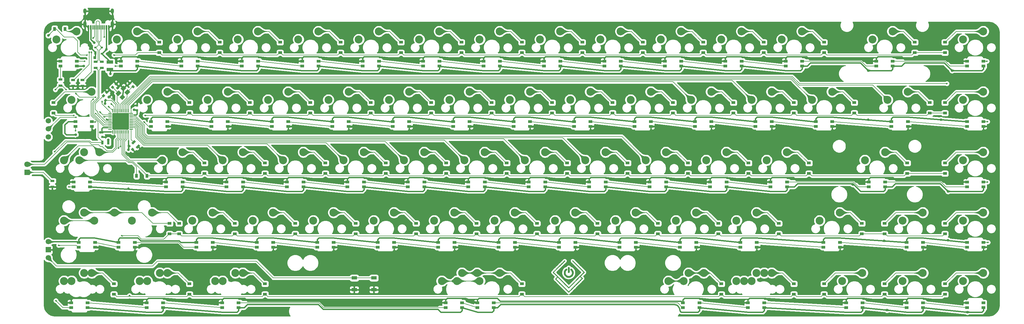
<source format=gbl>
G04 #@! TF.GenerationSoftware,KiCad,Pcbnew,(5.1.5)-3*
G04 #@! TF.CreationDate,2021-03-03T02:22:02+07:00*
G04 #@! TF.ProjectId,EV65,45563635-2e6b-4696-9361-645f70636258,rev?*
G04 #@! TF.SameCoordinates,Original*
G04 #@! TF.FileFunction,Copper,L2,Bot*
G04 #@! TF.FilePolarity,Positive*
%FSLAX46Y46*%
G04 Gerber Fmt 4.6, Leading zero omitted, Abs format (unit mm)*
G04 Created by KiCad (PCBNEW (5.1.5)-3) date 2021-03-03 02:22:02*
%MOMM*%
%LPD*%
G04 APERTURE LIST*
%ADD10C,0.010000*%
%ADD11R,1.800000X1.800000*%
%ADD12C,1.800000*%
%ADD13R,1.800000X1.100000*%
%ADD14R,1.300000X0.700000*%
%ADD15C,1.700000*%
%ADD16R,1.700000X1.700000*%
%ADD17C,0.100000*%
%ADD18R,1.190000X0.900000*%
%ADD19R,1.200000X0.900000*%
%ADD20R,0.700000X1.300000*%
%ADD21C,2.500000*%
%ADD22R,0.900000X1.200000*%
%ADD23R,0.700000X1.000000*%
%ADD24R,0.700000X0.600000*%
%ADD25O,1.000000X1.600000*%
%ADD26O,1.000000X2.100000*%
%ADD27R,0.300000X1.450000*%
%ADD28R,0.600000X1.450000*%
%ADD29R,2.030000X1.140000*%
%ADD30R,0.750000X0.800000*%
%ADD31C,0.500000*%
%ADD32C,0.800000*%
%ADD33C,0.200000*%
%ADD34C,0.400000*%
%ADD35C,0.254000*%
%ADD36C,0.025400*%
G04 APERTURE END LIST*
D10*
G36*
X200346658Y-128187302D02*
G01*
X200394834Y-128204544D01*
X200419924Y-128218814D01*
X200451037Y-128240384D01*
X200486634Y-128268001D01*
X200525176Y-128300412D01*
X200565124Y-128336366D01*
X200604941Y-128374607D01*
X200610329Y-128379985D01*
X200680265Y-128453994D01*
X200741599Y-128527687D01*
X200796435Y-128603989D01*
X200846873Y-128685827D01*
X200895015Y-128776127D01*
X200895432Y-128776962D01*
X200948540Y-128896082D01*
X200991010Y-129018806D01*
X201022767Y-129144413D01*
X201043735Y-129272179D01*
X201053840Y-129401382D01*
X201053006Y-129531298D01*
X201041158Y-129661206D01*
X201018222Y-129790382D01*
X201005932Y-129841661D01*
X200974633Y-129945021D01*
X200933972Y-130050128D01*
X200885194Y-130154504D01*
X200829543Y-130255674D01*
X200768263Y-130351159D01*
X200712107Y-130426717D01*
X200685196Y-130458517D01*
X200651836Y-130494994D01*
X200614487Y-130533690D01*
X200575610Y-130572144D01*
X200537665Y-130607896D01*
X200503111Y-130638485D01*
X200487337Y-130651506D01*
X200394567Y-130719686D01*
X200294647Y-130782170D01*
X200189616Y-130837987D01*
X200081513Y-130886167D01*
X199972376Y-130925741D01*
X199864244Y-130955738D01*
X199833786Y-130962421D01*
X199756015Y-130976045D01*
X199673390Y-130986207D01*
X199589449Y-130992660D01*
X199507725Y-130995161D01*
X199431756Y-130993464D01*
X199408077Y-130991904D01*
X199287796Y-130977838D01*
X199170326Y-130954481D01*
X199056005Y-130922375D01*
X198931387Y-130876711D01*
X198812661Y-130821502D01*
X198700205Y-130757198D01*
X198594397Y-130684249D01*
X198495617Y-130603108D01*
X198404243Y-130514225D01*
X198320654Y-130418049D01*
X198245227Y-130315033D01*
X198178343Y-130205627D01*
X198120378Y-130090282D01*
X198071712Y-129969448D01*
X198032724Y-129843576D01*
X198003791Y-129713117D01*
X197995010Y-129659009D01*
X197990415Y-129617578D01*
X197987166Y-129567665D01*
X197985264Y-129512126D01*
X197984710Y-129453815D01*
X197985505Y-129395588D01*
X197987648Y-129340299D01*
X197991142Y-129290804D01*
X197994916Y-129257246D01*
X198018825Y-129125529D01*
X198053355Y-128997389D01*
X198098273Y-128873383D01*
X198153344Y-128754070D01*
X198218336Y-128640007D01*
X198293013Y-128531751D01*
X198306175Y-128514582D01*
X198337756Y-128476155D01*
X198374010Y-128435711D01*
X198413486Y-128394586D01*
X198454735Y-128354115D01*
X198496306Y-128315634D01*
X198536749Y-128280479D01*
X198574615Y-128249985D01*
X198608454Y-128225488D01*
X198636815Y-128208323D01*
X198640842Y-128206301D01*
X198690492Y-128188336D01*
X198741994Y-128180953D01*
X198793604Y-128183977D01*
X198843580Y-128197235D01*
X198890180Y-128220556D01*
X198907652Y-128232791D01*
X198932181Y-128255957D01*
X198956280Y-128286293D01*
X198977159Y-128319804D01*
X198992026Y-128352491D01*
X198992809Y-128354762D01*
X199003096Y-128402232D01*
X199003942Y-128452590D01*
X198995741Y-128502930D01*
X198978884Y-128550341D01*
X198962400Y-128579846D01*
X198949387Y-128596146D01*
X198930478Y-128615767D01*
X198909020Y-128635323D01*
X198900904Y-128642026D01*
X198868415Y-128669638D01*
X198832450Y-128702966D01*
X198795190Y-128739755D01*
X198758812Y-128777749D01*
X198725494Y-128814692D01*
X198697415Y-128848330D01*
X198682208Y-128868470D01*
X198634067Y-128944113D01*
X198591213Y-129027309D01*
X198555001Y-129114893D01*
X198526785Y-129203703D01*
X198512464Y-129265167D01*
X198504768Y-129315161D01*
X198499395Y-129372441D01*
X198496494Y-129433088D01*
X198496216Y-129493181D01*
X198498711Y-129548801D01*
X198500763Y-129571187D01*
X198517926Y-129675967D01*
X198545948Y-129777934D01*
X198584466Y-129876356D01*
X198633114Y-129970498D01*
X198691528Y-130059625D01*
X198759343Y-130143005D01*
X198811975Y-130197330D01*
X198890150Y-130264779D01*
X198975940Y-130324597D01*
X199067846Y-130376027D01*
X199164368Y-130418310D01*
X199264006Y-130450687D01*
X199351471Y-130470106D01*
X199385868Y-130474626D01*
X199428225Y-130477927D01*
X199475551Y-130479980D01*
X199524852Y-130480754D01*
X199573136Y-130480220D01*
X199617411Y-130478349D01*
X199654684Y-130475112D01*
X199668258Y-130473220D01*
X199775108Y-130450307D01*
X199877774Y-130417210D01*
X199975598Y-130374363D01*
X200067922Y-130322203D01*
X200154087Y-130261165D01*
X200233435Y-130191683D01*
X200305308Y-130114194D01*
X200369046Y-130029132D01*
X200390469Y-129995773D01*
X200410172Y-129961338D01*
X200431469Y-129920123D01*
X200452549Y-129875962D01*
X200471599Y-129832690D01*
X200486809Y-129794143D01*
X200490086Y-129784858D01*
X200518528Y-129684099D01*
X200536160Y-129581065D01*
X200543090Y-129476811D01*
X200539424Y-129372397D01*
X200525271Y-129268878D01*
X200500739Y-129167314D01*
X200465934Y-129068760D01*
X200420966Y-128974276D01*
X200404566Y-128945275D01*
X200358674Y-128873415D01*
X200308924Y-128808041D01*
X200253129Y-128746609D01*
X200189101Y-128686574D01*
X200163058Y-128664348D01*
X200138092Y-128642803D01*
X200114637Y-128621270D01*
X200094963Y-128601922D01*
X200081341Y-128586931D01*
X200079012Y-128583935D01*
X200056316Y-128544382D01*
X200040794Y-128499008D01*
X200033104Y-128451175D01*
X200033905Y-128404248D01*
X200038670Y-128378184D01*
X200056961Y-128327576D01*
X200083530Y-128283390D01*
X200117123Y-128246235D01*
X200156490Y-128216723D01*
X200200379Y-128195464D01*
X200247538Y-128183067D01*
X200296715Y-128180143D01*
X200346658Y-128187302D01*
G37*
X200346658Y-128187302D02*
X200394834Y-128204544D01*
X200419924Y-128218814D01*
X200451037Y-128240384D01*
X200486634Y-128268001D01*
X200525176Y-128300412D01*
X200565124Y-128336366D01*
X200604941Y-128374607D01*
X200610329Y-128379985D01*
X200680265Y-128453994D01*
X200741599Y-128527687D01*
X200796435Y-128603989D01*
X200846873Y-128685827D01*
X200895015Y-128776127D01*
X200895432Y-128776962D01*
X200948540Y-128896082D01*
X200991010Y-129018806D01*
X201022767Y-129144413D01*
X201043735Y-129272179D01*
X201053840Y-129401382D01*
X201053006Y-129531298D01*
X201041158Y-129661206D01*
X201018222Y-129790382D01*
X201005932Y-129841661D01*
X200974633Y-129945021D01*
X200933972Y-130050128D01*
X200885194Y-130154504D01*
X200829543Y-130255674D01*
X200768263Y-130351159D01*
X200712107Y-130426717D01*
X200685196Y-130458517D01*
X200651836Y-130494994D01*
X200614487Y-130533690D01*
X200575610Y-130572144D01*
X200537665Y-130607896D01*
X200503111Y-130638485D01*
X200487337Y-130651506D01*
X200394567Y-130719686D01*
X200294647Y-130782170D01*
X200189616Y-130837987D01*
X200081513Y-130886167D01*
X199972376Y-130925741D01*
X199864244Y-130955738D01*
X199833786Y-130962421D01*
X199756015Y-130976045D01*
X199673390Y-130986207D01*
X199589449Y-130992660D01*
X199507725Y-130995161D01*
X199431756Y-130993464D01*
X199408077Y-130991904D01*
X199287796Y-130977838D01*
X199170326Y-130954481D01*
X199056005Y-130922375D01*
X198931387Y-130876711D01*
X198812661Y-130821502D01*
X198700205Y-130757198D01*
X198594397Y-130684249D01*
X198495617Y-130603108D01*
X198404243Y-130514225D01*
X198320654Y-130418049D01*
X198245227Y-130315033D01*
X198178343Y-130205627D01*
X198120378Y-130090282D01*
X198071712Y-129969448D01*
X198032724Y-129843576D01*
X198003791Y-129713117D01*
X197995010Y-129659009D01*
X197990415Y-129617578D01*
X197987166Y-129567665D01*
X197985264Y-129512126D01*
X197984710Y-129453815D01*
X197985505Y-129395588D01*
X197987648Y-129340299D01*
X197991142Y-129290804D01*
X197994916Y-129257246D01*
X198018825Y-129125529D01*
X198053355Y-128997389D01*
X198098273Y-128873383D01*
X198153344Y-128754070D01*
X198218336Y-128640007D01*
X198293013Y-128531751D01*
X198306175Y-128514582D01*
X198337756Y-128476155D01*
X198374010Y-128435711D01*
X198413486Y-128394586D01*
X198454735Y-128354115D01*
X198496306Y-128315634D01*
X198536749Y-128280479D01*
X198574615Y-128249985D01*
X198608454Y-128225488D01*
X198636815Y-128208323D01*
X198640842Y-128206301D01*
X198690492Y-128188336D01*
X198741994Y-128180953D01*
X198793604Y-128183977D01*
X198843580Y-128197235D01*
X198890180Y-128220556D01*
X198907652Y-128232791D01*
X198932181Y-128255957D01*
X198956280Y-128286293D01*
X198977159Y-128319804D01*
X198992026Y-128352491D01*
X198992809Y-128354762D01*
X199003096Y-128402232D01*
X199003942Y-128452590D01*
X198995741Y-128502930D01*
X198978884Y-128550341D01*
X198962400Y-128579846D01*
X198949387Y-128596146D01*
X198930478Y-128615767D01*
X198909020Y-128635323D01*
X198900904Y-128642026D01*
X198868415Y-128669638D01*
X198832450Y-128702966D01*
X198795190Y-128739755D01*
X198758812Y-128777749D01*
X198725494Y-128814692D01*
X198697415Y-128848330D01*
X198682208Y-128868470D01*
X198634067Y-128944113D01*
X198591213Y-129027309D01*
X198555001Y-129114893D01*
X198526785Y-129203703D01*
X198512464Y-129265167D01*
X198504768Y-129315161D01*
X198499395Y-129372441D01*
X198496494Y-129433088D01*
X198496216Y-129493181D01*
X198498711Y-129548801D01*
X198500763Y-129571187D01*
X198517926Y-129675967D01*
X198545948Y-129777934D01*
X198584466Y-129876356D01*
X198633114Y-129970498D01*
X198691528Y-130059625D01*
X198759343Y-130143005D01*
X198811975Y-130197330D01*
X198890150Y-130264779D01*
X198975940Y-130324597D01*
X199067846Y-130376027D01*
X199164368Y-130418310D01*
X199264006Y-130450687D01*
X199351471Y-130470106D01*
X199385868Y-130474626D01*
X199428225Y-130477927D01*
X199475551Y-130479980D01*
X199524852Y-130480754D01*
X199573136Y-130480220D01*
X199617411Y-130478349D01*
X199654684Y-130475112D01*
X199668258Y-130473220D01*
X199775108Y-130450307D01*
X199877774Y-130417210D01*
X199975598Y-130374363D01*
X200067922Y-130322203D01*
X200154087Y-130261165D01*
X200233435Y-130191683D01*
X200305308Y-130114194D01*
X200369046Y-130029132D01*
X200390469Y-129995773D01*
X200410172Y-129961338D01*
X200431469Y-129920123D01*
X200452549Y-129875962D01*
X200471599Y-129832690D01*
X200486809Y-129794143D01*
X200490086Y-129784858D01*
X200518528Y-129684099D01*
X200536160Y-129581065D01*
X200543090Y-129476811D01*
X200539424Y-129372397D01*
X200525271Y-129268878D01*
X200500739Y-129167314D01*
X200465934Y-129068760D01*
X200420966Y-128974276D01*
X200404566Y-128945275D01*
X200358674Y-128873415D01*
X200308924Y-128808041D01*
X200253129Y-128746609D01*
X200189101Y-128686574D01*
X200163058Y-128664348D01*
X200138092Y-128642803D01*
X200114637Y-128621270D01*
X200094963Y-128601922D01*
X200081341Y-128586931D01*
X200079012Y-128583935D01*
X200056316Y-128544382D01*
X200040794Y-128499008D01*
X200033104Y-128451175D01*
X200033905Y-128404248D01*
X200038670Y-128378184D01*
X200056961Y-128327576D01*
X200083530Y-128283390D01*
X200117123Y-128246235D01*
X200156490Y-128216723D01*
X200200379Y-128195464D01*
X200247538Y-128183067D01*
X200296715Y-128180143D01*
X200346658Y-128187302D01*
G36*
X198279730Y-125600102D02*
G01*
X198312323Y-125611228D01*
X198340391Y-125630984D01*
X198354319Y-125647130D01*
X198367591Y-125674470D01*
X198374183Y-125706843D01*
X198373426Y-125739580D01*
X198369830Y-125755435D01*
X198368163Y-125758353D01*
X198364211Y-125763489D01*
X198357770Y-125771049D01*
X198348637Y-125781238D01*
X198336607Y-125794262D01*
X198321477Y-125810327D01*
X198303043Y-125829638D01*
X198281101Y-125852402D01*
X198255447Y-125878824D01*
X198225877Y-125909109D01*
X198192187Y-125943464D01*
X198154173Y-125982095D01*
X198111631Y-126025206D01*
X198064357Y-126073005D01*
X198012148Y-126125695D01*
X197954799Y-126183484D01*
X197892107Y-126246577D01*
X197823867Y-126315180D01*
X197749876Y-126389498D01*
X197669930Y-126469738D01*
X197583824Y-126556104D01*
X197491355Y-126648803D01*
X197392319Y-126748041D01*
X197286512Y-126854023D01*
X197173730Y-126966954D01*
X197053769Y-127087042D01*
X196926425Y-127214490D01*
X196791494Y-127349506D01*
X196648773Y-127492295D01*
X196586847Y-127554245D01*
X194810887Y-129330828D01*
X199519857Y-134039798D01*
X201874347Y-131685303D01*
X204228836Y-129330808D01*
X202455663Y-127557089D01*
X202336349Y-127437716D01*
X202219048Y-127320316D01*
X202104020Y-127205148D01*
X201991525Y-127092474D01*
X201881823Y-126982557D01*
X201775173Y-126875656D01*
X201671835Y-126772033D01*
X201572069Y-126671950D01*
X201476136Y-126575667D01*
X201384294Y-126483446D01*
X201296804Y-126395549D01*
X201213925Y-126312236D01*
X201135917Y-126233770D01*
X201063040Y-126160410D01*
X200995555Y-126092419D01*
X200933720Y-126030057D01*
X200877795Y-125973587D01*
X200828040Y-125923269D01*
X200784716Y-125879365D01*
X200748082Y-125842135D01*
X200718397Y-125811842D01*
X200695922Y-125788746D01*
X200680917Y-125773109D01*
X200673640Y-125765192D01*
X200672977Y-125764313D01*
X200664304Y-125735108D01*
X200664257Y-125702687D01*
X200672171Y-125670467D01*
X200687380Y-125641867D01*
X200699477Y-125628102D01*
X200726595Y-125610126D01*
X200758904Y-125600157D01*
X200793011Y-125598679D01*
X200825520Y-125606176D01*
X200832287Y-125609159D01*
X200837727Y-125613535D01*
X200849836Y-125624634D01*
X200868676Y-125642521D01*
X200894312Y-125667258D01*
X200926809Y-125698910D01*
X200966231Y-125737541D01*
X201012640Y-125783213D01*
X201066103Y-125835991D01*
X201126682Y-125895939D01*
X201194442Y-125963119D01*
X201269447Y-126037596D01*
X201351761Y-126119434D01*
X201441448Y-126208697D01*
X201538572Y-126305447D01*
X201643198Y-126409748D01*
X201755389Y-126521665D01*
X201875209Y-126641262D01*
X202002723Y-126768601D01*
X202137995Y-126903746D01*
X202281088Y-127046761D01*
X202432068Y-127197711D01*
X202590997Y-127356658D01*
X202679974Y-127445664D01*
X204504454Y-129270875D01*
X204511341Y-129300841D01*
X204515226Y-129325528D01*
X204513831Y-129348272D01*
X204511314Y-129360773D01*
X204510284Y-129364925D01*
X204508902Y-129369134D01*
X204506780Y-129373803D01*
X204503533Y-129379334D01*
X204498773Y-129386126D01*
X204492115Y-129394583D01*
X204483172Y-129405106D01*
X204471558Y-129418095D01*
X204456886Y-129433954D01*
X204438771Y-129453082D01*
X204416824Y-129475882D01*
X204390661Y-129502756D01*
X204359895Y-129534104D01*
X204324139Y-129570329D01*
X204283007Y-129611831D01*
X204236113Y-129659012D01*
X204183070Y-129712275D01*
X204123491Y-129772019D01*
X204056991Y-129838648D01*
X203983183Y-129912562D01*
X203904377Y-129991463D01*
X203304353Y-130592187D01*
X203610303Y-130899014D01*
X203667371Y-130956267D01*
X203716908Y-131006037D01*
X203759459Y-131048907D01*
X203795570Y-131085459D01*
X203825788Y-131116279D01*
X203850657Y-131141950D01*
X203870724Y-131163055D01*
X203886534Y-131180178D01*
X203898632Y-131193903D01*
X203907565Y-131204813D01*
X203913878Y-131213493D01*
X203918117Y-131220524D01*
X203920827Y-131226492D01*
X203922555Y-131231980D01*
X203922900Y-131233355D01*
X203926542Y-131267759D01*
X203921414Y-131300636D01*
X203915228Y-131316094D01*
X203910816Y-131320902D01*
X203898566Y-131333545D01*
X203878710Y-131353787D01*
X203851485Y-131381395D01*
X203817124Y-131416131D01*
X203775863Y-131457760D01*
X203727936Y-131506048D01*
X203673577Y-131560759D01*
X203613021Y-131621658D01*
X203546504Y-131688508D01*
X203474258Y-131761075D01*
X203396520Y-131839124D01*
X203313523Y-131922418D01*
X203225502Y-132010723D01*
X203132693Y-132103803D01*
X203035329Y-132201423D01*
X202933645Y-132303348D01*
X202827875Y-132409341D01*
X202718255Y-132519168D01*
X202605019Y-132632594D01*
X202488402Y-132749382D01*
X202368637Y-132869298D01*
X202245961Y-132992106D01*
X202120607Y-133117571D01*
X201992810Y-133245457D01*
X201862804Y-133375530D01*
X201748418Y-133489955D01*
X201573204Y-133665199D01*
X201405960Y-133832436D01*
X201246602Y-133991750D01*
X201095048Y-134143223D01*
X200951213Y-134286939D01*
X200815013Y-134422982D01*
X200686365Y-134551434D01*
X200565185Y-134672380D01*
X200451389Y-134785901D01*
X200344894Y-134892082D01*
X200245616Y-134991006D01*
X200153471Y-135082757D01*
X200068374Y-135167416D01*
X199990244Y-135245068D01*
X199918995Y-135315797D01*
X199854545Y-135379684D01*
X199796809Y-135436815D01*
X199745703Y-135487271D01*
X199701144Y-135531136D01*
X199663049Y-135568494D01*
X199631333Y-135599427D01*
X199605912Y-135624020D01*
X199586704Y-135642355D01*
X199573624Y-135654515D01*
X199566588Y-135660585D01*
X199565516Y-135661296D01*
X199533710Y-135670226D01*
X199498239Y-135669785D01*
X199477044Y-135665142D01*
X199473978Y-135663161D01*
X199467830Y-135658047D01*
X199458427Y-135649627D01*
X199445597Y-135637730D01*
X199429166Y-135622185D01*
X199408962Y-135602819D01*
X199384812Y-135579461D01*
X199356544Y-135551939D01*
X199323983Y-135520082D01*
X199286958Y-135483718D01*
X199245295Y-135442675D01*
X199198822Y-135396782D01*
X199147365Y-135345868D01*
X199090753Y-135289760D01*
X199028812Y-135228287D01*
X198961369Y-135161277D01*
X198888251Y-135088559D01*
X198809286Y-135009960D01*
X198724301Y-134925311D01*
X198633122Y-134834438D01*
X198535578Y-134737170D01*
X198431495Y-134633336D01*
X198320700Y-134522763D01*
X198203020Y-134405281D01*
X198078283Y-134280718D01*
X197946316Y-134148901D01*
X197806946Y-134009660D01*
X197660000Y-133862823D01*
X197505305Y-133708218D01*
X197372246Y-133575219D01*
X197239198Y-133442205D01*
X197108537Y-133311541D01*
X196980490Y-133183453D01*
X196855285Y-133058169D01*
X196733146Y-132935918D01*
X196614303Y-132816927D01*
X196498980Y-132701424D01*
X196387406Y-132589636D01*
X196279806Y-132481792D01*
X196176408Y-132378120D01*
X196077439Y-132278846D01*
X195983125Y-132184199D01*
X195893694Y-132094407D01*
X195809371Y-132009698D01*
X195730385Y-131930298D01*
X195656961Y-131856437D01*
X195589326Y-131788342D01*
X195527708Y-131726241D01*
X195472333Y-131670361D01*
X195423428Y-131620931D01*
X195381220Y-131578177D01*
X195345935Y-131542329D01*
X195317801Y-131513613D01*
X195297044Y-131492258D01*
X195283891Y-131478491D01*
X195278569Y-131472541D01*
X195278480Y-131472392D01*
X195267295Y-131437618D01*
X195267232Y-131419891D01*
X195552898Y-131419891D01*
X197533522Y-133400613D01*
X197659581Y-133526663D01*
X197783626Y-133650668D01*
X197905414Y-133772385D01*
X198024698Y-133891570D01*
X198141234Y-134007979D01*
X198254778Y-134121369D01*
X198365084Y-134231494D01*
X198471908Y-134338113D01*
X198575005Y-134440980D01*
X198674130Y-134539852D01*
X198769038Y-134634485D01*
X198859485Y-134724636D01*
X198945227Y-134810059D01*
X199026017Y-134890513D01*
X199101611Y-134965752D01*
X199171765Y-135035533D01*
X199236234Y-135099612D01*
X199294772Y-135157746D01*
X199347136Y-135209689D01*
X199393080Y-135255200D01*
X199432360Y-135294033D01*
X199464731Y-135325945D01*
X199489947Y-135350692D01*
X199507765Y-135368030D01*
X199517939Y-135377715D01*
X199520402Y-135379813D01*
X199524788Y-135375717D01*
X199536999Y-135363782D01*
X199556794Y-135344247D01*
X199583933Y-135317352D01*
X199618177Y-135283336D01*
X199659285Y-135242440D01*
X199707017Y-135194904D01*
X199761134Y-135140968D01*
X199821394Y-135080870D01*
X199887558Y-135014852D01*
X199959386Y-134943152D01*
X200036637Y-134866012D01*
X200119073Y-134783670D01*
X200206451Y-134696367D01*
X200298533Y-134604342D01*
X200395079Y-134507836D01*
X200495848Y-134407087D01*
X200600599Y-134302337D01*
X200709094Y-134193825D01*
X200821092Y-134081790D01*
X200936353Y-133966473D01*
X201054637Y-133848113D01*
X201175703Y-133726950D01*
X201299312Y-133603225D01*
X201425223Y-133477177D01*
X201553197Y-133349045D01*
X201581996Y-133320208D01*
X203637334Y-131262127D01*
X203386549Y-131011391D01*
X203135765Y-130760655D01*
X201362056Y-132534167D01*
X201206208Y-132689980D01*
X201058292Y-132837823D01*
X200918189Y-132977815D01*
X200785778Y-133110076D01*
X200660938Y-133234727D01*
X200543549Y-133351887D01*
X200433489Y-133461677D01*
X200330638Y-133564215D01*
X200234876Y-133659621D01*
X200146081Y-133748017D01*
X200064133Y-133829521D01*
X199988911Y-133904253D01*
X199920295Y-133972334D01*
X199858163Y-134033883D01*
X199802395Y-134089020D01*
X199752870Y-134137864D01*
X199709468Y-134180537D01*
X199672068Y-134217157D01*
X199640549Y-134247844D01*
X199614790Y-134272719D01*
X199594670Y-134291901D01*
X199580070Y-134305511D01*
X199570868Y-134313667D01*
X199567127Y-134316434D01*
X199542811Y-134322776D01*
X199514191Y-134324953D01*
X199486900Y-134322797D01*
X199473135Y-134319218D01*
X199467945Y-134314771D01*
X199454920Y-134302473D01*
X199434288Y-134282549D01*
X199406279Y-134255229D01*
X199371123Y-134220740D01*
X199329047Y-134179310D01*
X199280281Y-134131166D01*
X199225055Y-134076536D01*
X199163597Y-134015647D01*
X199096137Y-133948728D01*
X199022903Y-133876007D01*
X198944125Y-133797710D01*
X198860031Y-133714065D01*
X198770852Y-133625301D01*
X198676815Y-133531645D01*
X198578150Y-133433325D01*
X198475086Y-133330567D01*
X198367852Y-133223601D01*
X198256678Y-133112654D01*
X198141792Y-132997953D01*
X198023423Y-132879727D01*
X197901801Y-132758202D01*
X197777155Y-132633607D01*
X197757548Y-132614004D01*
X196058028Y-130914761D01*
X195552898Y-131419891D01*
X195267232Y-131419891D01*
X195267170Y-131402585D01*
X195270423Y-131387077D01*
X195272216Y-131381572D01*
X195275049Y-131375514D01*
X195279469Y-131368320D01*
X195286020Y-131359410D01*
X195295247Y-131348203D01*
X195307695Y-131334116D01*
X195323909Y-131316570D01*
X195344435Y-131294983D01*
X195369817Y-131268773D01*
X195400600Y-131237359D01*
X195437330Y-131200161D01*
X195480552Y-131156596D01*
X195530810Y-131106084D01*
X195583608Y-131053099D01*
X195889520Y-130746245D01*
X195214826Y-130071346D01*
X195118968Y-129975406D01*
X195031058Y-129887307D01*
X194950920Y-129806871D01*
X194878379Y-129733920D01*
X194813261Y-129668274D01*
X194755388Y-129609756D01*
X194704587Y-129558186D01*
X194660681Y-129513385D01*
X194623494Y-129475176D01*
X194592853Y-129443379D01*
X194568580Y-129417815D01*
X194550502Y-129398306D01*
X194538441Y-129384674D01*
X194532223Y-129376739D01*
X194531375Y-129375226D01*
X194523627Y-129342567D01*
X194525317Y-129308254D01*
X194533584Y-129282290D01*
X194538466Y-129276423D01*
X194551123Y-129262823D01*
X194571243Y-129241803D01*
X194598516Y-129213673D01*
X194632628Y-129178745D01*
X194673270Y-129137331D01*
X194720129Y-129089742D01*
X194772893Y-129036289D01*
X194831251Y-128977284D01*
X194894892Y-128913038D01*
X194963503Y-128843862D01*
X195036774Y-128770069D01*
X195114393Y-128691969D01*
X195196047Y-128609874D01*
X195281427Y-128524095D01*
X195370219Y-128434943D01*
X195462112Y-128342731D01*
X195556796Y-128247769D01*
X195653958Y-128150370D01*
X195753286Y-128050843D01*
X195854469Y-127949502D01*
X195957196Y-127846656D01*
X196061155Y-127742618D01*
X196166035Y-127637699D01*
X196271523Y-127532211D01*
X196377308Y-127426464D01*
X196483079Y-127320770D01*
X196588524Y-127215442D01*
X196693331Y-127110789D01*
X196797190Y-127007124D01*
X196899787Y-126904758D01*
X197000813Y-126804002D01*
X197099955Y-126705167D01*
X197196901Y-126608566D01*
X197291340Y-126514510D01*
X197382961Y-126423309D01*
X197471451Y-126335276D01*
X197556500Y-126250722D01*
X197637796Y-126169958D01*
X197715027Y-126093296D01*
X197787881Y-126021047D01*
X197856047Y-125953522D01*
X197919214Y-125891033D01*
X197977070Y-125833892D01*
X198029302Y-125782409D01*
X198075601Y-125736897D01*
X198115654Y-125697666D01*
X198149149Y-125665028D01*
X198175775Y-125639294D01*
X198195220Y-125620776D01*
X198207174Y-125609786D01*
X198211142Y-125606619D01*
X198245155Y-125598326D01*
X198279730Y-125600102D01*
G37*
X198279730Y-125600102D02*
X198312323Y-125611228D01*
X198340391Y-125630984D01*
X198354319Y-125647130D01*
X198367591Y-125674470D01*
X198374183Y-125706843D01*
X198373426Y-125739580D01*
X198369830Y-125755435D01*
X198368163Y-125758353D01*
X198364211Y-125763489D01*
X198357770Y-125771049D01*
X198348637Y-125781238D01*
X198336607Y-125794262D01*
X198321477Y-125810327D01*
X198303043Y-125829638D01*
X198281101Y-125852402D01*
X198255447Y-125878824D01*
X198225877Y-125909109D01*
X198192187Y-125943464D01*
X198154173Y-125982095D01*
X198111631Y-126025206D01*
X198064357Y-126073005D01*
X198012148Y-126125695D01*
X197954799Y-126183484D01*
X197892107Y-126246577D01*
X197823867Y-126315180D01*
X197749876Y-126389498D01*
X197669930Y-126469738D01*
X197583824Y-126556104D01*
X197491355Y-126648803D01*
X197392319Y-126748041D01*
X197286512Y-126854023D01*
X197173730Y-126966954D01*
X197053769Y-127087042D01*
X196926425Y-127214490D01*
X196791494Y-127349506D01*
X196648773Y-127492295D01*
X196586847Y-127554245D01*
X194810887Y-129330828D01*
X199519857Y-134039798D01*
X201874347Y-131685303D01*
X204228836Y-129330808D01*
X202455663Y-127557089D01*
X202336349Y-127437716D01*
X202219048Y-127320316D01*
X202104020Y-127205148D01*
X201991525Y-127092474D01*
X201881823Y-126982557D01*
X201775173Y-126875656D01*
X201671835Y-126772033D01*
X201572069Y-126671950D01*
X201476136Y-126575667D01*
X201384294Y-126483446D01*
X201296804Y-126395549D01*
X201213925Y-126312236D01*
X201135917Y-126233770D01*
X201063040Y-126160410D01*
X200995555Y-126092419D01*
X200933720Y-126030057D01*
X200877795Y-125973587D01*
X200828040Y-125923269D01*
X200784716Y-125879365D01*
X200748082Y-125842135D01*
X200718397Y-125811842D01*
X200695922Y-125788746D01*
X200680917Y-125773109D01*
X200673640Y-125765192D01*
X200672977Y-125764313D01*
X200664304Y-125735108D01*
X200664257Y-125702687D01*
X200672171Y-125670467D01*
X200687380Y-125641867D01*
X200699477Y-125628102D01*
X200726595Y-125610126D01*
X200758904Y-125600157D01*
X200793011Y-125598679D01*
X200825520Y-125606176D01*
X200832287Y-125609159D01*
X200837727Y-125613535D01*
X200849836Y-125624634D01*
X200868676Y-125642521D01*
X200894312Y-125667258D01*
X200926809Y-125698910D01*
X200966231Y-125737541D01*
X201012640Y-125783213D01*
X201066103Y-125835991D01*
X201126682Y-125895939D01*
X201194442Y-125963119D01*
X201269447Y-126037596D01*
X201351761Y-126119434D01*
X201441448Y-126208697D01*
X201538572Y-126305447D01*
X201643198Y-126409748D01*
X201755389Y-126521665D01*
X201875209Y-126641262D01*
X202002723Y-126768601D01*
X202137995Y-126903746D01*
X202281088Y-127046761D01*
X202432068Y-127197711D01*
X202590997Y-127356658D01*
X202679974Y-127445664D01*
X204504454Y-129270875D01*
X204511341Y-129300841D01*
X204515226Y-129325528D01*
X204513831Y-129348272D01*
X204511314Y-129360773D01*
X204510284Y-129364925D01*
X204508902Y-129369134D01*
X204506780Y-129373803D01*
X204503533Y-129379334D01*
X204498773Y-129386126D01*
X204492115Y-129394583D01*
X204483172Y-129405106D01*
X204471558Y-129418095D01*
X204456886Y-129433954D01*
X204438771Y-129453082D01*
X204416824Y-129475882D01*
X204390661Y-129502756D01*
X204359895Y-129534104D01*
X204324139Y-129570329D01*
X204283007Y-129611831D01*
X204236113Y-129659012D01*
X204183070Y-129712275D01*
X204123491Y-129772019D01*
X204056991Y-129838648D01*
X203983183Y-129912562D01*
X203904377Y-129991463D01*
X203304353Y-130592187D01*
X203610303Y-130899014D01*
X203667371Y-130956267D01*
X203716908Y-131006037D01*
X203759459Y-131048907D01*
X203795570Y-131085459D01*
X203825788Y-131116279D01*
X203850657Y-131141950D01*
X203870724Y-131163055D01*
X203886534Y-131180178D01*
X203898632Y-131193903D01*
X203907565Y-131204813D01*
X203913878Y-131213493D01*
X203918117Y-131220524D01*
X203920827Y-131226492D01*
X203922555Y-131231980D01*
X203922900Y-131233355D01*
X203926542Y-131267759D01*
X203921414Y-131300636D01*
X203915228Y-131316094D01*
X203910816Y-131320902D01*
X203898566Y-131333545D01*
X203878710Y-131353787D01*
X203851485Y-131381395D01*
X203817124Y-131416131D01*
X203775863Y-131457760D01*
X203727936Y-131506048D01*
X203673577Y-131560759D01*
X203613021Y-131621658D01*
X203546504Y-131688508D01*
X203474258Y-131761075D01*
X203396520Y-131839124D01*
X203313523Y-131922418D01*
X203225502Y-132010723D01*
X203132693Y-132103803D01*
X203035329Y-132201423D01*
X202933645Y-132303348D01*
X202827875Y-132409341D01*
X202718255Y-132519168D01*
X202605019Y-132632594D01*
X202488402Y-132749382D01*
X202368637Y-132869298D01*
X202245961Y-132992106D01*
X202120607Y-133117571D01*
X201992810Y-133245457D01*
X201862804Y-133375530D01*
X201748418Y-133489955D01*
X201573204Y-133665199D01*
X201405960Y-133832436D01*
X201246602Y-133991750D01*
X201095048Y-134143223D01*
X200951213Y-134286939D01*
X200815013Y-134422982D01*
X200686365Y-134551434D01*
X200565185Y-134672380D01*
X200451389Y-134785901D01*
X200344894Y-134892082D01*
X200245616Y-134991006D01*
X200153471Y-135082757D01*
X200068374Y-135167416D01*
X199990244Y-135245068D01*
X199918995Y-135315797D01*
X199854545Y-135379684D01*
X199796809Y-135436815D01*
X199745703Y-135487271D01*
X199701144Y-135531136D01*
X199663049Y-135568494D01*
X199631333Y-135599427D01*
X199605912Y-135624020D01*
X199586704Y-135642355D01*
X199573624Y-135654515D01*
X199566588Y-135660585D01*
X199565516Y-135661296D01*
X199533710Y-135670226D01*
X199498239Y-135669785D01*
X199477044Y-135665142D01*
X199473978Y-135663161D01*
X199467830Y-135658047D01*
X199458427Y-135649627D01*
X199445597Y-135637730D01*
X199429166Y-135622185D01*
X199408962Y-135602819D01*
X199384812Y-135579461D01*
X199356544Y-135551939D01*
X199323983Y-135520082D01*
X199286958Y-135483718D01*
X199245295Y-135442675D01*
X199198822Y-135396782D01*
X199147365Y-135345868D01*
X199090753Y-135289760D01*
X199028812Y-135228287D01*
X198961369Y-135161277D01*
X198888251Y-135088559D01*
X198809286Y-135009960D01*
X198724301Y-134925311D01*
X198633122Y-134834438D01*
X198535578Y-134737170D01*
X198431495Y-134633336D01*
X198320700Y-134522763D01*
X198203020Y-134405281D01*
X198078283Y-134280718D01*
X197946316Y-134148901D01*
X197806946Y-134009660D01*
X197660000Y-133862823D01*
X197505305Y-133708218D01*
X197372246Y-133575219D01*
X197239198Y-133442205D01*
X197108537Y-133311541D01*
X196980490Y-133183453D01*
X196855285Y-133058169D01*
X196733146Y-132935918D01*
X196614303Y-132816927D01*
X196498980Y-132701424D01*
X196387406Y-132589636D01*
X196279806Y-132481792D01*
X196176408Y-132378120D01*
X196077439Y-132278846D01*
X195983125Y-132184199D01*
X195893694Y-132094407D01*
X195809371Y-132009698D01*
X195730385Y-131930298D01*
X195656961Y-131856437D01*
X195589326Y-131788342D01*
X195527708Y-131726241D01*
X195472333Y-131670361D01*
X195423428Y-131620931D01*
X195381220Y-131578177D01*
X195345935Y-131542329D01*
X195317801Y-131513613D01*
X195297044Y-131492258D01*
X195283891Y-131478491D01*
X195278569Y-131472541D01*
X195278480Y-131472392D01*
X195267295Y-131437618D01*
X195267232Y-131419891D01*
X195552898Y-131419891D01*
X197533522Y-133400613D01*
X197659581Y-133526663D01*
X197783626Y-133650668D01*
X197905414Y-133772385D01*
X198024698Y-133891570D01*
X198141234Y-134007979D01*
X198254778Y-134121369D01*
X198365084Y-134231494D01*
X198471908Y-134338113D01*
X198575005Y-134440980D01*
X198674130Y-134539852D01*
X198769038Y-134634485D01*
X198859485Y-134724636D01*
X198945227Y-134810059D01*
X199026017Y-134890513D01*
X199101611Y-134965752D01*
X199171765Y-135035533D01*
X199236234Y-135099612D01*
X199294772Y-135157746D01*
X199347136Y-135209689D01*
X199393080Y-135255200D01*
X199432360Y-135294033D01*
X199464731Y-135325945D01*
X199489947Y-135350692D01*
X199507765Y-135368030D01*
X199517939Y-135377715D01*
X199520402Y-135379813D01*
X199524788Y-135375717D01*
X199536999Y-135363782D01*
X199556794Y-135344247D01*
X199583933Y-135317352D01*
X199618177Y-135283336D01*
X199659285Y-135242440D01*
X199707017Y-135194904D01*
X199761134Y-135140968D01*
X199821394Y-135080870D01*
X199887558Y-135014852D01*
X199959386Y-134943152D01*
X200036637Y-134866012D01*
X200119073Y-134783670D01*
X200206451Y-134696367D01*
X200298533Y-134604342D01*
X200395079Y-134507836D01*
X200495848Y-134407087D01*
X200600599Y-134302337D01*
X200709094Y-134193825D01*
X200821092Y-134081790D01*
X200936353Y-133966473D01*
X201054637Y-133848113D01*
X201175703Y-133726950D01*
X201299312Y-133603225D01*
X201425223Y-133477177D01*
X201553197Y-133349045D01*
X201581996Y-133320208D01*
X203637334Y-131262127D01*
X203386549Y-131011391D01*
X203135765Y-130760655D01*
X201362056Y-132534167D01*
X201206208Y-132689980D01*
X201058292Y-132837823D01*
X200918189Y-132977815D01*
X200785778Y-133110076D01*
X200660938Y-133234727D01*
X200543549Y-133351887D01*
X200433489Y-133461677D01*
X200330638Y-133564215D01*
X200234876Y-133659621D01*
X200146081Y-133748017D01*
X200064133Y-133829521D01*
X199988911Y-133904253D01*
X199920295Y-133972334D01*
X199858163Y-134033883D01*
X199802395Y-134089020D01*
X199752870Y-134137864D01*
X199709468Y-134180537D01*
X199672068Y-134217157D01*
X199640549Y-134247844D01*
X199614790Y-134272719D01*
X199594670Y-134291901D01*
X199580070Y-134305511D01*
X199570868Y-134313667D01*
X199567127Y-134316434D01*
X199542811Y-134322776D01*
X199514191Y-134324953D01*
X199486900Y-134322797D01*
X199473135Y-134319218D01*
X199467945Y-134314771D01*
X199454920Y-134302473D01*
X199434288Y-134282549D01*
X199406279Y-134255229D01*
X199371123Y-134220740D01*
X199329047Y-134179310D01*
X199280281Y-134131166D01*
X199225055Y-134076536D01*
X199163597Y-134015647D01*
X199096137Y-133948728D01*
X199022903Y-133876007D01*
X198944125Y-133797710D01*
X198860031Y-133714065D01*
X198770852Y-133625301D01*
X198676815Y-133531645D01*
X198578150Y-133433325D01*
X198475086Y-133330567D01*
X198367852Y-133223601D01*
X198256678Y-133112654D01*
X198141792Y-132997953D01*
X198023423Y-132879727D01*
X197901801Y-132758202D01*
X197777155Y-132633607D01*
X197757548Y-132614004D01*
X196058028Y-130914761D01*
X195552898Y-131419891D01*
X195267232Y-131419891D01*
X195267170Y-131402585D01*
X195270423Y-131387077D01*
X195272216Y-131381572D01*
X195275049Y-131375514D01*
X195279469Y-131368320D01*
X195286020Y-131359410D01*
X195295247Y-131348203D01*
X195307695Y-131334116D01*
X195323909Y-131316570D01*
X195344435Y-131294983D01*
X195369817Y-131268773D01*
X195400600Y-131237359D01*
X195437330Y-131200161D01*
X195480552Y-131156596D01*
X195530810Y-131106084D01*
X195583608Y-131053099D01*
X195889520Y-130746245D01*
X195214826Y-130071346D01*
X195118968Y-129975406D01*
X195031058Y-129887307D01*
X194950920Y-129806871D01*
X194878379Y-129733920D01*
X194813261Y-129668274D01*
X194755388Y-129609756D01*
X194704587Y-129558186D01*
X194660681Y-129513385D01*
X194623494Y-129475176D01*
X194592853Y-129443379D01*
X194568580Y-129417815D01*
X194550502Y-129398306D01*
X194538441Y-129384674D01*
X194532223Y-129376739D01*
X194531375Y-129375226D01*
X194523627Y-129342567D01*
X194525317Y-129308254D01*
X194533584Y-129282290D01*
X194538466Y-129276423D01*
X194551123Y-129262823D01*
X194571243Y-129241803D01*
X194598516Y-129213673D01*
X194632628Y-129178745D01*
X194673270Y-129137331D01*
X194720129Y-129089742D01*
X194772893Y-129036289D01*
X194831251Y-128977284D01*
X194894892Y-128913038D01*
X194963503Y-128843862D01*
X195036774Y-128770069D01*
X195114393Y-128691969D01*
X195196047Y-128609874D01*
X195281427Y-128524095D01*
X195370219Y-128434943D01*
X195462112Y-128342731D01*
X195556796Y-128247769D01*
X195653958Y-128150370D01*
X195753286Y-128050843D01*
X195854469Y-127949502D01*
X195957196Y-127846656D01*
X196061155Y-127742618D01*
X196166035Y-127637699D01*
X196271523Y-127532211D01*
X196377308Y-127426464D01*
X196483079Y-127320770D01*
X196588524Y-127215442D01*
X196693331Y-127110789D01*
X196797190Y-127007124D01*
X196899787Y-126904758D01*
X197000813Y-126804002D01*
X197099955Y-126705167D01*
X197196901Y-126608566D01*
X197291340Y-126514510D01*
X197382961Y-126423309D01*
X197471451Y-126335276D01*
X197556500Y-126250722D01*
X197637796Y-126169958D01*
X197715027Y-126093296D01*
X197787881Y-126021047D01*
X197856047Y-125953522D01*
X197919214Y-125891033D01*
X197977070Y-125833892D01*
X198029302Y-125782409D01*
X198075601Y-125736897D01*
X198115654Y-125697666D01*
X198149149Y-125665028D01*
X198175775Y-125639294D01*
X198195220Y-125620776D01*
X198207174Y-125609786D01*
X198211142Y-125606619D01*
X198245155Y-125598326D01*
X198279730Y-125600102D01*
G36*
X199565713Y-127671244D02*
G01*
X199607620Y-127682703D01*
X199618880Y-127687263D01*
X199662014Y-127711883D01*
X199700513Y-127744766D01*
X199732400Y-127783739D01*
X199755699Y-127826627D01*
X199762377Y-127845055D01*
X199764108Y-127850891D01*
X199765656Y-127856999D01*
X199767030Y-127864018D01*
X199768241Y-127872586D01*
X199769299Y-127883343D01*
X199770213Y-127896927D01*
X199770995Y-127913978D01*
X199771654Y-127935134D01*
X199772201Y-127961035D01*
X199772645Y-127992320D01*
X199772996Y-128029627D01*
X199773265Y-128073595D01*
X199773463Y-128124864D01*
X199773598Y-128184073D01*
X199773682Y-128251860D01*
X199773723Y-128328864D01*
X199773734Y-128415726D01*
X199773723Y-128513082D01*
X199773714Y-128559420D01*
X199773643Y-128668169D01*
X199773479Y-128768865D01*
X199773224Y-128861180D01*
X199772881Y-128944791D01*
X199772453Y-129019372D01*
X199771943Y-129084599D01*
X199771352Y-129140146D01*
X199770684Y-129185690D01*
X199769942Y-129220904D01*
X199769127Y-129245465D01*
X199768244Y-129259046D01*
X199767924Y-129261122D01*
X199754252Y-129301903D01*
X199732071Y-129340166D01*
X199703967Y-129374195D01*
X199672740Y-129404259D01*
X199642268Y-129425920D01*
X199609129Y-129441402D01*
X199591593Y-129447196D01*
X199558788Y-129453662D01*
X199521008Y-129456047D01*
X199482894Y-129454401D01*
X199449092Y-129448770D01*
X199438312Y-129445586D01*
X199391160Y-129423453D01*
X199349526Y-129392275D01*
X199314686Y-129353601D01*
X199287921Y-129308983D01*
X199270510Y-129259972D01*
X199266028Y-129236627D01*
X199265139Y-129224532D01*
X199264325Y-129201944D01*
X199263586Y-129169777D01*
X199262922Y-129128946D01*
X199262333Y-129080365D01*
X199261819Y-129024948D01*
X199261379Y-128963610D01*
X199261014Y-128897265D01*
X199260723Y-128826828D01*
X199260507Y-128753212D01*
X199260365Y-128677332D01*
X199260298Y-128600102D01*
X199260305Y-128522437D01*
X199260386Y-128445252D01*
X199260541Y-128369459D01*
X199260770Y-128295975D01*
X199261074Y-128225712D01*
X199261451Y-128159586D01*
X199261903Y-128098511D01*
X199262428Y-128043401D01*
X199263027Y-127995170D01*
X199263700Y-127954733D01*
X199264446Y-127923004D01*
X199265266Y-127900898D01*
X199266123Y-127889571D01*
X199279068Y-127838096D01*
X199301781Y-127791131D01*
X199333111Y-127749854D01*
X199371905Y-127715447D01*
X199417011Y-127689089D01*
X199467279Y-127671960D01*
X199481257Y-127669128D01*
X199521926Y-127666500D01*
X199565713Y-127671244D01*
G37*
X199565713Y-127671244D02*
X199607620Y-127682703D01*
X199618880Y-127687263D01*
X199662014Y-127711883D01*
X199700513Y-127744766D01*
X199732400Y-127783739D01*
X199755699Y-127826627D01*
X199762377Y-127845055D01*
X199764108Y-127850891D01*
X199765656Y-127856999D01*
X199767030Y-127864018D01*
X199768241Y-127872586D01*
X199769299Y-127883343D01*
X199770213Y-127896927D01*
X199770995Y-127913978D01*
X199771654Y-127935134D01*
X199772201Y-127961035D01*
X199772645Y-127992320D01*
X199772996Y-128029627D01*
X199773265Y-128073595D01*
X199773463Y-128124864D01*
X199773598Y-128184073D01*
X199773682Y-128251860D01*
X199773723Y-128328864D01*
X199773734Y-128415726D01*
X199773723Y-128513082D01*
X199773714Y-128559420D01*
X199773643Y-128668169D01*
X199773479Y-128768865D01*
X199773224Y-128861180D01*
X199772881Y-128944791D01*
X199772453Y-129019372D01*
X199771943Y-129084599D01*
X199771352Y-129140146D01*
X199770684Y-129185690D01*
X199769942Y-129220904D01*
X199769127Y-129245465D01*
X199768244Y-129259046D01*
X199767924Y-129261122D01*
X199754252Y-129301903D01*
X199732071Y-129340166D01*
X199703967Y-129374195D01*
X199672740Y-129404259D01*
X199642268Y-129425920D01*
X199609129Y-129441402D01*
X199591593Y-129447196D01*
X199558788Y-129453662D01*
X199521008Y-129456047D01*
X199482894Y-129454401D01*
X199449092Y-129448770D01*
X199438312Y-129445586D01*
X199391160Y-129423453D01*
X199349526Y-129392275D01*
X199314686Y-129353601D01*
X199287921Y-129308983D01*
X199270510Y-129259972D01*
X199266028Y-129236627D01*
X199265139Y-129224532D01*
X199264325Y-129201944D01*
X199263586Y-129169777D01*
X199262922Y-129128946D01*
X199262333Y-129080365D01*
X199261819Y-129024948D01*
X199261379Y-128963610D01*
X199261014Y-128897265D01*
X199260723Y-128826828D01*
X199260507Y-128753212D01*
X199260365Y-128677332D01*
X199260298Y-128600102D01*
X199260305Y-128522437D01*
X199260386Y-128445252D01*
X199260541Y-128369459D01*
X199260770Y-128295975D01*
X199261074Y-128225712D01*
X199261451Y-128159586D01*
X199261903Y-128098511D01*
X199262428Y-128043401D01*
X199263027Y-127995170D01*
X199263700Y-127954733D01*
X199264446Y-127923004D01*
X199265266Y-127900898D01*
X199266123Y-127889571D01*
X199279068Y-127838096D01*
X199301781Y-127791131D01*
X199333111Y-127749854D01*
X199371905Y-127715447D01*
X199417011Y-127689089D01*
X199467279Y-127671960D01*
X199481257Y-127669128D01*
X199521926Y-127666500D01*
X199565713Y-127671244D01*
D11*
X28885000Y-97790000D03*
D12*
X28885000Y-95250000D03*
D13*
X138151800Y-134819000D03*
X131951800Y-131119000D03*
X138151800Y-131119000D03*
X131951800Y-134819000D03*
D14*
X36804600Y-100497600D03*
X36804600Y-102397600D03*
D15*
X35509200Y-81584800D03*
X35509200Y-84124800D03*
X35509200Y-86664800D03*
D16*
X35509200Y-122224800D03*
D15*
X35509200Y-124764800D03*
X35509200Y-119684800D03*
G04 #@! TA.AperFunction,SMDPad,CuDef*
D17*
G36*
X55889626Y-84501301D02*
G01*
X55895693Y-84502201D01*
X55901643Y-84503691D01*
X55907418Y-84505758D01*
X55912962Y-84508380D01*
X55918223Y-84511533D01*
X55923150Y-84515187D01*
X55927694Y-84519306D01*
X55931813Y-84523850D01*
X55935467Y-84528777D01*
X55938620Y-84534038D01*
X55941242Y-84539582D01*
X55943309Y-84545357D01*
X55944799Y-84551307D01*
X55945699Y-84557374D01*
X55946000Y-84563500D01*
X55946000Y-85513500D01*
X55945699Y-85519626D01*
X55944799Y-85525693D01*
X55943309Y-85531643D01*
X55941242Y-85537418D01*
X55938620Y-85542962D01*
X55935467Y-85548223D01*
X55931813Y-85553150D01*
X55927694Y-85557694D01*
X55923150Y-85561813D01*
X55918223Y-85565467D01*
X55912962Y-85568620D01*
X55907418Y-85571242D01*
X55901643Y-85573309D01*
X55895693Y-85574799D01*
X55889626Y-85575699D01*
X55883500Y-85576000D01*
X55758500Y-85576000D01*
X55752374Y-85575699D01*
X55746307Y-85574799D01*
X55740357Y-85573309D01*
X55734582Y-85571242D01*
X55729038Y-85568620D01*
X55723777Y-85565467D01*
X55718850Y-85561813D01*
X55714306Y-85557694D01*
X55710187Y-85553150D01*
X55706533Y-85548223D01*
X55703380Y-85542962D01*
X55700758Y-85537418D01*
X55698691Y-85531643D01*
X55697201Y-85525693D01*
X55696301Y-85519626D01*
X55696000Y-85513500D01*
X55696000Y-84563500D01*
X55696301Y-84557374D01*
X55697201Y-84551307D01*
X55698691Y-84545357D01*
X55700758Y-84539582D01*
X55703380Y-84534038D01*
X55706533Y-84528777D01*
X55710187Y-84523850D01*
X55714306Y-84519306D01*
X55718850Y-84515187D01*
X55723777Y-84511533D01*
X55729038Y-84508380D01*
X55734582Y-84505758D01*
X55740357Y-84503691D01*
X55746307Y-84502201D01*
X55752374Y-84501301D01*
X55758500Y-84501000D01*
X55883500Y-84501000D01*
X55889626Y-84501301D01*
G37*
G04 #@! TD.AperFunction*
G04 #@! TA.AperFunction,SMDPad,CuDef*
G36*
X56389626Y-84501301D02*
G01*
X56395693Y-84502201D01*
X56401643Y-84503691D01*
X56407418Y-84505758D01*
X56412962Y-84508380D01*
X56418223Y-84511533D01*
X56423150Y-84515187D01*
X56427694Y-84519306D01*
X56431813Y-84523850D01*
X56435467Y-84528777D01*
X56438620Y-84534038D01*
X56441242Y-84539582D01*
X56443309Y-84545357D01*
X56444799Y-84551307D01*
X56445699Y-84557374D01*
X56446000Y-84563500D01*
X56446000Y-85513500D01*
X56445699Y-85519626D01*
X56444799Y-85525693D01*
X56443309Y-85531643D01*
X56441242Y-85537418D01*
X56438620Y-85542962D01*
X56435467Y-85548223D01*
X56431813Y-85553150D01*
X56427694Y-85557694D01*
X56423150Y-85561813D01*
X56418223Y-85565467D01*
X56412962Y-85568620D01*
X56407418Y-85571242D01*
X56401643Y-85573309D01*
X56395693Y-85574799D01*
X56389626Y-85575699D01*
X56383500Y-85576000D01*
X56258500Y-85576000D01*
X56252374Y-85575699D01*
X56246307Y-85574799D01*
X56240357Y-85573309D01*
X56234582Y-85571242D01*
X56229038Y-85568620D01*
X56223777Y-85565467D01*
X56218850Y-85561813D01*
X56214306Y-85557694D01*
X56210187Y-85553150D01*
X56206533Y-85548223D01*
X56203380Y-85542962D01*
X56200758Y-85537418D01*
X56198691Y-85531643D01*
X56197201Y-85525693D01*
X56196301Y-85519626D01*
X56196000Y-85513500D01*
X56196000Y-84563500D01*
X56196301Y-84557374D01*
X56197201Y-84551307D01*
X56198691Y-84545357D01*
X56200758Y-84539582D01*
X56203380Y-84534038D01*
X56206533Y-84528777D01*
X56210187Y-84523850D01*
X56214306Y-84519306D01*
X56218850Y-84515187D01*
X56223777Y-84511533D01*
X56229038Y-84508380D01*
X56234582Y-84505758D01*
X56240357Y-84503691D01*
X56246307Y-84502201D01*
X56252374Y-84501301D01*
X56258500Y-84501000D01*
X56383500Y-84501000D01*
X56389626Y-84501301D01*
G37*
G04 #@! TD.AperFunction*
G04 #@! TA.AperFunction,SMDPad,CuDef*
G36*
X56889626Y-84501301D02*
G01*
X56895693Y-84502201D01*
X56901643Y-84503691D01*
X56907418Y-84505758D01*
X56912962Y-84508380D01*
X56918223Y-84511533D01*
X56923150Y-84515187D01*
X56927694Y-84519306D01*
X56931813Y-84523850D01*
X56935467Y-84528777D01*
X56938620Y-84534038D01*
X56941242Y-84539582D01*
X56943309Y-84545357D01*
X56944799Y-84551307D01*
X56945699Y-84557374D01*
X56946000Y-84563500D01*
X56946000Y-85513500D01*
X56945699Y-85519626D01*
X56944799Y-85525693D01*
X56943309Y-85531643D01*
X56941242Y-85537418D01*
X56938620Y-85542962D01*
X56935467Y-85548223D01*
X56931813Y-85553150D01*
X56927694Y-85557694D01*
X56923150Y-85561813D01*
X56918223Y-85565467D01*
X56912962Y-85568620D01*
X56907418Y-85571242D01*
X56901643Y-85573309D01*
X56895693Y-85574799D01*
X56889626Y-85575699D01*
X56883500Y-85576000D01*
X56758500Y-85576000D01*
X56752374Y-85575699D01*
X56746307Y-85574799D01*
X56740357Y-85573309D01*
X56734582Y-85571242D01*
X56729038Y-85568620D01*
X56723777Y-85565467D01*
X56718850Y-85561813D01*
X56714306Y-85557694D01*
X56710187Y-85553150D01*
X56706533Y-85548223D01*
X56703380Y-85542962D01*
X56700758Y-85537418D01*
X56698691Y-85531643D01*
X56697201Y-85525693D01*
X56696301Y-85519626D01*
X56696000Y-85513500D01*
X56696000Y-84563500D01*
X56696301Y-84557374D01*
X56697201Y-84551307D01*
X56698691Y-84545357D01*
X56700758Y-84539582D01*
X56703380Y-84534038D01*
X56706533Y-84528777D01*
X56710187Y-84523850D01*
X56714306Y-84519306D01*
X56718850Y-84515187D01*
X56723777Y-84511533D01*
X56729038Y-84508380D01*
X56734582Y-84505758D01*
X56740357Y-84503691D01*
X56746307Y-84502201D01*
X56752374Y-84501301D01*
X56758500Y-84501000D01*
X56883500Y-84501000D01*
X56889626Y-84501301D01*
G37*
G04 #@! TD.AperFunction*
G04 #@! TA.AperFunction,SMDPad,CuDef*
G36*
X57389626Y-84501301D02*
G01*
X57395693Y-84502201D01*
X57401643Y-84503691D01*
X57407418Y-84505758D01*
X57412962Y-84508380D01*
X57418223Y-84511533D01*
X57423150Y-84515187D01*
X57427694Y-84519306D01*
X57431813Y-84523850D01*
X57435467Y-84528777D01*
X57438620Y-84534038D01*
X57441242Y-84539582D01*
X57443309Y-84545357D01*
X57444799Y-84551307D01*
X57445699Y-84557374D01*
X57446000Y-84563500D01*
X57446000Y-85513500D01*
X57445699Y-85519626D01*
X57444799Y-85525693D01*
X57443309Y-85531643D01*
X57441242Y-85537418D01*
X57438620Y-85542962D01*
X57435467Y-85548223D01*
X57431813Y-85553150D01*
X57427694Y-85557694D01*
X57423150Y-85561813D01*
X57418223Y-85565467D01*
X57412962Y-85568620D01*
X57407418Y-85571242D01*
X57401643Y-85573309D01*
X57395693Y-85574799D01*
X57389626Y-85575699D01*
X57383500Y-85576000D01*
X57258500Y-85576000D01*
X57252374Y-85575699D01*
X57246307Y-85574799D01*
X57240357Y-85573309D01*
X57234582Y-85571242D01*
X57229038Y-85568620D01*
X57223777Y-85565467D01*
X57218850Y-85561813D01*
X57214306Y-85557694D01*
X57210187Y-85553150D01*
X57206533Y-85548223D01*
X57203380Y-85542962D01*
X57200758Y-85537418D01*
X57198691Y-85531643D01*
X57197201Y-85525693D01*
X57196301Y-85519626D01*
X57196000Y-85513500D01*
X57196000Y-84563500D01*
X57196301Y-84557374D01*
X57197201Y-84551307D01*
X57198691Y-84545357D01*
X57200758Y-84539582D01*
X57203380Y-84534038D01*
X57206533Y-84528777D01*
X57210187Y-84523850D01*
X57214306Y-84519306D01*
X57218850Y-84515187D01*
X57223777Y-84511533D01*
X57229038Y-84508380D01*
X57234582Y-84505758D01*
X57240357Y-84503691D01*
X57246307Y-84502201D01*
X57252374Y-84501301D01*
X57258500Y-84501000D01*
X57383500Y-84501000D01*
X57389626Y-84501301D01*
G37*
G04 #@! TD.AperFunction*
G04 #@! TA.AperFunction,SMDPad,CuDef*
G36*
X57889626Y-84501301D02*
G01*
X57895693Y-84502201D01*
X57901643Y-84503691D01*
X57907418Y-84505758D01*
X57912962Y-84508380D01*
X57918223Y-84511533D01*
X57923150Y-84515187D01*
X57927694Y-84519306D01*
X57931813Y-84523850D01*
X57935467Y-84528777D01*
X57938620Y-84534038D01*
X57941242Y-84539582D01*
X57943309Y-84545357D01*
X57944799Y-84551307D01*
X57945699Y-84557374D01*
X57946000Y-84563500D01*
X57946000Y-85513500D01*
X57945699Y-85519626D01*
X57944799Y-85525693D01*
X57943309Y-85531643D01*
X57941242Y-85537418D01*
X57938620Y-85542962D01*
X57935467Y-85548223D01*
X57931813Y-85553150D01*
X57927694Y-85557694D01*
X57923150Y-85561813D01*
X57918223Y-85565467D01*
X57912962Y-85568620D01*
X57907418Y-85571242D01*
X57901643Y-85573309D01*
X57895693Y-85574799D01*
X57889626Y-85575699D01*
X57883500Y-85576000D01*
X57758500Y-85576000D01*
X57752374Y-85575699D01*
X57746307Y-85574799D01*
X57740357Y-85573309D01*
X57734582Y-85571242D01*
X57729038Y-85568620D01*
X57723777Y-85565467D01*
X57718850Y-85561813D01*
X57714306Y-85557694D01*
X57710187Y-85553150D01*
X57706533Y-85548223D01*
X57703380Y-85542962D01*
X57700758Y-85537418D01*
X57698691Y-85531643D01*
X57697201Y-85525693D01*
X57696301Y-85519626D01*
X57696000Y-85513500D01*
X57696000Y-84563500D01*
X57696301Y-84557374D01*
X57697201Y-84551307D01*
X57698691Y-84545357D01*
X57700758Y-84539582D01*
X57703380Y-84534038D01*
X57706533Y-84528777D01*
X57710187Y-84523850D01*
X57714306Y-84519306D01*
X57718850Y-84515187D01*
X57723777Y-84511533D01*
X57729038Y-84508380D01*
X57734582Y-84505758D01*
X57740357Y-84503691D01*
X57746307Y-84502201D01*
X57752374Y-84501301D01*
X57758500Y-84501000D01*
X57883500Y-84501000D01*
X57889626Y-84501301D01*
G37*
G04 #@! TD.AperFunction*
G04 #@! TA.AperFunction,SMDPad,CuDef*
G36*
X58389626Y-84501301D02*
G01*
X58395693Y-84502201D01*
X58401643Y-84503691D01*
X58407418Y-84505758D01*
X58412962Y-84508380D01*
X58418223Y-84511533D01*
X58423150Y-84515187D01*
X58427694Y-84519306D01*
X58431813Y-84523850D01*
X58435467Y-84528777D01*
X58438620Y-84534038D01*
X58441242Y-84539582D01*
X58443309Y-84545357D01*
X58444799Y-84551307D01*
X58445699Y-84557374D01*
X58446000Y-84563500D01*
X58446000Y-85513500D01*
X58445699Y-85519626D01*
X58444799Y-85525693D01*
X58443309Y-85531643D01*
X58441242Y-85537418D01*
X58438620Y-85542962D01*
X58435467Y-85548223D01*
X58431813Y-85553150D01*
X58427694Y-85557694D01*
X58423150Y-85561813D01*
X58418223Y-85565467D01*
X58412962Y-85568620D01*
X58407418Y-85571242D01*
X58401643Y-85573309D01*
X58395693Y-85574799D01*
X58389626Y-85575699D01*
X58383500Y-85576000D01*
X58258500Y-85576000D01*
X58252374Y-85575699D01*
X58246307Y-85574799D01*
X58240357Y-85573309D01*
X58234582Y-85571242D01*
X58229038Y-85568620D01*
X58223777Y-85565467D01*
X58218850Y-85561813D01*
X58214306Y-85557694D01*
X58210187Y-85553150D01*
X58206533Y-85548223D01*
X58203380Y-85542962D01*
X58200758Y-85537418D01*
X58198691Y-85531643D01*
X58197201Y-85525693D01*
X58196301Y-85519626D01*
X58196000Y-85513500D01*
X58196000Y-84563500D01*
X58196301Y-84557374D01*
X58197201Y-84551307D01*
X58198691Y-84545357D01*
X58200758Y-84539582D01*
X58203380Y-84534038D01*
X58206533Y-84528777D01*
X58210187Y-84523850D01*
X58214306Y-84519306D01*
X58218850Y-84515187D01*
X58223777Y-84511533D01*
X58229038Y-84508380D01*
X58234582Y-84505758D01*
X58240357Y-84503691D01*
X58246307Y-84502201D01*
X58252374Y-84501301D01*
X58258500Y-84501000D01*
X58383500Y-84501000D01*
X58389626Y-84501301D01*
G37*
G04 #@! TD.AperFunction*
G04 #@! TA.AperFunction,SMDPad,CuDef*
G36*
X58889626Y-84501301D02*
G01*
X58895693Y-84502201D01*
X58901643Y-84503691D01*
X58907418Y-84505758D01*
X58912962Y-84508380D01*
X58918223Y-84511533D01*
X58923150Y-84515187D01*
X58927694Y-84519306D01*
X58931813Y-84523850D01*
X58935467Y-84528777D01*
X58938620Y-84534038D01*
X58941242Y-84539582D01*
X58943309Y-84545357D01*
X58944799Y-84551307D01*
X58945699Y-84557374D01*
X58946000Y-84563500D01*
X58946000Y-85513500D01*
X58945699Y-85519626D01*
X58944799Y-85525693D01*
X58943309Y-85531643D01*
X58941242Y-85537418D01*
X58938620Y-85542962D01*
X58935467Y-85548223D01*
X58931813Y-85553150D01*
X58927694Y-85557694D01*
X58923150Y-85561813D01*
X58918223Y-85565467D01*
X58912962Y-85568620D01*
X58907418Y-85571242D01*
X58901643Y-85573309D01*
X58895693Y-85574799D01*
X58889626Y-85575699D01*
X58883500Y-85576000D01*
X58758500Y-85576000D01*
X58752374Y-85575699D01*
X58746307Y-85574799D01*
X58740357Y-85573309D01*
X58734582Y-85571242D01*
X58729038Y-85568620D01*
X58723777Y-85565467D01*
X58718850Y-85561813D01*
X58714306Y-85557694D01*
X58710187Y-85553150D01*
X58706533Y-85548223D01*
X58703380Y-85542962D01*
X58700758Y-85537418D01*
X58698691Y-85531643D01*
X58697201Y-85525693D01*
X58696301Y-85519626D01*
X58696000Y-85513500D01*
X58696000Y-84563500D01*
X58696301Y-84557374D01*
X58697201Y-84551307D01*
X58698691Y-84545357D01*
X58700758Y-84539582D01*
X58703380Y-84534038D01*
X58706533Y-84528777D01*
X58710187Y-84523850D01*
X58714306Y-84519306D01*
X58718850Y-84515187D01*
X58723777Y-84511533D01*
X58729038Y-84508380D01*
X58734582Y-84505758D01*
X58740357Y-84503691D01*
X58746307Y-84502201D01*
X58752374Y-84501301D01*
X58758500Y-84501000D01*
X58883500Y-84501000D01*
X58889626Y-84501301D01*
G37*
G04 #@! TD.AperFunction*
G04 #@! TA.AperFunction,SMDPad,CuDef*
G36*
X59389626Y-84501301D02*
G01*
X59395693Y-84502201D01*
X59401643Y-84503691D01*
X59407418Y-84505758D01*
X59412962Y-84508380D01*
X59418223Y-84511533D01*
X59423150Y-84515187D01*
X59427694Y-84519306D01*
X59431813Y-84523850D01*
X59435467Y-84528777D01*
X59438620Y-84534038D01*
X59441242Y-84539582D01*
X59443309Y-84545357D01*
X59444799Y-84551307D01*
X59445699Y-84557374D01*
X59446000Y-84563500D01*
X59446000Y-85513500D01*
X59445699Y-85519626D01*
X59444799Y-85525693D01*
X59443309Y-85531643D01*
X59441242Y-85537418D01*
X59438620Y-85542962D01*
X59435467Y-85548223D01*
X59431813Y-85553150D01*
X59427694Y-85557694D01*
X59423150Y-85561813D01*
X59418223Y-85565467D01*
X59412962Y-85568620D01*
X59407418Y-85571242D01*
X59401643Y-85573309D01*
X59395693Y-85574799D01*
X59389626Y-85575699D01*
X59383500Y-85576000D01*
X59258500Y-85576000D01*
X59252374Y-85575699D01*
X59246307Y-85574799D01*
X59240357Y-85573309D01*
X59234582Y-85571242D01*
X59229038Y-85568620D01*
X59223777Y-85565467D01*
X59218850Y-85561813D01*
X59214306Y-85557694D01*
X59210187Y-85553150D01*
X59206533Y-85548223D01*
X59203380Y-85542962D01*
X59200758Y-85537418D01*
X59198691Y-85531643D01*
X59197201Y-85525693D01*
X59196301Y-85519626D01*
X59196000Y-85513500D01*
X59196000Y-84563500D01*
X59196301Y-84557374D01*
X59197201Y-84551307D01*
X59198691Y-84545357D01*
X59200758Y-84539582D01*
X59203380Y-84534038D01*
X59206533Y-84528777D01*
X59210187Y-84523850D01*
X59214306Y-84519306D01*
X59218850Y-84515187D01*
X59223777Y-84511533D01*
X59229038Y-84508380D01*
X59234582Y-84505758D01*
X59240357Y-84503691D01*
X59246307Y-84502201D01*
X59252374Y-84501301D01*
X59258500Y-84501000D01*
X59383500Y-84501000D01*
X59389626Y-84501301D01*
G37*
G04 #@! TD.AperFunction*
G04 #@! TA.AperFunction,SMDPad,CuDef*
G36*
X59889626Y-84501301D02*
G01*
X59895693Y-84502201D01*
X59901643Y-84503691D01*
X59907418Y-84505758D01*
X59912962Y-84508380D01*
X59918223Y-84511533D01*
X59923150Y-84515187D01*
X59927694Y-84519306D01*
X59931813Y-84523850D01*
X59935467Y-84528777D01*
X59938620Y-84534038D01*
X59941242Y-84539582D01*
X59943309Y-84545357D01*
X59944799Y-84551307D01*
X59945699Y-84557374D01*
X59946000Y-84563500D01*
X59946000Y-85513500D01*
X59945699Y-85519626D01*
X59944799Y-85525693D01*
X59943309Y-85531643D01*
X59941242Y-85537418D01*
X59938620Y-85542962D01*
X59935467Y-85548223D01*
X59931813Y-85553150D01*
X59927694Y-85557694D01*
X59923150Y-85561813D01*
X59918223Y-85565467D01*
X59912962Y-85568620D01*
X59907418Y-85571242D01*
X59901643Y-85573309D01*
X59895693Y-85574799D01*
X59889626Y-85575699D01*
X59883500Y-85576000D01*
X59758500Y-85576000D01*
X59752374Y-85575699D01*
X59746307Y-85574799D01*
X59740357Y-85573309D01*
X59734582Y-85571242D01*
X59729038Y-85568620D01*
X59723777Y-85565467D01*
X59718850Y-85561813D01*
X59714306Y-85557694D01*
X59710187Y-85553150D01*
X59706533Y-85548223D01*
X59703380Y-85542962D01*
X59700758Y-85537418D01*
X59698691Y-85531643D01*
X59697201Y-85525693D01*
X59696301Y-85519626D01*
X59696000Y-85513500D01*
X59696000Y-84563500D01*
X59696301Y-84557374D01*
X59697201Y-84551307D01*
X59698691Y-84545357D01*
X59700758Y-84539582D01*
X59703380Y-84534038D01*
X59706533Y-84528777D01*
X59710187Y-84523850D01*
X59714306Y-84519306D01*
X59718850Y-84515187D01*
X59723777Y-84511533D01*
X59729038Y-84508380D01*
X59734582Y-84505758D01*
X59740357Y-84503691D01*
X59746307Y-84502201D01*
X59752374Y-84501301D01*
X59758500Y-84501000D01*
X59883500Y-84501000D01*
X59889626Y-84501301D01*
G37*
G04 #@! TD.AperFunction*
G04 #@! TA.AperFunction,SMDPad,CuDef*
G36*
X60389626Y-84501301D02*
G01*
X60395693Y-84502201D01*
X60401643Y-84503691D01*
X60407418Y-84505758D01*
X60412962Y-84508380D01*
X60418223Y-84511533D01*
X60423150Y-84515187D01*
X60427694Y-84519306D01*
X60431813Y-84523850D01*
X60435467Y-84528777D01*
X60438620Y-84534038D01*
X60441242Y-84539582D01*
X60443309Y-84545357D01*
X60444799Y-84551307D01*
X60445699Y-84557374D01*
X60446000Y-84563500D01*
X60446000Y-85513500D01*
X60445699Y-85519626D01*
X60444799Y-85525693D01*
X60443309Y-85531643D01*
X60441242Y-85537418D01*
X60438620Y-85542962D01*
X60435467Y-85548223D01*
X60431813Y-85553150D01*
X60427694Y-85557694D01*
X60423150Y-85561813D01*
X60418223Y-85565467D01*
X60412962Y-85568620D01*
X60407418Y-85571242D01*
X60401643Y-85573309D01*
X60395693Y-85574799D01*
X60389626Y-85575699D01*
X60383500Y-85576000D01*
X60258500Y-85576000D01*
X60252374Y-85575699D01*
X60246307Y-85574799D01*
X60240357Y-85573309D01*
X60234582Y-85571242D01*
X60229038Y-85568620D01*
X60223777Y-85565467D01*
X60218850Y-85561813D01*
X60214306Y-85557694D01*
X60210187Y-85553150D01*
X60206533Y-85548223D01*
X60203380Y-85542962D01*
X60200758Y-85537418D01*
X60198691Y-85531643D01*
X60197201Y-85525693D01*
X60196301Y-85519626D01*
X60196000Y-85513500D01*
X60196000Y-84563500D01*
X60196301Y-84557374D01*
X60197201Y-84551307D01*
X60198691Y-84545357D01*
X60200758Y-84539582D01*
X60203380Y-84534038D01*
X60206533Y-84528777D01*
X60210187Y-84523850D01*
X60214306Y-84519306D01*
X60218850Y-84515187D01*
X60223777Y-84511533D01*
X60229038Y-84508380D01*
X60234582Y-84505758D01*
X60240357Y-84503691D01*
X60246307Y-84502201D01*
X60252374Y-84501301D01*
X60258500Y-84501000D01*
X60383500Y-84501000D01*
X60389626Y-84501301D01*
G37*
G04 #@! TD.AperFunction*
G04 #@! TA.AperFunction,SMDPad,CuDef*
G36*
X60889626Y-84501301D02*
G01*
X60895693Y-84502201D01*
X60901643Y-84503691D01*
X60907418Y-84505758D01*
X60912962Y-84508380D01*
X60918223Y-84511533D01*
X60923150Y-84515187D01*
X60927694Y-84519306D01*
X60931813Y-84523850D01*
X60935467Y-84528777D01*
X60938620Y-84534038D01*
X60941242Y-84539582D01*
X60943309Y-84545357D01*
X60944799Y-84551307D01*
X60945699Y-84557374D01*
X60946000Y-84563500D01*
X60946000Y-85513500D01*
X60945699Y-85519626D01*
X60944799Y-85525693D01*
X60943309Y-85531643D01*
X60941242Y-85537418D01*
X60938620Y-85542962D01*
X60935467Y-85548223D01*
X60931813Y-85553150D01*
X60927694Y-85557694D01*
X60923150Y-85561813D01*
X60918223Y-85565467D01*
X60912962Y-85568620D01*
X60907418Y-85571242D01*
X60901643Y-85573309D01*
X60895693Y-85574799D01*
X60889626Y-85575699D01*
X60883500Y-85576000D01*
X60758500Y-85576000D01*
X60752374Y-85575699D01*
X60746307Y-85574799D01*
X60740357Y-85573309D01*
X60734582Y-85571242D01*
X60729038Y-85568620D01*
X60723777Y-85565467D01*
X60718850Y-85561813D01*
X60714306Y-85557694D01*
X60710187Y-85553150D01*
X60706533Y-85548223D01*
X60703380Y-85542962D01*
X60700758Y-85537418D01*
X60698691Y-85531643D01*
X60697201Y-85525693D01*
X60696301Y-85519626D01*
X60696000Y-85513500D01*
X60696000Y-84563500D01*
X60696301Y-84557374D01*
X60697201Y-84551307D01*
X60698691Y-84545357D01*
X60700758Y-84539582D01*
X60703380Y-84534038D01*
X60706533Y-84528777D01*
X60710187Y-84523850D01*
X60714306Y-84519306D01*
X60718850Y-84515187D01*
X60723777Y-84511533D01*
X60729038Y-84508380D01*
X60734582Y-84505758D01*
X60740357Y-84503691D01*
X60746307Y-84502201D01*
X60752374Y-84501301D01*
X60758500Y-84501000D01*
X60883500Y-84501000D01*
X60889626Y-84501301D01*
G37*
G04 #@! TD.AperFunction*
G04 #@! TA.AperFunction,SMDPad,CuDef*
G36*
X62139626Y-84076301D02*
G01*
X62145693Y-84077201D01*
X62151643Y-84078691D01*
X62157418Y-84080758D01*
X62162962Y-84083380D01*
X62168223Y-84086533D01*
X62173150Y-84090187D01*
X62177694Y-84094306D01*
X62181813Y-84098850D01*
X62185467Y-84103777D01*
X62188620Y-84109038D01*
X62191242Y-84114582D01*
X62193309Y-84120357D01*
X62194799Y-84126307D01*
X62195699Y-84132374D01*
X62196000Y-84138500D01*
X62196000Y-84263500D01*
X62195699Y-84269626D01*
X62194799Y-84275693D01*
X62193309Y-84281643D01*
X62191242Y-84287418D01*
X62188620Y-84292962D01*
X62185467Y-84298223D01*
X62181813Y-84303150D01*
X62177694Y-84307694D01*
X62173150Y-84311813D01*
X62168223Y-84315467D01*
X62162962Y-84318620D01*
X62157418Y-84321242D01*
X62151643Y-84323309D01*
X62145693Y-84324799D01*
X62139626Y-84325699D01*
X62133500Y-84326000D01*
X61183500Y-84326000D01*
X61177374Y-84325699D01*
X61171307Y-84324799D01*
X61165357Y-84323309D01*
X61159582Y-84321242D01*
X61154038Y-84318620D01*
X61148777Y-84315467D01*
X61143850Y-84311813D01*
X61139306Y-84307694D01*
X61135187Y-84303150D01*
X61131533Y-84298223D01*
X61128380Y-84292962D01*
X61125758Y-84287418D01*
X61123691Y-84281643D01*
X61122201Y-84275693D01*
X61121301Y-84269626D01*
X61121000Y-84263500D01*
X61121000Y-84138500D01*
X61121301Y-84132374D01*
X61122201Y-84126307D01*
X61123691Y-84120357D01*
X61125758Y-84114582D01*
X61128380Y-84109038D01*
X61131533Y-84103777D01*
X61135187Y-84098850D01*
X61139306Y-84094306D01*
X61143850Y-84090187D01*
X61148777Y-84086533D01*
X61154038Y-84083380D01*
X61159582Y-84080758D01*
X61165357Y-84078691D01*
X61171307Y-84077201D01*
X61177374Y-84076301D01*
X61183500Y-84076000D01*
X62133500Y-84076000D01*
X62139626Y-84076301D01*
G37*
G04 #@! TD.AperFunction*
G04 #@! TA.AperFunction,SMDPad,CuDef*
G36*
X62139626Y-83576301D02*
G01*
X62145693Y-83577201D01*
X62151643Y-83578691D01*
X62157418Y-83580758D01*
X62162962Y-83583380D01*
X62168223Y-83586533D01*
X62173150Y-83590187D01*
X62177694Y-83594306D01*
X62181813Y-83598850D01*
X62185467Y-83603777D01*
X62188620Y-83609038D01*
X62191242Y-83614582D01*
X62193309Y-83620357D01*
X62194799Y-83626307D01*
X62195699Y-83632374D01*
X62196000Y-83638500D01*
X62196000Y-83763500D01*
X62195699Y-83769626D01*
X62194799Y-83775693D01*
X62193309Y-83781643D01*
X62191242Y-83787418D01*
X62188620Y-83792962D01*
X62185467Y-83798223D01*
X62181813Y-83803150D01*
X62177694Y-83807694D01*
X62173150Y-83811813D01*
X62168223Y-83815467D01*
X62162962Y-83818620D01*
X62157418Y-83821242D01*
X62151643Y-83823309D01*
X62145693Y-83824799D01*
X62139626Y-83825699D01*
X62133500Y-83826000D01*
X61183500Y-83826000D01*
X61177374Y-83825699D01*
X61171307Y-83824799D01*
X61165357Y-83823309D01*
X61159582Y-83821242D01*
X61154038Y-83818620D01*
X61148777Y-83815467D01*
X61143850Y-83811813D01*
X61139306Y-83807694D01*
X61135187Y-83803150D01*
X61131533Y-83798223D01*
X61128380Y-83792962D01*
X61125758Y-83787418D01*
X61123691Y-83781643D01*
X61122201Y-83775693D01*
X61121301Y-83769626D01*
X61121000Y-83763500D01*
X61121000Y-83638500D01*
X61121301Y-83632374D01*
X61122201Y-83626307D01*
X61123691Y-83620357D01*
X61125758Y-83614582D01*
X61128380Y-83609038D01*
X61131533Y-83603777D01*
X61135187Y-83598850D01*
X61139306Y-83594306D01*
X61143850Y-83590187D01*
X61148777Y-83586533D01*
X61154038Y-83583380D01*
X61159582Y-83580758D01*
X61165357Y-83578691D01*
X61171307Y-83577201D01*
X61177374Y-83576301D01*
X61183500Y-83576000D01*
X62133500Y-83576000D01*
X62139626Y-83576301D01*
G37*
G04 #@! TD.AperFunction*
G04 #@! TA.AperFunction,SMDPad,CuDef*
G36*
X62139626Y-83076301D02*
G01*
X62145693Y-83077201D01*
X62151643Y-83078691D01*
X62157418Y-83080758D01*
X62162962Y-83083380D01*
X62168223Y-83086533D01*
X62173150Y-83090187D01*
X62177694Y-83094306D01*
X62181813Y-83098850D01*
X62185467Y-83103777D01*
X62188620Y-83109038D01*
X62191242Y-83114582D01*
X62193309Y-83120357D01*
X62194799Y-83126307D01*
X62195699Y-83132374D01*
X62196000Y-83138500D01*
X62196000Y-83263500D01*
X62195699Y-83269626D01*
X62194799Y-83275693D01*
X62193309Y-83281643D01*
X62191242Y-83287418D01*
X62188620Y-83292962D01*
X62185467Y-83298223D01*
X62181813Y-83303150D01*
X62177694Y-83307694D01*
X62173150Y-83311813D01*
X62168223Y-83315467D01*
X62162962Y-83318620D01*
X62157418Y-83321242D01*
X62151643Y-83323309D01*
X62145693Y-83324799D01*
X62139626Y-83325699D01*
X62133500Y-83326000D01*
X61183500Y-83326000D01*
X61177374Y-83325699D01*
X61171307Y-83324799D01*
X61165357Y-83323309D01*
X61159582Y-83321242D01*
X61154038Y-83318620D01*
X61148777Y-83315467D01*
X61143850Y-83311813D01*
X61139306Y-83307694D01*
X61135187Y-83303150D01*
X61131533Y-83298223D01*
X61128380Y-83292962D01*
X61125758Y-83287418D01*
X61123691Y-83281643D01*
X61122201Y-83275693D01*
X61121301Y-83269626D01*
X61121000Y-83263500D01*
X61121000Y-83138500D01*
X61121301Y-83132374D01*
X61122201Y-83126307D01*
X61123691Y-83120357D01*
X61125758Y-83114582D01*
X61128380Y-83109038D01*
X61131533Y-83103777D01*
X61135187Y-83098850D01*
X61139306Y-83094306D01*
X61143850Y-83090187D01*
X61148777Y-83086533D01*
X61154038Y-83083380D01*
X61159582Y-83080758D01*
X61165357Y-83078691D01*
X61171307Y-83077201D01*
X61177374Y-83076301D01*
X61183500Y-83076000D01*
X62133500Y-83076000D01*
X62139626Y-83076301D01*
G37*
G04 #@! TD.AperFunction*
G04 #@! TA.AperFunction,SMDPad,CuDef*
G36*
X62139626Y-82576301D02*
G01*
X62145693Y-82577201D01*
X62151643Y-82578691D01*
X62157418Y-82580758D01*
X62162962Y-82583380D01*
X62168223Y-82586533D01*
X62173150Y-82590187D01*
X62177694Y-82594306D01*
X62181813Y-82598850D01*
X62185467Y-82603777D01*
X62188620Y-82609038D01*
X62191242Y-82614582D01*
X62193309Y-82620357D01*
X62194799Y-82626307D01*
X62195699Y-82632374D01*
X62196000Y-82638500D01*
X62196000Y-82763500D01*
X62195699Y-82769626D01*
X62194799Y-82775693D01*
X62193309Y-82781643D01*
X62191242Y-82787418D01*
X62188620Y-82792962D01*
X62185467Y-82798223D01*
X62181813Y-82803150D01*
X62177694Y-82807694D01*
X62173150Y-82811813D01*
X62168223Y-82815467D01*
X62162962Y-82818620D01*
X62157418Y-82821242D01*
X62151643Y-82823309D01*
X62145693Y-82824799D01*
X62139626Y-82825699D01*
X62133500Y-82826000D01*
X61183500Y-82826000D01*
X61177374Y-82825699D01*
X61171307Y-82824799D01*
X61165357Y-82823309D01*
X61159582Y-82821242D01*
X61154038Y-82818620D01*
X61148777Y-82815467D01*
X61143850Y-82811813D01*
X61139306Y-82807694D01*
X61135187Y-82803150D01*
X61131533Y-82798223D01*
X61128380Y-82792962D01*
X61125758Y-82787418D01*
X61123691Y-82781643D01*
X61122201Y-82775693D01*
X61121301Y-82769626D01*
X61121000Y-82763500D01*
X61121000Y-82638500D01*
X61121301Y-82632374D01*
X61122201Y-82626307D01*
X61123691Y-82620357D01*
X61125758Y-82614582D01*
X61128380Y-82609038D01*
X61131533Y-82603777D01*
X61135187Y-82598850D01*
X61139306Y-82594306D01*
X61143850Y-82590187D01*
X61148777Y-82586533D01*
X61154038Y-82583380D01*
X61159582Y-82580758D01*
X61165357Y-82578691D01*
X61171307Y-82577201D01*
X61177374Y-82576301D01*
X61183500Y-82576000D01*
X62133500Y-82576000D01*
X62139626Y-82576301D01*
G37*
G04 #@! TD.AperFunction*
G04 #@! TA.AperFunction,SMDPad,CuDef*
G36*
X62139626Y-82076301D02*
G01*
X62145693Y-82077201D01*
X62151643Y-82078691D01*
X62157418Y-82080758D01*
X62162962Y-82083380D01*
X62168223Y-82086533D01*
X62173150Y-82090187D01*
X62177694Y-82094306D01*
X62181813Y-82098850D01*
X62185467Y-82103777D01*
X62188620Y-82109038D01*
X62191242Y-82114582D01*
X62193309Y-82120357D01*
X62194799Y-82126307D01*
X62195699Y-82132374D01*
X62196000Y-82138500D01*
X62196000Y-82263500D01*
X62195699Y-82269626D01*
X62194799Y-82275693D01*
X62193309Y-82281643D01*
X62191242Y-82287418D01*
X62188620Y-82292962D01*
X62185467Y-82298223D01*
X62181813Y-82303150D01*
X62177694Y-82307694D01*
X62173150Y-82311813D01*
X62168223Y-82315467D01*
X62162962Y-82318620D01*
X62157418Y-82321242D01*
X62151643Y-82323309D01*
X62145693Y-82324799D01*
X62139626Y-82325699D01*
X62133500Y-82326000D01*
X61183500Y-82326000D01*
X61177374Y-82325699D01*
X61171307Y-82324799D01*
X61165357Y-82323309D01*
X61159582Y-82321242D01*
X61154038Y-82318620D01*
X61148777Y-82315467D01*
X61143850Y-82311813D01*
X61139306Y-82307694D01*
X61135187Y-82303150D01*
X61131533Y-82298223D01*
X61128380Y-82292962D01*
X61125758Y-82287418D01*
X61123691Y-82281643D01*
X61122201Y-82275693D01*
X61121301Y-82269626D01*
X61121000Y-82263500D01*
X61121000Y-82138500D01*
X61121301Y-82132374D01*
X61122201Y-82126307D01*
X61123691Y-82120357D01*
X61125758Y-82114582D01*
X61128380Y-82109038D01*
X61131533Y-82103777D01*
X61135187Y-82098850D01*
X61139306Y-82094306D01*
X61143850Y-82090187D01*
X61148777Y-82086533D01*
X61154038Y-82083380D01*
X61159582Y-82080758D01*
X61165357Y-82078691D01*
X61171307Y-82077201D01*
X61177374Y-82076301D01*
X61183500Y-82076000D01*
X62133500Y-82076000D01*
X62139626Y-82076301D01*
G37*
G04 #@! TD.AperFunction*
G04 #@! TA.AperFunction,SMDPad,CuDef*
G36*
X62139626Y-81576301D02*
G01*
X62145693Y-81577201D01*
X62151643Y-81578691D01*
X62157418Y-81580758D01*
X62162962Y-81583380D01*
X62168223Y-81586533D01*
X62173150Y-81590187D01*
X62177694Y-81594306D01*
X62181813Y-81598850D01*
X62185467Y-81603777D01*
X62188620Y-81609038D01*
X62191242Y-81614582D01*
X62193309Y-81620357D01*
X62194799Y-81626307D01*
X62195699Y-81632374D01*
X62196000Y-81638500D01*
X62196000Y-81763500D01*
X62195699Y-81769626D01*
X62194799Y-81775693D01*
X62193309Y-81781643D01*
X62191242Y-81787418D01*
X62188620Y-81792962D01*
X62185467Y-81798223D01*
X62181813Y-81803150D01*
X62177694Y-81807694D01*
X62173150Y-81811813D01*
X62168223Y-81815467D01*
X62162962Y-81818620D01*
X62157418Y-81821242D01*
X62151643Y-81823309D01*
X62145693Y-81824799D01*
X62139626Y-81825699D01*
X62133500Y-81826000D01*
X61183500Y-81826000D01*
X61177374Y-81825699D01*
X61171307Y-81824799D01*
X61165357Y-81823309D01*
X61159582Y-81821242D01*
X61154038Y-81818620D01*
X61148777Y-81815467D01*
X61143850Y-81811813D01*
X61139306Y-81807694D01*
X61135187Y-81803150D01*
X61131533Y-81798223D01*
X61128380Y-81792962D01*
X61125758Y-81787418D01*
X61123691Y-81781643D01*
X61122201Y-81775693D01*
X61121301Y-81769626D01*
X61121000Y-81763500D01*
X61121000Y-81638500D01*
X61121301Y-81632374D01*
X61122201Y-81626307D01*
X61123691Y-81620357D01*
X61125758Y-81614582D01*
X61128380Y-81609038D01*
X61131533Y-81603777D01*
X61135187Y-81598850D01*
X61139306Y-81594306D01*
X61143850Y-81590187D01*
X61148777Y-81586533D01*
X61154038Y-81583380D01*
X61159582Y-81580758D01*
X61165357Y-81578691D01*
X61171307Y-81577201D01*
X61177374Y-81576301D01*
X61183500Y-81576000D01*
X62133500Y-81576000D01*
X62139626Y-81576301D01*
G37*
G04 #@! TD.AperFunction*
G04 #@! TA.AperFunction,SMDPad,CuDef*
G36*
X62139626Y-81076301D02*
G01*
X62145693Y-81077201D01*
X62151643Y-81078691D01*
X62157418Y-81080758D01*
X62162962Y-81083380D01*
X62168223Y-81086533D01*
X62173150Y-81090187D01*
X62177694Y-81094306D01*
X62181813Y-81098850D01*
X62185467Y-81103777D01*
X62188620Y-81109038D01*
X62191242Y-81114582D01*
X62193309Y-81120357D01*
X62194799Y-81126307D01*
X62195699Y-81132374D01*
X62196000Y-81138500D01*
X62196000Y-81263500D01*
X62195699Y-81269626D01*
X62194799Y-81275693D01*
X62193309Y-81281643D01*
X62191242Y-81287418D01*
X62188620Y-81292962D01*
X62185467Y-81298223D01*
X62181813Y-81303150D01*
X62177694Y-81307694D01*
X62173150Y-81311813D01*
X62168223Y-81315467D01*
X62162962Y-81318620D01*
X62157418Y-81321242D01*
X62151643Y-81323309D01*
X62145693Y-81324799D01*
X62139626Y-81325699D01*
X62133500Y-81326000D01*
X61183500Y-81326000D01*
X61177374Y-81325699D01*
X61171307Y-81324799D01*
X61165357Y-81323309D01*
X61159582Y-81321242D01*
X61154038Y-81318620D01*
X61148777Y-81315467D01*
X61143850Y-81311813D01*
X61139306Y-81307694D01*
X61135187Y-81303150D01*
X61131533Y-81298223D01*
X61128380Y-81292962D01*
X61125758Y-81287418D01*
X61123691Y-81281643D01*
X61122201Y-81275693D01*
X61121301Y-81269626D01*
X61121000Y-81263500D01*
X61121000Y-81138500D01*
X61121301Y-81132374D01*
X61122201Y-81126307D01*
X61123691Y-81120357D01*
X61125758Y-81114582D01*
X61128380Y-81109038D01*
X61131533Y-81103777D01*
X61135187Y-81098850D01*
X61139306Y-81094306D01*
X61143850Y-81090187D01*
X61148777Y-81086533D01*
X61154038Y-81083380D01*
X61159582Y-81080758D01*
X61165357Y-81078691D01*
X61171307Y-81077201D01*
X61177374Y-81076301D01*
X61183500Y-81076000D01*
X62133500Y-81076000D01*
X62139626Y-81076301D01*
G37*
G04 #@! TD.AperFunction*
G04 #@! TA.AperFunction,SMDPad,CuDef*
G36*
X62139626Y-80576301D02*
G01*
X62145693Y-80577201D01*
X62151643Y-80578691D01*
X62157418Y-80580758D01*
X62162962Y-80583380D01*
X62168223Y-80586533D01*
X62173150Y-80590187D01*
X62177694Y-80594306D01*
X62181813Y-80598850D01*
X62185467Y-80603777D01*
X62188620Y-80609038D01*
X62191242Y-80614582D01*
X62193309Y-80620357D01*
X62194799Y-80626307D01*
X62195699Y-80632374D01*
X62196000Y-80638500D01*
X62196000Y-80763500D01*
X62195699Y-80769626D01*
X62194799Y-80775693D01*
X62193309Y-80781643D01*
X62191242Y-80787418D01*
X62188620Y-80792962D01*
X62185467Y-80798223D01*
X62181813Y-80803150D01*
X62177694Y-80807694D01*
X62173150Y-80811813D01*
X62168223Y-80815467D01*
X62162962Y-80818620D01*
X62157418Y-80821242D01*
X62151643Y-80823309D01*
X62145693Y-80824799D01*
X62139626Y-80825699D01*
X62133500Y-80826000D01*
X61183500Y-80826000D01*
X61177374Y-80825699D01*
X61171307Y-80824799D01*
X61165357Y-80823309D01*
X61159582Y-80821242D01*
X61154038Y-80818620D01*
X61148777Y-80815467D01*
X61143850Y-80811813D01*
X61139306Y-80807694D01*
X61135187Y-80803150D01*
X61131533Y-80798223D01*
X61128380Y-80792962D01*
X61125758Y-80787418D01*
X61123691Y-80781643D01*
X61122201Y-80775693D01*
X61121301Y-80769626D01*
X61121000Y-80763500D01*
X61121000Y-80638500D01*
X61121301Y-80632374D01*
X61122201Y-80626307D01*
X61123691Y-80620357D01*
X61125758Y-80614582D01*
X61128380Y-80609038D01*
X61131533Y-80603777D01*
X61135187Y-80598850D01*
X61139306Y-80594306D01*
X61143850Y-80590187D01*
X61148777Y-80586533D01*
X61154038Y-80583380D01*
X61159582Y-80580758D01*
X61165357Y-80578691D01*
X61171307Y-80577201D01*
X61177374Y-80576301D01*
X61183500Y-80576000D01*
X62133500Y-80576000D01*
X62139626Y-80576301D01*
G37*
G04 #@! TD.AperFunction*
G04 #@! TA.AperFunction,SMDPad,CuDef*
G36*
X62139626Y-80076301D02*
G01*
X62145693Y-80077201D01*
X62151643Y-80078691D01*
X62157418Y-80080758D01*
X62162962Y-80083380D01*
X62168223Y-80086533D01*
X62173150Y-80090187D01*
X62177694Y-80094306D01*
X62181813Y-80098850D01*
X62185467Y-80103777D01*
X62188620Y-80109038D01*
X62191242Y-80114582D01*
X62193309Y-80120357D01*
X62194799Y-80126307D01*
X62195699Y-80132374D01*
X62196000Y-80138500D01*
X62196000Y-80263500D01*
X62195699Y-80269626D01*
X62194799Y-80275693D01*
X62193309Y-80281643D01*
X62191242Y-80287418D01*
X62188620Y-80292962D01*
X62185467Y-80298223D01*
X62181813Y-80303150D01*
X62177694Y-80307694D01*
X62173150Y-80311813D01*
X62168223Y-80315467D01*
X62162962Y-80318620D01*
X62157418Y-80321242D01*
X62151643Y-80323309D01*
X62145693Y-80324799D01*
X62139626Y-80325699D01*
X62133500Y-80326000D01*
X61183500Y-80326000D01*
X61177374Y-80325699D01*
X61171307Y-80324799D01*
X61165357Y-80323309D01*
X61159582Y-80321242D01*
X61154038Y-80318620D01*
X61148777Y-80315467D01*
X61143850Y-80311813D01*
X61139306Y-80307694D01*
X61135187Y-80303150D01*
X61131533Y-80298223D01*
X61128380Y-80292962D01*
X61125758Y-80287418D01*
X61123691Y-80281643D01*
X61122201Y-80275693D01*
X61121301Y-80269626D01*
X61121000Y-80263500D01*
X61121000Y-80138500D01*
X61121301Y-80132374D01*
X61122201Y-80126307D01*
X61123691Y-80120357D01*
X61125758Y-80114582D01*
X61128380Y-80109038D01*
X61131533Y-80103777D01*
X61135187Y-80098850D01*
X61139306Y-80094306D01*
X61143850Y-80090187D01*
X61148777Y-80086533D01*
X61154038Y-80083380D01*
X61159582Y-80080758D01*
X61165357Y-80078691D01*
X61171307Y-80077201D01*
X61177374Y-80076301D01*
X61183500Y-80076000D01*
X62133500Y-80076000D01*
X62139626Y-80076301D01*
G37*
G04 #@! TD.AperFunction*
G04 #@! TA.AperFunction,SMDPad,CuDef*
G36*
X62139626Y-79576301D02*
G01*
X62145693Y-79577201D01*
X62151643Y-79578691D01*
X62157418Y-79580758D01*
X62162962Y-79583380D01*
X62168223Y-79586533D01*
X62173150Y-79590187D01*
X62177694Y-79594306D01*
X62181813Y-79598850D01*
X62185467Y-79603777D01*
X62188620Y-79609038D01*
X62191242Y-79614582D01*
X62193309Y-79620357D01*
X62194799Y-79626307D01*
X62195699Y-79632374D01*
X62196000Y-79638500D01*
X62196000Y-79763500D01*
X62195699Y-79769626D01*
X62194799Y-79775693D01*
X62193309Y-79781643D01*
X62191242Y-79787418D01*
X62188620Y-79792962D01*
X62185467Y-79798223D01*
X62181813Y-79803150D01*
X62177694Y-79807694D01*
X62173150Y-79811813D01*
X62168223Y-79815467D01*
X62162962Y-79818620D01*
X62157418Y-79821242D01*
X62151643Y-79823309D01*
X62145693Y-79824799D01*
X62139626Y-79825699D01*
X62133500Y-79826000D01*
X61183500Y-79826000D01*
X61177374Y-79825699D01*
X61171307Y-79824799D01*
X61165357Y-79823309D01*
X61159582Y-79821242D01*
X61154038Y-79818620D01*
X61148777Y-79815467D01*
X61143850Y-79811813D01*
X61139306Y-79807694D01*
X61135187Y-79803150D01*
X61131533Y-79798223D01*
X61128380Y-79792962D01*
X61125758Y-79787418D01*
X61123691Y-79781643D01*
X61122201Y-79775693D01*
X61121301Y-79769626D01*
X61121000Y-79763500D01*
X61121000Y-79638500D01*
X61121301Y-79632374D01*
X61122201Y-79626307D01*
X61123691Y-79620357D01*
X61125758Y-79614582D01*
X61128380Y-79609038D01*
X61131533Y-79603777D01*
X61135187Y-79598850D01*
X61139306Y-79594306D01*
X61143850Y-79590187D01*
X61148777Y-79586533D01*
X61154038Y-79583380D01*
X61159582Y-79580758D01*
X61165357Y-79578691D01*
X61171307Y-79577201D01*
X61177374Y-79576301D01*
X61183500Y-79576000D01*
X62133500Y-79576000D01*
X62139626Y-79576301D01*
G37*
G04 #@! TD.AperFunction*
G04 #@! TA.AperFunction,SMDPad,CuDef*
G36*
X62139626Y-79076301D02*
G01*
X62145693Y-79077201D01*
X62151643Y-79078691D01*
X62157418Y-79080758D01*
X62162962Y-79083380D01*
X62168223Y-79086533D01*
X62173150Y-79090187D01*
X62177694Y-79094306D01*
X62181813Y-79098850D01*
X62185467Y-79103777D01*
X62188620Y-79109038D01*
X62191242Y-79114582D01*
X62193309Y-79120357D01*
X62194799Y-79126307D01*
X62195699Y-79132374D01*
X62196000Y-79138500D01*
X62196000Y-79263500D01*
X62195699Y-79269626D01*
X62194799Y-79275693D01*
X62193309Y-79281643D01*
X62191242Y-79287418D01*
X62188620Y-79292962D01*
X62185467Y-79298223D01*
X62181813Y-79303150D01*
X62177694Y-79307694D01*
X62173150Y-79311813D01*
X62168223Y-79315467D01*
X62162962Y-79318620D01*
X62157418Y-79321242D01*
X62151643Y-79323309D01*
X62145693Y-79324799D01*
X62139626Y-79325699D01*
X62133500Y-79326000D01*
X61183500Y-79326000D01*
X61177374Y-79325699D01*
X61171307Y-79324799D01*
X61165357Y-79323309D01*
X61159582Y-79321242D01*
X61154038Y-79318620D01*
X61148777Y-79315467D01*
X61143850Y-79311813D01*
X61139306Y-79307694D01*
X61135187Y-79303150D01*
X61131533Y-79298223D01*
X61128380Y-79292962D01*
X61125758Y-79287418D01*
X61123691Y-79281643D01*
X61122201Y-79275693D01*
X61121301Y-79269626D01*
X61121000Y-79263500D01*
X61121000Y-79138500D01*
X61121301Y-79132374D01*
X61122201Y-79126307D01*
X61123691Y-79120357D01*
X61125758Y-79114582D01*
X61128380Y-79109038D01*
X61131533Y-79103777D01*
X61135187Y-79098850D01*
X61139306Y-79094306D01*
X61143850Y-79090187D01*
X61148777Y-79086533D01*
X61154038Y-79083380D01*
X61159582Y-79080758D01*
X61165357Y-79078691D01*
X61171307Y-79077201D01*
X61177374Y-79076301D01*
X61183500Y-79076000D01*
X62133500Y-79076000D01*
X62139626Y-79076301D01*
G37*
G04 #@! TD.AperFunction*
G04 #@! TA.AperFunction,SMDPad,CuDef*
G36*
X60889626Y-77826301D02*
G01*
X60895693Y-77827201D01*
X60901643Y-77828691D01*
X60907418Y-77830758D01*
X60912962Y-77833380D01*
X60918223Y-77836533D01*
X60923150Y-77840187D01*
X60927694Y-77844306D01*
X60931813Y-77848850D01*
X60935467Y-77853777D01*
X60938620Y-77859038D01*
X60941242Y-77864582D01*
X60943309Y-77870357D01*
X60944799Y-77876307D01*
X60945699Y-77882374D01*
X60946000Y-77888500D01*
X60946000Y-78838500D01*
X60945699Y-78844626D01*
X60944799Y-78850693D01*
X60943309Y-78856643D01*
X60941242Y-78862418D01*
X60938620Y-78867962D01*
X60935467Y-78873223D01*
X60931813Y-78878150D01*
X60927694Y-78882694D01*
X60923150Y-78886813D01*
X60918223Y-78890467D01*
X60912962Y-78893620D01*
X60907418Y-78896242D01*
X60901643Y-78898309D01*
X60895693Y-78899799D01*
X60889626Y-78900699D01*
X60883500Y-78901000D01*
X60758500Y-78901000D01*
X60752374Y-78900699D01*
X60746307Y-78899799D01*
X60740357Y-78898309D01*
X60734582Y-78896242D01*
X60729038Y-78893620D01*
X60723777Y-78890467D01*
X60718850Y-78886813D01*
X60714306Y-78882694D01*
X60710187Y-78878150D01*
X60706533Y-78873223D01*
X60703380Y-78867962D01*
X60700758Y-78862418D01*
X60698691Y-78856643D01*
X60697201Y-78850693D01*
X60696301Y-78844626D01*
X60696000Y-78838500D01*
X60696000Y-77888500D01*
X60696301Y-77882374D01*
X60697201Y-77876307D01*
X60698691Y-77870357D01*
X60700758Y-77864582D01*
X60703380Y-77859038D01*
X60706533Y-77853777D01*
X60710187Y-77848850D01*
X60714306Y-77844306D01*
X60718850Y-77840187D01*
X60723777Y-77836533D01*
X60729038Y-77833380D01*
X60734582Y-77830758D01*
X60740357Y-77828691D01*
X60746307Y-77827201D01*
X60752374Y-77826301D01*
X60758500Y-77826000D01*
X60883500Y-77826000D01*
X60889626Y-77826301D01*
G37*
G04 #@! TD.AperFunction*
G04 #@! TA.AperFunction,SMDPad,CuDef*
G36*
X60389626Y-77826301D02*
G01*
X60395693Y-77827201D01*
X60401643Y-77828691D01*
X60407418Y-77830758D01*
X60412962Y-77833380D01*
X60418223Y-77836533D01*
X60423150Y-77840187D01*
X60427694Y-77844306D01*
X60431813Y-77848850D01*
X60435467Y-77853777D01*
X60438620Y-77859038D01*
X60441242Y-77864582D01*
X60443309Y-77870357D01*
X60444799Y-77876307D01*
X60445699Y-77882374D01*
X60446000Y-77888500D01*
X60446000Y-78838500D01*
X60445699Y-78844626D01*
X60444799Y-78850693D01*
X60443309Y-78856643D01*
X60441242Y-78862418D01*
X60438620Y-78867962D01*
X60435467Y-78873223D01*
X60431813Y-78878150D01*
X60427694Y-78882694D01*
X60423150Y-78886813D01*
X60418223Y-78890467D01*
X60412962Y-78893620D01*
X60407418Y-78896242D01*
X60401643Y-78898309D01*
X60395693Y-78899799D01*
X60389626Y-78900699D01*
X60383500Y-78901000D01*
X60258500Y-78901000D01*
X60252374Y-78900699D01*
X60246307Y-78899799D01*
X60240357Y-78898309D01*
X60234582Y-78896242D01*
X60229038Y-78893620D01*
X60223777Y-78890467D01*
X60218850Y-78886813D01*
X60214306Y-78882694D01*
X60210187Y-78878150D01*
X60206533Y-78873223D01*
X60203380Y-78867962D01*
X60200758Y-78862418D01*
X60198691Y-78856643D01*
X60197201Y-78850693D01*
X60196301Y-78844626D01*
X60196000Y-78838500D01*
X60196000Y-77888500D01*
X60196301Y-77882374D01*
X60197201Y-77876307D01*
X60198691Y-77870357D01*
X60200758Y-77864582D01*
X60203380Y-77859038D01*
X60206533Y-77853777D01*
X60210187Y-77848850D01*
X60214306Y-77844306D01*
X60218850Y-77840187D01*
X60223777Y-77836533D01*
X60229038Y-77833380D01*
X60234582Y-77830758D01*
X60240357Y-77828691D01*
X60246307Y-77827201D01*
X60252374Y-77826301D01*
X60258500Y-77826000D01*
X60383500Y-77826000D01*
X60389626Y-77826301D01*
G37*
G04 #@! TD.AperFunction*
G04 #@! TA.AperFunction,SMDPad,CuDef*
G36*
X59889626Y-77826301D02*
G01*
X59895693Y-77827201D01*
X59901643Y-77828691D01*
X59907418Y-77830758D01*
X59912962Y-77833380D01*
X59918223Y-77836533D01*
X59923150Y-77840187D01*
X59927694Y-77844306D01*
X59931813Y-77848850D01*
X59935467Y-77853777D01*
X59938620Y-77859038D01*
X59941242Y-77864582D01*
X59943309Y-77870357D01*
X59944799Y-77876307D01*
X59945699Y-77882374D01*
X59946000Y-77888500D01*
X59946000Y-78838500D01*
X59945699Y-78844626D01*
X59944799Y-78850693D01*
X59943309Y-78856643D01*
X59941242Y-78862418D01*
X59938620Y-78867962D01*
X59935467Y-78873223D01*
X59931813Y-78878150D01*
X59927694Y-78882694D01*
X59923150Y-78886813D01*
X59918223Y-78890467D01*
X59912962Y-78893620D01*
X59907418Y-78896242D01*
X59901643Y-78898309D01*
X59895693Y-78899799D01*
X59889626Y-78900699D01*
X59883500Y-78901000D01*
X59758500Y-78901000D01*
X59752374Y-78900699D01*
X59746307Y-78899799D01*
X59740357Y-78898309D01*
X59734582Y-78896242D01*
X59729038Y-78893620D01*
X59723777Y-78890467D01*
X59718850Y-78886813D01*
X59714306Y-78882694D01*
X59710187Y-78878150D01*
X59706533Y-78873223D01*
X59703380Y-78867962D01*
X59700758Y-78862418D01*
X59698691Y-78856643D01*
X59697201Y-78850693D01*
X59696301Y-78844626D01*
X59696000Y-78838500D01*
X59696000Y-77888500D01*
X59696301Y-77882374D01*
X59697201Y-77876307D01*
X59698691Y-77870357D01*
X59700758Y-77864582D01*
X59703380Y-77859038D01*
X59706533Y-77853777D01*
X59710187Y-77848850D01*
X59714306Y-77844306D01*
X59718850Y-77840187D01*
X59723777Y-77836533D01*
X59729038Y-77833380D01*
X59734582Y-77830758D01*
X59740357Y-77828691D01*
X59746307Y-77827201D01*
X59752374Y-77826301D01*
X59758500Y-77826000D01*
X59883500Y-77826000D01*
X59889626Y-77826301D01*
G37*
G04 #@! TD.AperFunction*
G04 #@! TA.AperFunction,SMDPad,CuDef*
G36*
X59389626Y-77826301D02*
G01*
X59395693Y-77827201D01*
X59401643Y-77828691D01*
X59407418Y-77830758D01*
X59412962Y-77833380D01*
X59418223Y-77836533D01*
X59423150Y-77840187D01*
X59427694Y-77844306D01*
X59431813Y-77848850D01*
X59435467Y-77853777D01*
X59438620Y-77859038D01*
X59441242Y-77864582D01*
X59443309Y-77870357D01*
X59444799Y-77876307D01*
X59445699Y-77882374D01*
X59446000Y-77888500D01*
X59446000Y-78838500D01*
X59445699Y-78844626D01*
X59444799Y-78850693D01*
X59443309Y-78856643D01*
X59441242Y-78862418D01*
X59438620Y-78867962D01*
X59435467Y-78873223D01*
X59431813Y-78878150D01*
X59427694Y-78882694D01*
X59423150Y-78886813D01*
X59418223Y-78890467D01*
X59412962Y-78893620D01*
X59407418Y-78896242D01*
X59401643Y-78898309D01*
X59395693Y-78899799D01*
X59389626Y-78900699D01*
X59383500Y-78901000D01*
X59258500Y-78901000D01*
X59252374Y-78900699D01*
X59246307Y-78899799D01*
X59240357Y-78898309D01*
X59234582Y-78896242D01*
X59229038Y-78893620D01*
X59223777Y-78890467D01*
X59218850Y-78886813D01*
X59214306Y-78882694D01*
X59210187Y-78878150D01*
X59206533Y-78873223D01*
X59203380Y-78867962D01*
X59200758Y-78862418D01*
X59198691Y-78856643D01*
X59197201Y-78850693D01*
X59196301Y-78844626D01*
X59196000Y-78838500D01*
X59196000Y-77888500D01*
X59196301Y-77882374D01*
X59197201Y-77876307D01*
X59198691Y-77870357D01*
X59200758Y-77864582D01*
X59203380Y-77859038D01*
X59206533Y-77853777D01*
X59210187Y-77848850D01*
X59214306Y-77844306D01*
X59218850Y-77840187D01*
X59223777Y-77836533D01*
X59229038Y-77833380D01*
X59234582Y-77830758D01*
X59240357Y-77828691D01*
X59246307Y-77827201D01*
X59252374Y-77826301D01*
X59258500Y-77826000D01*
X59383500Y-77826000D01*
X59389626Y-77826301D01*
G37*
G04 #@! TD.AperFunction*
G04 #@! TA.AperFunction,SMDPad,CuDef*
G36*
X58889626Y-77826301D02*
G01*
X58895693Y-77827201D01*
X58901643Y-77828691D01*
X58907418Y-77830758D01*
X58912962Y-77833380D01*
X58918223Y-77836533D01*
X58923150Y-77840187D01*
X58927694Y-77844306D01*
X58931813Y-77848850D01*
X58935467Y-77853777D01*
X58938620Y-77859038D01*
X58941242Y-77864582D01*
X58943309Y-77870357D01*
X58944799Y-77876307D01*
X58945699Y-77882374D01*
X58946000Y-77888500D01*
X58946000Y-78838500D01*
X58945699Y-78844626D01*
X58944799Y-78850693D01*
X58943309Y-78856643D01*
X58941242Y-78862418D01*
X58938620Y-78867962D01*
X58935467Y-78873223D01*
X58931813Y-78878150D01*
X58927694Y-78882694D01*
X58923150Y-78886813D01*
X58918223Y-78890467D01*
X58912962Y-78893620D01*
X58907418Y-78896242D01*
X58901643Y-78898309D01*
X58895693Y-78899799D01*
X58889626Y-78900699D01*
X58883500Y-78901000D01*
X58758500Y-78901000D01*
X58752374Y-78900699D01*
X58746307Y-78899799D01*
X58740357Y-78898309D01*
X58734582Y-78896242D01*
X58729038Y-78893620D01*
X58723777Y-78890467D01*
X58718850Y-78886813D01*
X58714306Y-78882694D01*
X58710187Y-78878150D01*
X58706533Y-78873223D01*
X58703380Y-78867962D01*
X58700758Y-78862418D01*
X58698691Y-78856643D01*
X58697201Y-78850693D01*
X58696301Y-78844626D01*
X58696000Y-78838500D01*
X58696000Y-77888500D01*
X58696301Y-77882374D01*
X58697201Y-77876307D01*
X58698691Y-77870357D01*
X58700758Y-77864582D01*
X58703380Y-77859038D01*
X58706533Y-77853777D01*
X58710187Y-77848850D01*
X58714306Y-77844306D01*
X58718850Y-77840187D01*
X58723777Y-77836533D01*
X58729038Y-77833380D01*
X58734582Y-77830758D01*
X58740357Y-77828691D01*
X58746307Y-77827201D01*
X58752374Y-77826301D01*
X58758500Y-77826000D01*
X58883500Y-77826000D01*
X58889626Y-77826301D01*
G37*
G04 #@! TD.AperFunction*
G04 #@! TA.AperFunction,SMDPad,CuDef*
G36*
X58389626Y-77826301D02*
G01*
X58395693Y-77827201D01*
X58401643Y-77828691D01*
X58407418Y-77830758D01*
X58412962Y-77833380D01*
X58418223Y-77836533D01*
X58423150Y-77840187D01*
X58427694Y-77844306D01*
X58431813Y-77848850D01*
X58435467Y-77853777D01*
X58438620Y-77859038D01*
X58441242Y-77864582D01*
X58443309Y-77870357D01*
X58444799Y-77876307D01*
X58445699Y-77882374D01*
X58446000Y-77888500D01*
X58446000Y-78838500D01*
X58445699Y-78844626D01*
X58444799Y-78850693D01*
X58443309Y-78856643D01*
X58441242Y-78862418D01*
X58438620Y-78867962D01*
X58435467Y-78873223D01*
X58431813Y-78878150D01*
X58427694Y-78882694D01*
X58423150Y-78886813D01*
X58418223Y-78890467D01*
X58412962Y-78893620D01*
X58407418Y-78896242D01*
X58401643Y-78898309D01*
X58395693Y-78899799D01*
X58389626Y-78900699D01*
X58383500Y-78901000D01*
X58258500Y-78901000D01*
X58252374Y-78900699D01*
X58246307Y-78899799D01*
X58240357Y-78898309D01*
X58234582Y-78896242D01*
X58229038Y-78893620D01*
X58223777Y-78890467D01*
X58218850Y-78886813D01*
X58214306Y-78882694D01*
X58210187Y-78878150D01*
X58206533Y-78873223D01*
X58203380Y-78867962D01*
X58200758Y-78862418D01*
X58198691Y-78856643D01*
X58197201Y-78850693D01*
X58196301Y-78844626D01*
X58196000Y-78838500D01*
X58196000Y-77888500D01*
X58196301Y-77882374D01*
X58197201Y-77876307D01*
X58198691Y-77870357D01*
X58200758Y-77864582D01*
X58203380Y-77859038D01*
X58206533Y-77853777D01*
X58210187Y-77848850D01*
X58214306Y-77844306D01*
X58218850Y-77840187D01*
X58223777Y-77836533D01*
X58229038Y-77833380D01*
X58234582Y-77830758D01*
X58240357Y-77828691D01*
X58246307Y-77827201D01*
X58252374Y-77826301D01*
X58258500Y-77826000D01*
X58383500Y-77826000D01*
X58389626Y-77826301D01*
G37*
G04 #@! TD.AperFunction*
G04 #@! TA.AperFunction,SMDPad,CuDef*
G36*
X57889626Y-77826301D02*
G01*
X57895693Y-77827201D01*
X57901643Y-77828691D01*
X57907418Y-77830758D01*
X57912962Y-77833380D01*
X57918223Y-77836533D01*
X57923150Y-77840187D01*
X57927694Y-77844306D01*
X57931813Y-77848850D01*
X57935467Y-77853777D01*
X57938620Y-77859038D01*
X57941242Y-77864582D01*
X57943309Y-77870357D01*
X57944799Y-77876307D01*
X57945699Y-77882374D01*
X57946000Y-77888500D01*
X57946000Y-78838500D01*
X57945699Y-78844626D01*
X57944799Y-78850693D01*
X57943309Y-78856643D01*
X57941242Y-78862418D01*
X57938620Y-78867962D01*
X57935467Y-78873223D01*
X57931813Y-78878150D01*
X57927694Y-78882694D01*
X57923150Y-78886813D01*
X57918223Y-78890467D01*
X57912962Y-78893620D01*
X57907418Y-78896242D01*
X57901643Y-78898309D01*
X57895693Y-78899799D01*
X57889626Y-78900699D01*
X57883500Y-78901000D01*
X57758500Y-78901000D01*
X57752374Y-78900699D01*
X57746307Y-78899799D01*
X57740357Y-78898309D01*
X57734582Y-78896242D01*
X57729038Y-78893620D01*
X57723777Y-78890467D01*
X57718850Y-78886813D01*
X57714306Y-78882694D01*
X57710187Y-78878150D01*
X57706533Y-78873223D01*
X57703380Y-78867962D01*
X57700758Y-78862418D01*
X57698691Y-78856643D01*
X57697201Y-78850693D01*
X57696301Y-78844626D01*
X57696000Y-78838500D01*
X57696000Y-77888500D01*
X57696301Y-77882374D01*
X57697201Y-77876307D01*
X57698691Y-77870357D01*
X57700758Y-77864582D01*
X57703380Y-77859038D01*
X57706533Y-77853777D01*
X57710187Y-77848850D01*
X57714306Y-77844306D01*
X57718850Y-77840187D01*
X57723777Y-77836533D01*
X57729038Y-77833380D01*
X57734582Y-77830758D01*
X57740357Y-77828691D01*
X57746307Y-77827201D01*
X57752374Y-77826301D01*
X57758500Y-77826000D01*
X57883500Y-77826000D01*
X57889626Y-77826301D01*
G37*
G04 #@! TD.AperFunction*
G04 #@! TA.AperFunction,SMDPad,CuDef*
G36*
X57389626Y-77826301D02*
G01*
X57395693Y-77827201D01*
X57401643Y-77828691D01*
X57407418Y-77830758D01*
X57412962Y-77833380D01*
X57418223Y-77836533D01*
X57423150Y-77840187D01*
X57427694Y-77844306D01*
X57431813Y-77848850D01*
X57435467Y-77853777D01*
X57438620Y-77859038D01*
X57441242Y-77864582D01*
X57443309Y-77870357D01*
X57444799Y-77876307D01*
X57445699Y-77882374D01*
X57446000Y-77888500D01*
X57446000Y-78838500D01*
X57445699Y-78844626D01*
X57444799Y-78850693D01*
X57443309Y-78856643D01*
X57441242Y-78862418D01*
X57438620Y-78867962D01*
X57435467Y-78873223D01*
X57431813Y-78878150D01*
X57427694Y-78882694D01*
X57423150Y-78886813D01*
X57418223Y-78890467D01*
X57412962Y-78893620D01*
X57407418Y-78896242D01*
X57401643Y-78898309D01*
X57395693Y-78899799D01*
X57389626Y-78900699D01*
X57383500Y-78901000D01*
X57258500Y-78901000D01*
X57252374Y-78900699D01*
X57246307Y-78899799D01*
X57240357Y-78898309D01*
X57234582Y-78896242D01*
X57229038Y-78893620D01*
X57223777Y-78890467D01*
X57218850Y-78886813D01*
X57214306Y-78882694D01*
X57210187Y-78878150D01*
X57206533Y-78873223D01*
X57203380Y-78867962D01*
X57200758Y-78862418D01*
X57198691Y-78856643D01*
X57197201Y-78850693D01*
X57196301Y-78844626D01*
X57196000Y-78838500D01*
X57196000Y-77888500D01*
X57196301Y-77882374D01*
X57197201Y-77876307D01*
X57198691Y-77870357D01*
X57200758Y-77864582D01*
X57203380Y-77859038D01*
X57206533Y-77853777D01*
X57210187Y-77848850D01*
X57214306Y-77844306D01*
X57218850Y-77840187D01*
X57223777Y-77836533D01*
X57229038Y-77833380D01*
X57234582Y-77830758D01*
X57240357Y-77828691D01*
X57246307Y-77827201D01*
X57252374Y-77826301D01*
X57258500Y-77826000D01*
X57383500Y-77826000D01*
X57389626Y-77826301D01*
G37*
G04 #@! TD.AperFunction*
G04 #@! TA.AperFunction,SMDPad,CuDef*
G36*
X56889626Y-77826301D02*
G01*
X56895693Y-77827201D01*
X56901643Y-77828691D01*
X56907418Y-77830758D01*
X56912962Y-77833380D01*
X56918223Y-77836533D01*
X56923150Y-77840187D01*
X56927694Y-77844306D01*
X56931813Y-77848850D01*
X56935467Y-77853777D01*
X56938620Y-77859038D01*
X56941242Y-77864582D01*
X56943309Y-77870357D01*
X56944799Y-77876307D01*
X56945699Y-77882374D01*
X56946000Y-77888500D01*
X56946000Y-78838500D01*
X56945699Y-78844626D01*
X56944799Y-78850693D01*
X56943309Y-78856643D01*
X56941242Y-78862418D01*
X56938620Y-78867962D01*
X56935467Y-78873223D01*
X56931813Y-78878150D01*
X56927694Y-78882694D01*
X56923150Y-78886813D01*
X56918223Y-78890467D01*
X56912962Y-78893620D01*
X56907418Y-78896242D01*
X56901643Y-78898309D01*
X56895693Y-78899799D01*
X56889626Y-78900699D01*
X56883500Y-78901000D01*
X56758500Y-78901000D01*
X56752374Y-78900699D01*
X56746307Y-78899799D01*
X56740357Y-78898309D01*
X56734582Y-78896242D01*
X56729038Y-78893620D01*
X56723777Y-78890467D01*
X56718850Y-78886813D01*
X56714306Y-78882694D01*
X56710187Y-78878150D01*
X56706533Y-78873223D01*
X56703380Y-78867962D01*
X56700758Y-78862418D01*
X56698691Y-78856643D01*
X56697201Y-78850693D01*
X56696301Y-78844626D01*
X56696000Y-78838500D01*
X56696000Y-77888500D01*
X56696301Y-77882374D01*
X56697201Y-77876307D01*
X56698691Y-77870357D01*
X56700758Y-77864582D01*
X56703380Y-77859038D01*
X56706533Y-77853777D01*
X56710187Y-77848850D01*
X56714306Y-77844306D01*
X56718850Y-77840187D01*
X56723777Y-77836533D01*
X56729038Y-77833380D01*
X56734582Y-77830758D01*
X56740357Y-77828691D01*
X56746307Y-77827201D01*
X56752374Y-77826301D01*
X56758500Y-77826000D01*
X56883500Y-77826000D01*
X56889626Y-77826301D01*
G37*
G04 #@! TD.AperFunction*
G04 #@! TA.AperFunction,SMDPad,CuDef*
G36*
X56389626Y-77826301D02*
G01*
X56395693Y-77827201D01*
X56401643Y-77828691D01*
X56407418Y-77830758D01*
X56412962Y-77833380D01*
X56418223Y-77836533D01*
X56423150Y-77840187D01*
X56427694Y-77844306D01*
X56431813Y-77848850D01*
X56435467Y-77853777D01*
X56438620Y-77859038D01*
X56441242Y-77864582D01*
X56443309Y-77870357D01*
X56444799Y-77876307D01*
X56445699Y-77882374D01*
X56446000Y-77888500D01*
X56446000Y-78838500D01*
X56445699Y-78844626D01*
X56444799Y-78850693D01*
X56443309Y-78856643D01*
X56441242Y-78862418D01*
X56438620Y-78867962D01*
X56435467Y-78873223D01*
X56431813Y-78878150D01*
X56427694Y-78882694D01*
X56423150Y-78886813D01*
X56418223Y-78890467D01*
X56412962Y-78893620D01*
X56407418Y-78896242D01*
X56401643Y-78898309D01*
X56395693Y-78899799D01*
X56389626Y-78900699D01*
X56383500Y-78901000D01*
X56258500Y-78901000D01*
X56252374Y-78900699D01*
X56246307Y-78899799D01*
X56240357Y-78898309D01*
X56234582Y-78896242D01*
X56229038Y-78893620D01*
X56223777Y-78890467D01*
X56218850Y-78886813D01*
X56214306Y-78882694D01*
X56210187Y-78878150D01*
X56206533Y-78873223D01*
X56203380Y-78867962D01*
X56200758Y-78862418D01*
X56198691Y-78856643D01*
X56197201Y-78850693D01*
X56196301Y-78844626D01*
X56196000Y-78838500D01*
X56196000Y-77888500D01*
X56196301Y-77882374D01*
X56197201Y-77876307D01*
X56198691Y-77870357D01*
X56200758Y-77864582D01*
X56203380Y-77859038D01*
X56206533Y-77853777D01*
X56210187Y-77848850D01*
X56214306Y-77844306D01*
X56218850Y-77840187D01*
X56223777Y-77836533D01*
X56229038Y-77833380D01*
X56234582Y-77830758D01*
X56240357Y-77828691D01*
X56246307Y-77827201D01*
X56252374Y-77826301D01*
X56258500Y-77826000D01*
X56383500Y-77826000D01*
X56389626Y-77826301D01*
G37*
G04 #@! TD.AperFunction*
G04 #@! TA.AperFunction,SMDPad,CuDef*
G36*
X55889626Y-77826301D02*
G01*
X55895693Y-77827201D01*
X55901643Y-77828691D01*
X55907418Y-77830758D01*
X55912962Y-77833380D01*
X55918223Y-77836533D01*
X55923150Y-77840187D01*
X55927694Y-77844306D01*
X55931813Y-77848850D01*
X55935467Y-77853777D01*
X55938620Y-77859038D01*
X55941242Y-77864582D01*
X55943309Y-77870357D01*
X55944799Y-77876307D01*
X55945699Y-77882374D01*
X55946000Y-77888500D01*
X55946000Y-78838500D01*
X55945699Y-78844626D01*
X55944799Y-78850693D01*
X55943309Y-78856643D01*
X55941242Y-78862418D01*
X55938620Y-78867962D01*
X55935467Y-78873223D01*
X55931813Y-78878150D01*
X55927694Y-78882694D01*
X55923150Y-78886813D01*
X55918223Y-78890467D01*
X55912962Y-78893620D01*
X55907418Y-78896242D01*
X55901643Y-78898309D01*
X55895693Y-78899799D01*
X55889626Y-78900699D01*
X55883500Y-78901000D01*
X55758500Y-78901000D01*
X55752374Y-78900699D01*
X55746307Y-78899799D01*
X55740357Y-78898309D01*
X55734582Y-78896242D01*
X55729038Y-78893620D01*
X55723777Y-78890467D01*
X55718850Y-78886813D01*
X55714306Y-78882694D01*
X55710187Y-78878150D01*
X55706533Y-78873223D01*
X55703380Y-78867962D01*
X55700758Y-78862418D01*
X55698691Y-78856643D01*
X55697201Y-78850693D01*
X55696301Y-78844626D01*
X55696000Y-78838500D01*
X55696000Y-77888500D01*
X55696301Y-77882374D01*
X55697201Y-77876307D01*
X55698691Y-77870357D01*
X55700758Y-77864582D01*
X55703380Y-77859038D01*
X55706533Y-77853777D01*
X55710187Y-77848850D01*
X55714306Y-77844306D01*
X55718850Y-77840187D01*
X55723777Y-77836533D01*
X55729038Y-77833380D01*
X55734582Y-77830758D01*
X55740357Y-77828691D01*
X55746307Y-77827201D01*
X55752374Y-77826301D01*
X55758500Y-77826000D01*
X55883500Y-77826000D01*
X55889626Y-77826301D01*
G37*
G04 #@! TD.AperFunction*
G04 #@! TA.AperFunction,SMDPad,CuDef*
G36*
X55464626Y-79076301D02*
G01*
X55470693Y-79077201D01*
X55476643Y-79078691D01*
X55482418Y-79080758D01*
X55487962Y-79083380D01*
X55493223Y-79086533D01*
X55498150Y-79090187D01*
X55502694Y-79094306D01*
X55506813Y-79098850D01*
X55510467Y-79103777D01*
X55513620Y-79109038D01*
X55516242Y-79114582D01*
X55518309Y-79120357D01*
X55519799Y-79126307D01*
X55520699Y-79132374D01*
X55521000Y-79138500D01*
X55521000Y-79263500D01*
X55520699Y-79269626D01*
X55519799Y-79275693D01*
X55518309Y-79281643D01*
X55516242Y-79287418D01*
X55513620Y-79292962D01*
X55510467Y-79298223D01*
X55506813Y-79303150D01*
X55502694Y-79307694D01*
X55498150Y-79311813D01*
X55493223Y-79315467D01*
X55487962Y-79318620D01*
X55482418Y-79321242D01*
X55476643Y-79323309D01*
X55470693Y-79324799D01*
X55464626Y-79325699D01*
X55458500Y-79326000D01*
X54508500Y-79326000D01*
X54502374Y-79325699D01*
X54496307Y-79324799D01*
X54490357Y-79323309D01*
X54484582Y-79321242D01*
X54479038Y-79318620D01*
X54473777Y-79315467D01*
X54468850Y-79311813D01*
X54464306Y-79307694D01*
X54460187Y-79303150D01*
X54456533Y-79298223D01*
X54453380Y-79292962D01*
X54450758Y-79287418D01*
X54448691Y-79281643D01*
X54447201Y-79275693D01*
X54446301Y-79269626D01*
X54446000Y-79263500D01*
X54446000Y-79138500D01*
X54446301Y-79132374D01*
X54447201Y-79126307D01*
X54448691Y-79120357D01*
X54450758Y-79114582D01*
X54453380Y-79109038D01*
X54456533Y-79103777D01*
X54460187Y-79098850D01*
X54464306Y-79094306D01*
X54468850Y-79090187D01*
X54473777Y-79086533D01*
X54479038Y-79083380D01*
X54484582Y-79080758D01*
X54490357Y-79078691D01*
X54496307Y-79077201D01*
X54502374Y-79076301D01*
X54508500Y-79076000D01*
X55458500Y-79076000D01*
X55464626Y-79076301D01*
G37*
G04 #@! TD.AperFunction*
G04 #@! TA.AperFunction,SMDPad,CuDef*
G36*
X55464626Y-79576301D02*
G01*
X55470693Y-79577201D01*
X55476643Y-79578691D01*
X55482418Y-79580758D01*
X55487962Y-79583380D01*
X55493223Y-79586533D01*
X55498150Y-79590187D01*
X55502694Y-79594306D01*
X55506813Y-79598850D01*
X55510467Y-79603777D01*
X55513620Y-79609038D01*
X55516242Y-79614582D01*
X55518309Y-79620357D01*
X55519799Y-79626307D01*
X55520699Y-79632374D01*
X55521000Y-79638500D01*
X55521000Y-79763500D01*
X55520699Y-79769626D01*
X55519799Y-79775693D01*
X55518309Y-79781643D01*
X55516242Y-79787418D01*
X55513620Y-79792962D01*
X55510467Y-79798223D01*
X55506813Y-79803150D01*
X55502694Y-79807694D01*
X55498150Y-79811813D01*
X55493223Y-79815467D01*
X55487962Y-79818620D01*
X55482418Y-79821242D01*
X55476643Y-79823309D01*
X55470693Y-79824799D01*
X55464626Y-79825699D01*
X55458500Y-79826000D01*
X54508500Y-79826000D01*
X54502374Y-79825699D01*
X54496307Y-79824799D01*
X54490357Y-79823309D01*
X54484582Y-79821242D01*
X54479038Y-79818620D01*
X54473777Y-79815467D01*
X54468850Y-79811813D01*
X54464306Y-79807694D01*
X54460187Y-79803150D01*
X54456533Y-79798223D01*
X54453380Y-79792962D01*
X54450758Y-79787418D01*
X54448691Y-79781643D01*
X54447201Y-79775693D01*
X54446301Y-79769626D01*
X54446000Y-79763500D01*
X54446000Y-79638500D01*
X54446301Y-79632374D01*
X54447201Y-79626307D01*
X54448691Y-79620357D01*
X54450758Y-79614582D01*
X54453380Y-79609038D01*
X54456533Y-79603777D01*
X54460187Y-79598850D01*
X54464306Y-79594306D01*
X54468850Y-79590187D01*
X54473777Y-79586533D01*
X54479038Y-79583380D01*
X54484582Y-79580758D01*
X54490357Y-79578691D01*
X54496307Y-79577201D01*
X54502374Y-79576301D01*
X54508500Y-79576000D01*
X55458500Y-79576000D01*
X55464626Y-79576301D01*
G37*
G04 #@! TD.AperFunction*
G04 #@! TA.AperFunction,SMDPad,CuDef*
G36*
X55464626Y-80076301D02*
G01*
X55470693Y-80077201D01*
X55476643Y-80078691D01*
X55482418Y-80080758D01*
X55487962Y-80083380D01*
X55493223Y-80086533D01*
X55498150Y-80090187D01*
X55502694Y-80094306D01*
X55506813Y-80098850D01*
X55510467Y-80103777D01*
X55513620Y-80109038D01*
X55516242Y-80114582D01*
X55518309Y-80120357D01*
X55519799Y-80126307D01*
X55520699Y-80132374D01*
X55521000Y-80138500D01*
X55521000Y-80263500D01*
X55520699Y-80269626D01*
X55519799Y-80275693D01*
X55518309Y-80281643D01*
X55516242Y-80287418D01*
X55513620Y-80292962D01*
X55510467Y-80298223D01*
X55506813Y-80303150D01*
X55502694Y-80307694D01*
X55498150Y-80311813D01*
X55493223Y-80315467D01*
X55487962Y-80318620D01*
X55482418Y-80321242D01*
X55476643Y-80323309D01*
X55470693Y-80324799D01*
X55464626Y-80325699D01*
X55458500Y-80326000D01*
X54508500Y-80326000D01*
X54502374Y-80325699D01*
X54496307Y-80324799D01*
X54490357Y-80323309D01*
X54484582Y-80321242D01*
X54479038Y-80318620D01*
X54473777Y-80315467D01*
X54468850Y-80311813D01*
X54464306Y-80307694D01*
X54460187Y-80303150D01*
X54456533Y-80298223D01*
X54453380Y-80292962D01*
X54450758Y-80287418D01*
X54448691Y-80281643D01*
X54447201Y-80275693D01*
X54446301Y-80269626D01*
X54446000Y-80263500D01*
X54446000Y-80138500D01*
X54446301Y-80132374D01*
X54447201Y-80126307D01*
X54448691Y-80120357D01*
X54450758Y-80114582D01*
X54453380Y-80109038D01*
X54456533Y-80103777D01*
X54460187Y-80098850D01*
X54464306Y-80094306D01*
X54468850Y-80090187D01*
X54473777Y-80086533D01*
X54479038Y-80083380D01*
X54484582Y-80080758D01*
X54490357Y-80078691D01*
X54496307Y-80077201D01*
X54502374Y-80076301D01*
X54508500Y-80076000D01*
X55458500Y-80076000D01*
X55464626Y-80076301D01*
G37*
G04 #@! TD.AperFunction*
G04 #@! TA.AperFunction,SMDPad,CuDef*
G36*
X55464626Y-80576301D02*
G01*
X55470693Y-80577201D01*
X55476643Y-80578691D01*
X55482418Y-80580758D01*
X55487962Y-80583380D01*
X55493223Y-80586533D01*
X55498150Y-80590187D01*
X55502694Y-80594306D01*
X55506813Y-80598850D01*
X55510467Y-80603777D01*
X55513620Y-80609038D01*
X55516242Y-80614582D01*
X55518309Y-80620357D01*
X55519799Y-80626307D01*
X55520699Y-80632374D01*
X55521000Y-80638500D01*
X55521000Y-80763500D01*
X55520699Y-80769626D01*
X55519799Y-80775693D01*
X55518309Y-80781643D01*
X55516242Y-80787418D01*
X55513620Y-80792962D01*
X55510467Y-80798223D01*
X55506813Y-80803150D01*
X55502694Y-80807694D01*
X55498150Y-80811813D01*
X55493223Y-80815467D01*
X55487962Y-80818620D01*
X55482418Y-80821242D01*
X55476643Y-80823309D01*
X55470693Y-80824799D01*
X55464626Y-80825699D01*
X55458500Y-80826000D01*
X54508500Y-80826000D01*
X54502374Y-80825699D01*
X54496307Y-80824799D01*
X54490357Y-80823309D01*
X54484582Y-80821242D01*
X54479038Y-80818620D01*
X54473777Y-80815467D01*
X54468850Y-80811813D01*
X54464306Y-80807694D01*
X54460187Y-80803150D01*
X54456533Y-80798223D01*
X54453380Y-80792962D01*
X54450758Y-80787418D01*
X54448691Y-80781643D01*
X54447201Y-80775693D01*
X54446301Y-80769626D01*
X54446000Y-80763500D01*
X54446000Y-80638500D01*
X54446301Y-80632374D01*
X54447201Y-80626307D01*
X54448691Y-80620357D01*
X54450758Y-80614582D01*
X54453380Y-80609038D01*
X54456533Y-80603777D01*
X54460187Y-80598850D01*
X54464306Y-80594306D01*
X54468850Y-80590187D01*
X54473777Y-80586533D01*
X54479038Y-80583380D01*
X54484582Y-80580758D01*
X54490357Y-80578691D01*
X54496307Y-80577201D01*
X54502374Y-80576301D01*
X54508500Y-80576000D01*
X55458500Y-80576000D01*
X55464626Y-80576301D01*
G37*
G04 #@! TD.AperFunction*
G04 #@! TA.AperFunction,SMDPad,CuDef*
G36*
X55464626Y-81076301D02*
G01*
X55470693Y-81077201D01*
X55476643Y-81078691D01*
X55482418Y-81080758D01*
X55487962Y-81083380D01*
X55493223Y-81086533D01*
X55498150Y-81090187D01*
X55502694Y-81094306D01*
X55506813Y-81098850D01*
X55510467Y-81103777D01*
X55513620Y-81109038D01*
X55516242Y-81114582D01*
X55518309Y-81120357D01*
X55519799Y-81126307D01*
X55520699Y-81132374D01*
X55521000Y-81138500D01*
X55521000Y-81263500D01*
X55520699Y-81269626D01*
X55519799Y-81275693D01*
X55518309Y-81281643D01*
X55516242Y-81287418D01*
X55513620Y-81292962D01*
X55510467Y-81298223D01*
X55506813Y-81303150D01*
X55502694Y-81307694D01*
X55498150Y-81311813D01*
X55493223Y-81315467D01*
X55487962Y-81318620D01*
X55482418Y-81321242D01*
X55476643Y-81323309D01*
X55470693Y-81324799D01*
X55464626Y-81325699D01*
X55458500Y-81326000D01*
X54508500Y-81326000D01*
X54502374Y-81325699D01*
X54496307Y-81324799D01*
X54490357Y-81323309D01*
X54484582Y-81321242D01*
X54479038Y-81318620D01*
X54473777Y-81315467D01*
X54468850Y-81311813D01*
X54464306Y-81307694D01*
X54460187Y-81303150D01*
X54456533Y-81298223D01*
X54453380Y-81292962D01*
X54450758Y-81287418D01*
X54448691Y-81281643D01*
X54447201Y-81275693D01*
X54446301Y-81269626D01*
X54446000Y-81263500D01*
X54446000Y-81138500D01*
X54446301Y-81132374D01*
X54447201Y-81126307D01*
X54448691Y-81120357D01*
X54450758Y-81114582D01*
X54453380Y-81109038D01*
X54456533Y-81103777D01*
X54460187Y-81098850D01*
X54464306Y-81094306D01*
X54468850Y-81090187D01*
X54473777Y-81086533D01*
X54479038Y-81083380D01*
X54484582Y-81080758D01*
X54490357Y-81078691D01*
X54496307Y-81077201D01*
X54502374Y-81076301D01*
X54508500Y-81076000D01*
X55458500Y-81076000D01*
X55464626Y-81076301D01*
G37*
G04 #@! TD.AperFunction*
G04 #@! TA.AperFunction,SMDPad,CuDef*
G36*
X55464626Y-81576301D02*
G01*
X55470693Y-81577201D01*
X55476643Y-81578691D01*
X55482418Y-81580758D01*
X55487962Y-81583380D01*
X55493223Y-81586533D01*
X55498150Y-81590187D01*
X55502694Y-81594306D01*
X55506813Y-81598850D01*
X55510467Y-81603777D01*
X55513620Y-81609038D01*
X55516242Y-81614582D01*
X55518309Y-81620357D01*
X55519799Y-81626307D01*
X55520699Y-81632374D01*
X55521000Y-81638500D01*
X55521000Y-81763500D01*
X55520699Y-81769626D01*
X55519799Y-81775693D01*
X55518309Y-81781643D01*
X55516242Y-81787418D01*
X55513620Y-81792962D01*
X55510467Y-81798223D01*
X55506813Y-81803150D01*
X55502694Y-81807694D01*
X55498150Y-81811813D01*
X55493223Y-81815467D01*
X55487962Y-81818620D01*
X55482418Y-81821242D01*
X55476643Y-81823309D01*
X55470693Y-81824799D01*
X55464626Y-81825699D01*
X55458500Y-81826000D01*
X54508500Y-81826000D01*
X54502374Y-81825699D01*
X54496307Y-81824799D01*
X54490357Y-81823309D01*
X54484582Y-81821242D01*
X54479038Y-81818620D01*
X54473777Y-81815467D01*
X54468850Y-81811813D01*
X54464306Y-81807694D01*
X54460187Y-81803150D01*
X54456533Y-81798223D01*
X54453380Y-81792962D01*
X54450758Y-81787418D01*
X54448691Y-81781643D01*
X54447201Y-81775693D01*
X54446301Y-81769626D01*
X54446000Y-81763500D01*
X54446000Y-81638500D01*
X54446301Y-81632374D01*
X54447201Y-81626307D01*
X54448691Y-81620357D01*
X54450758Y-81614582D01*
X54453380Y-81609038D01*
X54456533Y-81603777D01*
X54460187Y-81598850D01*
X54464306Y-81594306D01*
X54468850Y-81590187D01*
X54473777Y-81586533D01*
X54479038Y-81583380D01*
X54484582Y-81580758D01*
X54490357Y-81578691D01*
X54496307Y-81577201D01*
X54502374Y-81576301D01*
X54508500Y-81576000D01*
X55458500Y-81576000D01*
X55464626Y-81576301D01*
G37*
G04 #@! TD.AperFunction*
G04 #@! TA.AperFunction,SMDPad,CuDef*
G36*
X55464626Y-82076301D02*
G01*
X55470693Y-82077201D01*
X55476643Y-82078691D01*
X55482418Y-82080758D01*
X55487962Y-82083380D01*
X55493223Y-82086533D01*
X55498150Y-82090187D01*
X55502694Y-82094306D01*
X55506813Y-82098850D01*
X55510467Y-82103777D01*
X55513620Y-82109038D01*
X55516242Y-82114582D01*
X55518309Y-82120357D01*
X55519799Y-82126307D01*
X55520699Y-82132374D01*
X55521000Y-82138500D01*
X55521000Y-82263500D01*
X55520699Y-82269626D01*
X55519799Y-82275693D01*
X55518309Y-82281643D01*
X55516242Y-82287418D01*
X55513620Y-82292962D01*
X55510467Y-82298223D01*
X55506813Y-82303150D01*
X55502694Y-82307694D01*
X55498150Y-82311813D01*
X55493223Y-82315467D01*
X55487962Y-82318620D01*
X55482418Y-82321242D01*
X55476643Y-82323309D01*
X55470693Y-82324799D01*
X55464626Y-82325699D01*
X55458500Y-82326000D01*
X54508500Y-82326000D01*
X54502374Y-82325699D01*
X54496307Y-82324799D01*
X54490357Y-82323309D01*
X54484582Y-82321242D01*
X54479038Y-82318620D01*
X54473777Y-82315467D01*
X54468850Y-82311813D01*
X54464306Y-82307694D01*
X54460187Y-82303150D01*
X54456533Y-82298223D01*
X54453380Y-82292962D01*
X54450758Y-82287418D01*
X54448691Y-82281643D01*
X54447201Y-82275693D01*
X54446301Y-82269626D01*
X54446000Y-82263500D01*
X54446000Y-82138500D01*
X54446301Y-82132374D01*
X54447201Y-82126307D01*
X54448691Y-82120357D01*
X54450758Y-82114582D01*
X54453380Y-82109038D01*
X54456533Y-82103777D01*
X54460187Y-82098850D01*
X54464306Y-82094306D01*
X54468850Y-82090187D01*
X54473777Y-82086533D01*
X54479038Y-82083380D01*
X54484582Y-82080758D01*
X54490357Y-82078691D01*
X54496307Y-82077201D01*
X54502374Y-82076301D01*
X54508500Y-82076000D01*
X55458500Y-82076000D01*
X55464626Y-82076301D01*
G37*
G04 #@! TD.AperFunction*
G04 #@! TA.AperFunction,SMDPad,CuDef*
G36*
X55464626Y-82576301D02*
G01*
X55470693Y-82577201D01*
X55476643Y-82578691D01*
X55482418Y-82580758D01*
X55487962Y-82583380D01*
X55493223Y-82586533D01*
X55498150Y-82590187D01*
X55502694Y-82594306D01*
X55506813Y-82598850D01*
X55510467Y-82603777D01*
X55513620Y-82609038D01*
X55516242Y-82614582D01*
X55518309Y-82620357D01*
X55519799Y-82626307D01*
X55520699Y-82632374D01*
X55521000Y-82638500D01*
X55521000Y-82763500D01*
X55520699Y-82769626D01*
X55519799Y-82775693D01*
X55518309Y-82781643D01*
X55516242Y-82787418D01*
X55513620Y-82792962D01*
X55510467Y-82798223D01*
X55506813Y-82803150D01*
X55502694Y-82807694D01*
X55498150Y-82811813D01*
X55493223Y-82815467D01*
X55487962Y-82818620D01*
X55482418Y-82821242D01*
X55476643Y-82823309D01*
X55470693Y-82824799D01*
X55464626Y-82825699D01*
X55458500Y-82826000D01*
X54508500Y-82826000D01*
X54502374Y-82825699D01*
X54496307Y-82824799D01*
X54490357Y-82823309D01*
X54484582Y-82821242D01*
X54479038Y-82818620D01*
X54473777Y-82815467D01*
X54468850Y-82811813D01*
X54464306Y-82807694D01*
X54460187Y-82803150D01*
X54456533Y-82798223D01*
X54453380Y-82792962D01*
X54450758Y-82787418D01*
X54448691Y-82781643D01*
X54447201Y-82775693D01*
X54446301Y-82769626D01*
X54446000Y-82763500D01*
X54446000Y-82638500D01*
X54446301Y-82632374D01*
X54447201Y-82626307D01*
X54448691Y-82620357D01*
X54450758Y-82614582D01*
X54453380Y-82609038D01*
X54456533Y-82603777D01*
X54460187Y-82598850D01*
X54464306Y-82594306D01*
X54468850Y-82590187D01*
X54473777Y-82586533D01*
X54479038Y-82583380D01*
X54484582Y-82580758D01*
X54490357Y-82578691D01*
X54496307Y-82577201D01*
X54502374Y-82576301D01*
X54508500Y-82576000D01*
X55458500Y-82576000D01*
X55464626Y-82576301D01*
G37*
G04 #@! TD.AperFunction*
G04 #@! TA.AperFunction,SMDPad,CuDef*
G36*
X55464626Y-83076301D02*
G01*
X55470693Y-83077201D01*
X55476643Y-83078691D01*
X55482418Y-83080758D01*
X55487962Y-83083380D01*
X55493223Y-83086533D01*
X55498150Y-83090187D01*
X55502694Y-83094306D01*
X55506813Y-83098850D01*
X55510467Y-83103777D01*
X55513620Y-83109038D01*
X55516242Y-83114582D01*
X55518309Y-83120357D01*
X55519799Y-83126307D01*
X55520699Y-83132374D01*
X55521000Y-83138500D01*
X55521000Y-83263500D01*
X55520699Y-83269626D01*
X55519799Y-83275693D01*
X55518309Y-83281643D01*
X55516242Y-83287418D01*
X55513620Y-83292962D01*
X55510467Y-83298223D01*
X55506813Y-83303150D01*
X55502694Y-83307694D01*
X55498150Y-83311813D01*
X55493223Y-83315467D01*
X55487962Y-83318620D01*
X55482418Y-83321242D01*
X55476643Y-83323309D01*
X55470693Y-83324799D01*
X55464626Y-83325699D01*
X55458500Y-83326000D01*
X54508500Y-83326000D01*
X54502374Y-83325699D01*
X54496307Y-83324799D01*
X54490357Y-83323309D01*
X54484582Y-83321242D01*
X54479038Y-83318620D01*
X54473777Y-83315467D01*
X54468850Y-83311813D01*
X54464306Y-83307694D01*
X54460187Y-83303150D01*
X54456533Y-83298223D01*
X54453380Y-83292962D01*
X54450758Y-83287418D01*
X54448691Y-83281643D01*
X54447201Y-83275693D01*
X54446301Y-83269626D01*
X54446000Y-83263500D01*
X54446000Y-83138500D01*
X54446301Y-83132374D01*
X54447201Y-83126307D01*
X54448691Y-83120357D01*
X54450758Y-83114582D01*
X54453380Y-83109038D01*
X54456533Y-83103777D01*
X54460187Y-83098850D01*
X54464306Y-83094306D01*
X54468850Y-83090187D01*
X54473777Y-83086533D01*
X54479038Y-83083380D01*
X54484582Y-83080758D01*
X54490357Y-83078691D01*
X54496307Y-83077201D01*
X54502374Y-83076301D01*
X54508500Y-83076000D01*
X55458500Y-83076000D01*
X55464626Y-83076301D01*
G37*
G04 #@! TD.AperFunction*
G04 #@! TA.AperFunction,SMDPad,CuDef*
G36*
X55464626Y-83576301D02*
G01*
X55470693Y-83577201D01*
X55476643Y-83578691D01*
X55482418Y-83580758D01*
X55487962Y-83583380D01*
X55493223Y-83586533D01*
X55498150Y-83590187D01*
X55502694Y-83594306D01*
X55506813Y-83598850D01*
X55510467Y-83603777D01*
X55513620Y-83609038D01*
X55516242Y-83614582D01*
X55518309Y-83620357D01*
X55519799Y-83626307D01*
X55520699Y-83632374D01*
X55521000Y-83638500D01*
X55521000Y-83763500D01*
X55520699Y-83769626D01*
X55519799Y-83775693D01*
X55518309Y-83781643D01*
X55516242Y-83787418D01*
X55513620Y-83792962D01*
X55510467Y-83798223D01*
X55506813Y-83803150D01*
X55502694Y-83807694D01*
X55498150Y-83811813D01*
X55493223Y-83815467D01*
X55487962Y-83818620D01*
X55482418Y-83821242D01*
X55476643Y-83823309D01*
X55470693Y-83824799D01*
X55464626Y-83825699D01*
X55458500Y-83826000D01*
X54508500Y-83826000D01*
X54502374Y-83825699D01*
X54496307Y-83824799D01*
X54490357Y-83823309D01*
X54484582Y-83821242D01*
X54479038Y-83818620D01*
X54473777Y-83815467D01*
X54468850Y-83811813D01*
X54464306Y-83807694D01*
X54460187Y-83803150D01*
X54456533Y-83798223D01*
X54453380Y-83792962D01*
X54450758Y-83787418D01*
X54448691Y-83781643D01*
X54447201Y-83775693D01*
X54446301Y-83769626D01*
X54446000Y-83763500D01*
X54446000Y-83638500D01*
X54446301Y-83632374D01*
X54447201Y-83626307D01*
X54448691Y-83620357D01*
X54450758Y-83614582D01*
X54453380Y-83609038D01*
X54456533Y-83603777D01*
X54460187Y-83598850D01*
X54464306Y-83594306D01*
X54468850Y-83590187D01*
X54473777Y-83586533D01*
X54479038Y-83583380D01*
X54484582Y-83580758D01*
X54490357Y-83578691D01*
X54496307Y-83577201D01*
X54502374Y-83576301D01*
X54508500Y-83576000D01*
X55458500Y-83576000D01*
X55464626Y-83576301D01*
G37*
G04 #@! TD.AperFunction*
G04 #@! TA.AperFunction,SMDPad,CuDef*
G36*
X55464626Y-84076301D02*
G01*
X55470693Y-84077201D01*
X55476643Y-84078691D01*
X55482418Y-84080758D01*
X55487962Y-84083380D01*
X55493223Y-84086533D01*
X55498150Y-84090187D01*
X55502694Y-84094306D01*
X55506813Y-84098850D01*
X55510467Y-84103777D01*
X55513620Y-84109038D01*
X55516242Y-84114582D01*
X55518309Y-84120357D01*
X55519799Y-84126307D01*
X55520699Y-84132374D01*
X55521000Y-84138500D01*
X55521000Y-84263500D01*
X55520699Y-84269626D01*
X55519799Y-84275693D01*
X55518309Y-84281643D01*
X55516242Y-84287418D01*
X55513620Y-84292962D01*
X55510467Y-84298223D01*
X55506813Y-84303150D01*
X55502694Y-84307694D01*
X55498150Y-84311813D01*
X55493223Y-84315467D01*
X55487962Y-84318620D01*
X55482418Y-84321242D01*
X55476643Y-84323309D01*
X55470693Y-84324799D01*
X55464626Y-84325699D01*
X55458500Y-84326000D01*
X54508500Y-84326000D01*
X54502374Y-84325699D01*
X54496307Y-84324799D01*
X54490357Y-84323309D01*
X54484582Y-84321242D01*
X54479038Y-84318620D01*
X54473777Y-84315467D01*
X54468850Y-84311813D01*
X54464306Y-84307694D01*
X54460187Y-84303150D01*
X54456533Y-84298223D01*
X54453380Y-84292962D01*
X54450758Y-84287418D01*
X54448691Y-84281643D01*
X54447201Y-84275693D01*
X54446301Y-84269626D01*
X54446000Y-84263500D01*
X54446000Y-84138500D01*
X54446301Y-84132374D01*
X54447201Y-84126307D01*
X54448691Y-84120357D01*
X54450758Y-84114582D01*
X54453380Y-84109038D01*
X54456533Y-84103777D01*
X54460187Y-84098850D01*
X54464306Y-84094306D01*
X54468850Y-84090187D01*
X54473777Y-84086533D01*
X54479038Y-84083380D01*
X54484582Y-84080758D01*
X54490357Y-84078691D01*
X54496307Y-84077201D01*
X54502374Y-84076301D01*
X54508500Y-84076000D01*
X55458500Y-84076000D01*
X55464626Y-84076301D01*
G37*
G04 #@! TD.AperFunction*
G04 #@! TA.AperFunction,SMDPad,CuDef*
G36*
X60695504Y-79102204D02*
G01*
X60719773Y-79105804D01*
X60743571Y-79111765D01*
X60766671Y-79120030D01*
X60788849Y-79130520D01*
X60809893Y-79143133D01*
X60829598Y-79157747D01*
X60847777Y-79174223D01*
X60864253Y-79192402D01*
X60878867Y-79212107D01*
X60891480Y-79233151D01*
X60901970Y-79255329D01*
X60910235Y-79278429D01*
X60916196Y-79302227D01*
X60919796Y-79326496D01*
X60921000Y-79351000D01*
X60921000Y-84051000D01*
X60919796Y-84075504D01*
X60916196Y-84099773D01*
X60910235Y-84123571D01*
X60901970Y-84146671D01*
X60891480Y-84168849D01*
X60878867Y-84189893D01*
X60864253Y-84209598D01*
X60847777Y-84227777D01*
X60829598Y-84244253D01*
X60809893Y-84258867D01*
X60788849Y-84271480D01*
X60766671Y-84281970D01*
X60743571Y-84290235D01*
X60719773Y-84296196D01*
X60695504Y-84299796D01*
X60671000Y-84301000D01*
X55971000Y-84301000D01*
X55946496Y-84299796D01*
X55922227Y-84296196D01*
X55898429Y-84290235D01*
X55875329Y-84281970D01*
X55853151Y-84271480D01*
X55832107Y-84258867D01*
X55812402Y-84244253D01*
X55794223Y-84227777D01*
X55777747Y-84209598D01*
X55763133Y-84189893D01*
X55750520Y-84168849D01*
X55740030Y-84146671D01*
X55731765Y-84123571D01*
X55725804Y-84099773D01*
X55722204Y-84075504D01*
X55721000Y-84051000D01*
X55721000Y-79351000D01*
X55722204Y-79326496D01*
X55725804Y-79302227D01*
X55731765Y-79278429D01*
X55740030Y-79255329D01*
X55750520Y-79233151D01*
X55763133Y-79212107D01*
X55777747Y-79192402D01*
X55794223Y-79174223D01*
X55812402Y-79157747D01*
X55832107Y-79143133D01*
X55853151Y-79130520D01*
X55875329Y-79120030D01*
X55898429Y-79111765D01*
X55922227Y-79105804D01*
X55946496Y-79102204D01*
X55971000Y-79101000D01*
X60671000Y-79101000D01*
X60695504Y-79102204D01*
G37*
G04 #@! TD.AperFunction*
D18*
X44077500Y-83300000D03*
X49267500Y-81800000D03*
X49267500Y-83300000D03*
X44077500Y-81800000D03*
D19*
X37147500Y-79120000D03*
X37147500Y-75820000D03*
D20*
X52517000Y-88392000D03*
X54417000Y-88392000D03*
D21*
X51593750Y-91440000D03*
X45243750Y-93980000D03*
D19*
X76747500Y-117220000D03*
X76747500Y-113920000D03*
D22*
X40816800Y-52578000D03*
X37516800Y-52578000D03*
D19*
X73747500Y-113920000D03*
X73747500Y-117220000D03*
D21*
X66675000Y-74930000D03*
X73025000Y-72390000D03*
X257175000Y-132080000D03*
X263525000Y-129540000D03*
X258762500Y-129540000D03*
X252412500Y-132080000D03*
D18*
X325065000Y-140450000D03*
X330255000Y-138950000D03*
X330255000Y-140450000D03*
X325065000Y-138950000D03*
X306015000Y-140450000D03*
X311205000Y-138950000D03*
X311205000Y-140450000D03*
X306015000Y-138950000D03*
X286965000Y-140450000D03*
X292155000Y-138950000D03*
X292155000Y-140450000D03*
X286965000Y-138950000D03*
X256008750Y-140450000D03*
X261198750Y-138950000D03*
X261198750Y-140450000D03*
X256008750Y-138950000D03*
X235558750Y-138950000D03*
X240748750Y-140450000D03*
X240748750Y-138950000D03*
X235558750Y-140450000D03*
X170758750Y-140450000D03*
X175948750Y-138950000D03*
X175948750Y-140450000D03*
X170758750Y-138950000D03*
X160758750Y-140450000D03*
X165948750Y-138950000D03*
X165948750Y-140450000D03*
X160758750Y-138950000D03*
X90321250Y-140450000D03*
X95511250Y-138950000D03*
X95511250Y-140450000D03*
X90321250Y-138950000D03*
X66508750Y-140450000D03*
X71698750Y-138950000D03*
X71698750Y-140450000D03*
X66508750Y-138950000D03*
X42696250Y-140450000D03*
X47886250Y-138950000D03*
X47886250Y-140450000D03*
X42696250Y-138950000D03*
D23*
X50384200Y-60154280D03*
D24*
X52384200Y-60354280D03*
X50384200Y-58454280D03*
X52384200Y-58454280D03*
D21*
X44450000Y-53340000D03*
X38100000Y-55880000D03*
X323850000Y-55880000D03*
X330200000Y-53340000D03*
D18*
X45077500Y-121400000D03*
X50267500Y-119900000D03*
X50267500Y-121400000D03*
X45077500Y-119900000D03*
X57602500Y-121400000D03*
X62792500Y-119900000D03*
X62792500Y-121400000D03*
X57602500Y-119900000D03*
X82177500Y-121400000D03*
X87367500Y-119900000D03*
X87367500Y-121400000D03*
X82177500Y-119900000D03*
X101227500Y-121400000D03*
X106417500Y-119900000D03*
X106417500Y-121400000D03*
X101227500Y-119900000D03*
X120277500Y-119900000D03*
X125467500Y-121400000D03*
X125467500Y-119900000D03*
X120277500Y-121400000D03*
X139327500Y-121400000D03*
X144517500Y-119900000D03*
X144517500Y-121400000D03*
X139327500Y-119900000D03*
X158377500Y-121400000D03*
X163567500Y-119900000D03*
X163567500Y-121400000D03*
X158377500Y-119900000D03*
X177427500Y-121400000D03*
X182617500Y-119900000D03*
X182617500Y-121400000D03*
X177427500Y-119900000D03*
X196477500Y-121400000D03*
X201667500Y-119900000D03*
X201667500Y-121400000D03*
X196477500Y-119900000D03*
X215527500Y-121400000D03*
X220717500Y-119900000D03*
X220717500Y-121400000D03*
X215527500Y-119900000D03*
X234577500Y-121400000D03*
X239767500Y-119900000D03*
X239767500Y-121400000D03*
X234577500Y-119900000D03*
X253627500Y-121400000D03*
X258817500Y-119900000D03*
X258817500Y-121400000D03*
X253627500Y-119900000D03*
X279821250Y-121400000D03*
X285011250Y-119900000D03*
X285011250Y-121400000D03*
X279821250Y-119900000D03*
X306015000Y-121400000D03*
X311205000Y-119900000D03*
X311205000Y-121400000D03*
X306015000Y-119900000D03*
X325065000Y-121400000D03*
X330255000Y-119900000D03*
X330255000Y-121400000D03*
X325065000Y-119900000D03*
D21*
X177800000Y-129540000D03*
X171450000Y-132080000D03*
X170656250Y-129540000D03*
X164306250Y-132080000D03*
X165893750Y-129540000D03*
X159543750Y-132080000D03*
D25*
X55704200Y-46954280D03*
X47064200Y-46954280D03*
D26*
X55704200Y-51134280D03*
X47064200Y-51134280D03*
D27*
X51134200Y-52049280D03*
X51634200Y-52049280D03*
X52134200Y-52049280D03*
X50634200Y-52049280D03*
X52634200Y-52049280D03*
X50134200Y-52049280D03*
X53134200Y-52049280D03*
X49634200Y-52049280D03*
D28*
X48934200Y-52049280D03*
X53834200Y-52049280D03*
X48159200Y-52049280D03*
X54609200Y-52049280D03*
D29*
X54965600Y-65411200D03*
X54965600Y-63011200D03*
D18*
X325065000Y-102350000D03*
X330255000Y-100850000D03*
X330255000Y-102350000D03*
X325065000Y-100850000D03*
X294108750Y-102350000D03*
X299298750Y-100850000D03*
X299298750Y-102350000D03*
X294108750Y-100850000D03*
X263152500Y-102350000D03*
X268342500Y-100850000D03*
X268342500Y-102350000D03*
X263152500Y-100850000D03*
X244102500Y-102350000D03*
X249292500Y-100850000D03*
X249292500Y-102350000D03*
X244102500Y-100850000D03*
X225052500Y-102350000D03*
X230242500Y-100850000D03*
X230242500Y-102350000D03*
X225052500Y-100850000D03*
X206002500Y-102350000D03*
X211192500Y-100850000D03*
X211192500Y-102350000D03*
X206002500Y-100850000D03*
X186952500Y-102350000D03*
X192142500Y-100850000D03*
X192142500Y-102350000D03*
X186952500Y-100850000D03*
X167902500Y-102350000D03*
X173092500Y-100850000D03*
X173092500Y-102350000D03*
X167902500Y-100850000D03*
X148852500Y-102350000D03*
X154042500Y-100850000D03*
X154042500Y-102350000D03*
X148852500Y-100850000D03*
X129802500Y-102350000D03*
X134992500Y-100850000D03*
X134992500Y-102350000D03*
X129802500Y-100850000D03*
X110752500Y-102350000D03*
X115942500Y-100850000D03*
X115942500Y-102350000D03*
X110752500Y-100850000D03*
X91702500Y-102350000D03*
X96892500Y-100850000D03*
X96892500Y-102350000D03*
X91702500Y-100850000D03*
X72652500Y-102350000D03*
X77842500Y-100850000D03*
X77842500Y-102350000D03*
X72652500Y-100850000D03*
X43458750Y-100850000D03*
X48648750Y-102350000D03*
X48648750Y-100850000D03*
X43458750Y-102350000D03*
X67890000Y-83300000D03*
X73080000Y-81800000D03*
X73080000Y-83300000D03*
X67890000Y-81800000D03*
X86940000Y-83300000D03*
X92130000Y-81800000D03*
X92130000Y-83300000D03*
X86940000Y-81800000D03*
X105990000Y-83300000D03*
X111180000Y-81800000D03*
X111180000Y-83300000D03*
X105990000Y-81800000D03*
X125040000Y-83300000D03*
X130230000Y-81800000D03*
X130230000Y-83300000D03*
X125040000Y-81800000D03*
X144090000Y-83300000D03*
X149280000Y-81800000D03*
X149280000Y-83300000D03*
X144090000Y-81800000D03*
X163140000Y-83300000D03*
X168330000Y-81800000D03*
X168330000Y-83300000D03*
X163140000Y-81800000D03*
X182190000Y-83300000D03*
X187380000Y-81800000D03*
X187380000Y-83300000D03*
X182190000Y-81800000D03*
X201240000Y-83300000D03*
X206430000Y-81800000D03*
X206430000Y-83300000D03*
X201240000Y-81800000D03*
X220290000Y-83300000D03*
X225480000Y-81800000D03*
X225480000Y-83300000D03*
X220290000Y-81800000D03*
X239340000Y-83300000D03*
X244530000Y-81800000D03*
X244530000Y-83300000D03*
X239340000Y-81800000D03*
X258390000Y-83300000D03*
X263580000Y-81800000D03*
X263580000Y-83300000D03*
X258390000Y-81800000D03*
X277440000Y-83300000D03*
X282630000Y-81800000D03*
X282630000Y-83300000D03*
X277440000Y-81800000D03*
X301252500Y-83300000D03*
X306442500Y-81800000D03*
X306442500Y-83300000D03*
X301252500Y-81800000D03*
X325065000Y-83300000D03*
X330255000Y-81800000D03*
X330255000Y-83300000D03*
X325065000Y-81800000D03*
X325065000Y-64250000D03*
X330255000Y-62750000D03*
X330255000Y-64250000D03*
X325065000Y-62750000D03*
X296490000Y-64250000D03*
X301680000Y-62750000D03*
X301680000Y-64250000D03*
X296490000Y-62750000D03*
X267915000Y-64250000D03*
X273105000Y-62750000D03*
X273105000Y-64250000D03*
X267915000Y-62750000D03*
X229815000Y-64250000D03*
X235005000Y-62750000D03*
X235005000Y-64250000D03*
X229815000Y-62750000D03*
X210765000Y-64250000D03*
X215955000Y-62750000D03*
X215955000Y-64250000D03*
X210765000Y-62750000D03*
X191715000Y-64250000D03*
X196905000Y-62750000D03*
X196905000Y-64250000D03*
X191715000Y-62750000D03*
X153615000Y-64250000D03*
X158805000Y-62750000D03*
X158805000Y-64250000D03*
X153615000Y-62750000D03*
X134565000Y-64250000D03*
X139755000Y-62750000D03*
X139755000Y-64250000D03*
X134565000Y-62750000D03*
X115515000Y-64250000D03*
X120705000Y-62750000D03*
X120705000Y-64250000D03*
X115515000Y-62750000D03*
X77415000Y-64250000D03*
X82605000Y-62750000D03*
X82605000Y-64250000D03*
X77415000Y-62750000D03*
D21*
X330200000Y-129540000D03*
X323850000Y-132080000D03*
X330200000Y-91440000D03*
X323850000Y-93980000D03*
X330200000Y-72390000D03*
X323850000Y-74930000D03*
X311150000Y-129540000D03*
X304800000Y-132080000D03*
X311150000Y-110490000D03*
X304800000Y-113030000D03*
X299243750Y-91440000D03*
X292893750Y-93980000D03*
X301625000Y-53340000D03*
X295275000Y-55880000D03*
X292100000Y-129540000D03*
X285750000Y-132080000D03*
X284956250Y-110490000D03*
X278606250Y-113030000D03*
X242093750Y-129540000D03*
X235743750Y-132080000D03*
X261143750Y-129540000D03*
X254793750Y-132080000D03*
X268287500Y-91440000D03*
X261937500Y-93980000D03*
X263525000Y-72390000D03*
X257175000Y-74930000D03*
X254000000Y-53340000D03*
X247650000Y-55880000D03*
X237331250Y-129540000D03*
X230981250Y-132080000D03*
X244475000Y-72390000D03*
X238125000Y-74930000D03*
X215900000Y-53340000D03*
X209550000Y-55880000D03*
X153987500Y-91440000D03*
X147637500Y-93980000D03*
X96837500Y-129540000D03*
X90487500Y-132080000D03*
X94456250Y-129540000D03*
X88106250Y-132080000D03*
X73025000Y-129540000D03*
X66675000Y-132080000D03*
X70643750Y-129540000D03*
X64293750Y-132080000D03*
X63500000Y-53340000D03*
X57150000Y-55880000D03*
X46831250Y-91440000D03*
X40481250Y-93980000D03*
X49212500Y-129540000D03*
X42862500Y-132080000D03*
X46831250Y-129540000D03*
X40481250Y-132080000D03*
X56356250Y-110490000D03*
X50006250Y-113030000D03*
X46831250Y-110490000D03*
X40481250Y-113030000D03*
D18*
X248865000Y-64250000D03*
X254055000Y-62750000D03*
X254055000Y-64250000D03*
X248865000Y-62750000D03*
X172665000Y-64250000D03*
X177855000Y-62750000D03*
X177855000Y-64250000D03*
X172665000Y-62750000D03*
X96465000Y-64250000D03*
X101655000Y-62750000D03*
X101655000Y-64250000D03*
X96465000Y-62750000D03*
X58365000Y-64250000D03*
X63555000Y-62750000D03*
X63555000Y-64250000D03*
X58365000Y-62750000D03*
X39315000Y-64250000D03*
X44505000Y-62750000D03*
X44505000Y-64250000D03*
X39315000Y-62750000D03*
D21*
X68262500Y-110490000D03*
X61912500Y-113030000D03*
X306387500Y-72390000D03*
X300037500Y-74930000D03*
X125412500Y-110490000D03*
X119062500Y-113030000D03*
X111125000Y-72390000D03*
X104775000Y-74930000D03*
X266700000Y-55880000D03*
X273050000Y-53340000D03*
X228600000Y-55880000D03*
X234950000Y-53340000D03*
X219075000Y-74930000D03*
X225425000Y-72390000D03*
X195262500Y-113030000D03*
X201612500Y-110490000D03*
X190500000Y-55880000D03*
X196850000Y-53340000D03*
X176212500Y-113030000D03*
X182562500Y-110490000D03*
X180975000Y-74930000D03*
X187325000Y-72390000D03*
X171450000Y-55880000D03*
X177800000Y-53340000D03*
X161925000Y-74930000D03*
X168275000Y-72390000D03*
X152400000Y-55880000D03*
X158750000Y-53340000D03*
X138112500Y-113030000D03*
X144462500Y-110490000D03*
X142875000Y-74930000D03*
X149225000Y-72390000D03*
X133350000Y-55880000D03*
X139700000Y-53340000D03*
X123825000Y-74930000D03*
X130175000Y-72390000D03*
X114300000Y-55880000D03*
X120650000Y-53340000D03*
X100012500Y-113030000D03*
X106362500Y-110490000D03*
X95250000Y-55880000D03*
X101600000Y-53340000D03*
X80962500Y-113030000D03*
X87312500Y-110490000D03*
X90487500Y-93980000D03*
X96837500Y-91440000D03*
X85725000Y-74930000D03*
X92075000Y-72390000D03*
X76200000Y-55880000D03*
X82550000Y-53340000D03*
X49212500Y-72390000D03*
X42862500Y-74930000D03*
D19*
X318135000Y-132970000D03*
X318135000Y-136270000D03*
X318135000Y-113920000D03*
X318135000Y-117220000D03*
X318135000Y-94870000D03*
X318135000Y-98170000D03*
X318135000Y-75820000D03*
X318135000Y-79120000D03*
X318135000Y-56770000D03*
X318135000Y-60070000D03*
X299085000Y-132970000D03*
X299085000Y-136270000D03*
X299085000Y-113920000D03*
X299085000Y-117220000D03*
X306228750Y-94870000D03*
X306228750Y-98170000D03*
X313372500Y-75820000D03*
X313372500Y-79120000D03*
X308610000Y-56770000D03*
X308610000Y-60070000D03*
X280035000Y-132970000D03*
X280035000Y-136270000D03*
X291941250Y-113920000D03*
X291941250Y-117220000D03*
X289560000Y-75820000D03*
X289560000Y-79120000D03*
X280035000Y-56770000D03*
X280035000Y-60070000D03*
X270510000Y-132970000D03*
X270510000Y-136270000D03*
X265747500Y-113920000D03*
X265747500Y-117220000D03*
X275272500Y-94870000D03*
X275272500Y-98170000D03*
X270510000Y-75820000D03*
X270510000Y-79120000D03*
X260985000Y-56770000D03*
X260985000Y-60070000D03*
X247650000Y-132970000D03*
X247650000Y-136270000D03*
X246697500Y-113920000D03*
X246697500Y-117220000D03*
X256222500Y-94870000D03*
X256222500Y-98170000D03*
X251460000Y-75820000D03*
X251460000Y-79120000D03*
X241935000Y-56770000D03*
X241935000Y-60070000D03*
X227647500Y-113920000D03*
X227647500Y-117220000D03*
X237172500Y-94870000D03*
X237172500Y-98170000D03*
X232410000Y-75820000D03*
X232410000Y-79120000D03*
X222885000Y-56770000D03*
X222885000Y-60070000D03*
X208597500Y-113920000D03*
X208597500Y-117220000D03*
X218122500Y-94870000D03*
X218122500Y-98170000D03*
X213360000Y-75820000D03*
X213360000Y-79120000D03*
X203835000Y-56770000D03*
X203835000Y-60070000D03*
X189547500Y-113920000D03*
X189547500Y-117220000D03*
X199072500Y-94870000D03*
X199072500Y-98170000D03*
X194310000Y-75820000D03*
X194310000Y-79120000D03*
X184785000Y-56770000D03*
X184785000Y-60070000D03*
X184785000Y-132970000D03*
X184785000Y-136270000D03*
X170497500Y-113920000D03*
X170497500Y-117220000D03*
X180022500Y-94870000D03*
X180022500Y-98170000D03*
X175260000Y-75820000D03*
X175260000Y-79120000D03*
X165735000Y-56770000D03*
X165735000Y-60070000D03*
X151447500Y-113920000D03*
X151447500Y-117220000D03*
X160972500Y-94870000D03*
X160972500Y-98170000D03*
X156210000Y-75820000D03*
X156210000Y-79120000D03*
X146685000Y-56770000D03*
X146685000Y-60070000D03*
X132397500Y-113920000D03*
X132397500Y-117220000D03*
X141922500Y-94870000D03*
X141922500Y-98170000D03*
X137160000Y-75820000D03*
X137160000Y-79120000D03*
X127635000Y-56770000D03*
X127635000Y-60070000D03*
X113347500Y-113920000D03*
X113347500Y-117220000D03*
X122872500Y-94870000D03*
X122872500Y-98170000D03*
X118110000Y-75820000D03*
X118110000Y-79120000D03*
X108585000Y-56770000D03*
X108585000Y-60070000D03*
X103822500Y-132970000D03*
X103822500Y-136270000D03*
X94297500Y-113920000D03*
X94297500Y-117220000D03*
X103822500Y-94870000D03*
X103822500Y-98170000D03*
X99060000Y-75820000D03*
X99060000Y-79120000D03*
X89535000Y-56770000D03*
X89535000Y-60070000D03*
X80010000Y-132970000D03*
X80010000Y-136270000D03*
X84772500Y-94870000D03*
X84772500Y-98170000D03*
X80010000Y-75820000D03*
X80010000Y-79120000D03*
X70485000Y-56770000D03*
X70485000Y-60070000D03*
X56197500Y-132970000D03*
X56197500Y-136270000D03*
D22*
X63323200Y-98907600D03*
X66623200Y-98907600D03*
G04 #@! TA.AperFunction,SMDPad,CuDef*
D17*
G36*
X57584931Y-73764516D02*
G01*
X56736403Y-72915988D01*
X57726353Y-71926038D01*
X58574881Y-72774566D01*
X57584931Y-73764516D01*
G37*
G04 #@! TD.AperFunction*
G04 #@! TA.AperFunction,SMDPad,CuDef*
G36*
X59140566Y-72208881D02*
G01*
X58292038Y-71360353D01*
X59281988Y-70370403D01*
X60130516Y-71218931D01*
X59140566Y-72208881D01*
G37*
G04 #@! TD.AperFunction*
G04 #@! TA.AperFunction,SMDPad,CuDef*
G36*
X60342647Y-73410962D02*
G01*
X59494119Y-72562434D01*
X60484069Y-71572484D01*
X61332597Y-72421012D01*
X60342647Y-73410962D01*
G37*
G04 #@! TD.AperFunction*
G04 #@! TA.AperFunction,SMDPad,CuDef*
G36*
X58787012Y-74966597D02*
G01*
X57938484Y-74118069D01*
X58928434Y-73128119D01*
X59776962Y-73976647D01*
X58787012Y-74966597D01*
G37*
G04 #@! TD.AperFunction*
D14*
X46307000Y-68646000D03*
X46307000Y-70546000D03*
X43307000Y-68646000D03*
X43307000Y-70546000D03*
G04 #@! TA.AperFunction,SMDPad,CuDef*
D17*
G36*
X63128956Y-88066917D02*
G01*
X62209717Y-88986156D01*
X61714742Y-88491181D01*
X62633981Y-87571942D01*
X63128956Y-88066917D01*
G37*
G04 #@! TD.AperFunction*
G04 #@! TA.AperFunction,SMDPad,CuDef*
G36*
X64472458Y-89410419D02*
G01*
X63553219Y-90329658D01*
X63058244Y-89834683D01*
X63977483Y-88915444D01*
X64472458Y-89410419D01*
G37*
G04 #@! TD.AperFunction*
D14*
X52387500Y-62931000D03*
X52387500Y-64831000D03*
X50419000Y-62931000D03*
X50419000Y-64831000D03*
X39370000Y-70419000D03*
X39370000Y-68519000D03*
D21*
X223837500Y-93980000D03*
X230187500Y-91440000D03*
X204787500Y-93980000D03*
X211137500Y-91440000D03*
X185737500Y-93980000D03*
X192087500Y-91440000D03*
X200025000Y-74930000D03*
X206375000Y-72390000D03*
X166687500Y-93980000D03*
X173037500Y-91440000D03*
X323850000Y-113030000D03*
X330200000Y-110490000D03*
X128587500Y-93980000D03*
X134937500Y-91440000D03*
X109537500Y-93980000D03*
X115887500Y-91440000D03*
G04 #@! TA.AperFunction,SMDPad,CuDef*
D17*
G36*
X55776492Y-71499838D02*
G01*
X55246162Y-70969508D01*
X55811848Y-70403822D01*
X56342178Y-70934152D01*
X55776492Y-71499838D01*
G37*
G04 #@! TD.AperFunction*
G04 #@! TA.AperFunction,SMDPad,CuDef*
G36*
X56837152Y-70439178D02*
G01*
X56306822Y-69908848D01*
X56872508Y-69343162D01*
X57402838Y-69873492D01*
X56837152Y-70439178D01*
G37*
G04 #@! TD.AperFunction*
G04 #@! TA.AperFunction,SMDPad,CuDef*
G36*
X62800338Y-70779008D02*
G01*
X62270008Y-71309338D01*
X61704322Y-70743652D01*
X62234652Y-70213322D01*
X62800338Y-70779008D01*
G37*
G04 #@! TD.AperFunction*
G04 #@! TA.AperFunction,SMDPad,CuDef*
G36*
X61739678Y-69718348D02*
G01*
X61209348Y-70248678D01*
X60643662Y-69682992D01*
X61173992Y-69152662D01*
X61739678Y-69718348D01*
G37*
G04 #@! TD.AperFunction*
G04 #@! TA.AperFunction,SMDPad,CuDef*
G36*
X52893592Y-74179538D02*
G01*
X52363262Y-73649208D01*
X52928948Y-73083522D01*
X53459278Y-73613852D01*
X52893592Y-74179538D01*
G37*
G04 #@! TD.AperFunction*
G04 #@! TA.AperFunction,SMDPad,CuDef*
G36*
X53954252Y-73118878D02*
G01*
X53423922Y-72588548D01*
X53989608Y-72022862D01*
X54519938Y-72553192D01*
X53954252Y-73118878D01*
G37*
G04 #@! TD.AperFunction*
G04 #@! TA.AperFunction,SMDPad,CuDef*
G36*
X54650008Y-73470662D02*
G01*
X55180338Y-74000992D01*
X54614652Y-74566678D01*
X54084322Y-74036348D01*
X54650008Y-73470662D01*
G37*
G04 #@! TD.AperFunction*
G04 #@! TA.AperFunction,SMDPad,CuDef*
G36*
X53589348Y-74531322D02*
G01*
X54119678Y-75061652D01*
X53553992Y-75627338D01*
X53023662Y-75097008D01*
X53589348Y-74531322D01*
G37*
G04 #@! TD.AperFunction*
D30*
X63500000Y-76720000D03*
X63500000Y-78220000D03*
G04 #@! TA.AperFunction,SMDPad,CuDef*
D17*
G36*
X62597138Y-90565608D02*
G01*
X62066808Y-91095938D01*
X61501122Y-90530252D01*
X62031452Y-89999922D01*
X62597138Y-90565608D01*
G37*
G04 #@! TD.AperFunction*
G04 #@! TA.AperFunction,SMDPad,CuDef*
G36*
X61536478Y-89504948D02*
G01*
X61006148Y-90035278D01*
X60440462Y-89469592D01*
X60970792Y-88939262D01*
X61536478Y-89504948D01*
G37*
G04 #@! TD.AperFunction*
D30*
X52527200Y-86652800D03*
X52527200Y-85152800D03*
D21*
X157162500Y-113030000D03*
X163512500Y-110490000D03*
X71437500Y-93980000D03*
X77787500Y-91440000D03*
X276225000Y-74930000D03*
X282575000Y-72390000D03*
X242887500Y-93980000D03*
X249237500Y-91440000D03*
X252412500Y-113030000D03*
X258762500Y-110490000D03*
X214312500Y-113030000D03*
X220662500Y-110490000D03*
X233362500Y-113030000D03*
X239712500Y-110490000D03*
D31*
X53797200Y-81051400D03*
D32*
X55067200Y-66751200D03*
X53390800Y-76149200D03*
X60807600Y-90678000D03*
X62509400Y-78105000D03*
X46736000Y-64262000D03*
X51881000Y-85166200D03*
X54417000Y-87564000D03*
X60807600Y-102971600D03*
X320364890Y-65675010D03*
X316890400Y-81229200D03*
X319094890Y-103775010D03*
X319094890Y-119247690D03*
X325199510Y-141875010D03*
X44197500Y-85922337D03*
X293948890Y-65675010D03*
X289069470Y-101591420D03*
X298917695Y-119420305D03*
X299851902Y-141228902D03*
X293948890Y-81209110D03*
X48450500Y-69723000D03*
X53721000Y-69659500D03*
X36880800Y-62636400D03*
X39192200Y-60756800D03*
X42646600Y-66573400D03*
X59131200Y-68834000D03*
D31*
X50444400Y-79222594D03*
D32*
X50165000Y-86995000D03*
X47117000Y-86995000D03*
X44577000Y-86995000D03*
X38862000Y-87122000D03*
X36703000Y-89027000D03*
X35941000Y-95885000D03*
X66611500Y-92456000D03*
X63627000Y-92392500D03*
X55181500Y-89916000D03*
D31*
X44287135Y-80407600D03*
X53060600Y-80289400D03*
X49631600Y-55473600D03*
X48412400Y-59842400D03*
X53134200Y-55166200D03*
X49112216Y-59858970D03*
X55372000Y-76200000D03*
X49713886Y-74665464D03*
X37490400Y-91313000D03*
X47002000Y-62750000D03*
X56590500Y-64250000D03*
X331558200Y-81800000D03*
X331380400Y-62750000D03*
X65684400Y-81889600D03*
X50317283Y-81916965D03*
X44077500Y-84717500D03*
X41973500Y-102362000D03*
X331710600Y-119900000D03*
X331507400Y-100850000D03*
D32*
X53834200Y-58992600D03*
X49987200Y-56946800D03*
D31*
X38790591Y-120832591D03*
X37890410Y-138258590D03*
X318731978Y-69811978D03*
X56167420Y-60824980D03*
X47734620Y-60824980D03*
D32*
X35528250Y-54641750D03*
D31*
X51807395Y-78793874D03*
X65989200Y-79857600D03*
X54508406Y-77063600D03*
X43599100Y-79819500D03*
X58216800Y-89712800D03*
X58674000Y-117824990D03*
X57666800Y-90150088D03*
X61087000Y-136652000D03*
X37719000Y-71755000D03*
X52436208Y-75452792D03*
X44196000Y-72940000D03*
X41148000Y-71755000D03*
X50461518Y-74115464D03*
D33*
X266954000Y-72390000D02*
X270446500Y-75882500D01*
X263525000Y-72390000D02*
X266954000Y-72390000D01*
X309753000Y-72390000D02*
X313245500Y-75882500D01*
X306387500Y-72390000D02*
X309753000Y-72390000D01*
X286004000Y-72390000D02*
X289369500Y-75755500D01*
X282575000Y-72390000D02*
X286004000Y-72390000D01*
D34*
X77232010Y-65675010D02*
X63563500Y-64262000D01*
X82106755Y-65675010D02*
X77232010Y-65675010D01*
X82605000Y-64250000D02*
X82605000Y-65176765D01*
X82605000Y-65176765D02*
X82106755Y-65675010D01*
X96599510Y-65675010D02*
X82613500Y-64262000D01*
X101655000Y-64250000D02*
X101655000Y-65176765D01*
X101156755Y-65675010D02*
X96599510Y-65675010D01*
X101655000Y-65176765D02*
X101156755Y-65675010D01*
X115522510Y-65675010D02*
X101600000Y-64262000D01*
X120206755Y-65675010D02*
X115522510Y-65675010D01*
X120705000Y-64250000D02*
X120705000Y-65176765D01*
X120705000Y-65176765D02*
X120206755Y-65675010D01*
X134572510Y-65675010D02*
X120713500Y-64262000D01*
X139755000Y-64250000D02*
X139755000Y-65176765D01*
X139256755Y-65675010D02*
X134572510Y-65675010D01*
X139755000Y-65176765D02*
X139256755Y-65675010D01*
X158306755Y-65675010D02*
X153749510Y-65675010D01*
X158805000Y-64250000D02*
X158805000Y-65176765D01*
X153749510Y-65675010D02*
X139763500Y-64262000D01*
X158805000Y-65176765D02*
X158306755Y-65675010D01*
X177356755Y-65675010D02*
X172736010Y-65675010D01*
X172736010Y-65675010D02*
X158813500Y-64325500D01*
X177855000Y-64250000D02*
X177855000Y-65176765D01*
X177855000Y-65176765D02*
X177356755Y-65675010D01*
X196905000Y-64250000D02*
X196905000Y-65176765D01*
X191913010Y-65675010D02*
X177863500Y-64325500D01*
X196406755Y-65675010D02*
X191913010Y-65675010D01*
X196905000Y-65176765D02*
X196406755Y-65675010D01*
X211026510Y-65675010D02*
X196913500Y-64262000D01*
X215955000Y-64250000D02*
X215955000Y-65176765D01*
X215456755Y-65675010D02*
X211026510Y-65675010D01*
X215955000Y-65176765D02*
X215456755Y-65675010D01*
X230076510Y-65675010D02*
X215963500Y-64325500D01*
X234506755Y-65675010D02*
X230076510Y-65675010D01*
X235005000Y-64250000D02*
X235005000Y-65176765D01*
X235005000Y-65176765D02*
X234506755Y-65675010D01*
X249063010Y-65675010D02*
X234950000Y-64262000D01*
X253556755Y-65675010D02*
X249063010Y-65675010D01*
X254055000Y-64250000D02*
X254055000Y-65176765D01*
X254055000Y-65176765D02*
X253556755Y-65675010D01*
X268049510Y-65675010D02*
X254063500Y-64262000D01*
X273105000Y-64250000D02*
X273105000Y-65176765D01*
X272606755Y-65675010D02*
X268049510Y-65675010D01*
X273105000Y-65176765D02*
X272606755Y-65675010D01*
X73199490Y-80374990D02*
X86931500Y-81851500D01*
X68388245Y-80374990D02*
X73199490Y-80374990D01*
X67890000Y-81800000D02*
X67890000Y-80873235D01*
X67890000Y-80873235D02*
X68388245Y-80374990D01*
X87438245Y-80374990D02*
X92058990Y-80374990D01*
X92058990Y-80374990D02*
X105981500Y-81788000D01*
X86940000Y-81800000D02*
X86940000Y-80873235D01*
X86940000Y-80873235D02*
X87438245Y-80374990D01*
X110918490Y-80374990D02*
X125031500Y-81788000D01*
X106488245Y-80374990D02*
X110918490Y-80374990D01*
X105990000Y-81800000D02*
X105990000Y-80873235D01*
X105990000Y-80873235D02*
X106488245Y-80374990D01*
X125538245Y-80374990D02*
X129968490Y-80374990D01*
X129968490Y-80374990D02*
X144081500Y-81851500D01*
X125040000Y-81800000D02*
X125040000Y-80873235D01*
X125040000Y-80873235D02*
X125538245Y-80374990D01*
X149081990Y-80374990D02*
X163195000Y-81851500D01*
X144090000Y-81800000D02*
X144090000Y-80873235D01*
X144588245Y-80374990D02*
X149081990Y-80374990D01*
X144090000Y-80873235D02*
X144588245Y-80374990D01*
X168338500Y-80374990D02*
X182181500Y-81788000D01*
X163638245Y-80374990D02*
X168338500Y-80374990D01*
X163140000Y-81800000D02*
X163140000Y-80873235D01*
X163140000Y-80873235D02*
X163638245Y-80374990D01*
X187181990Y-80374990D02*
X201295000Y-81851500D01*
X182688245Y-80374990D02*
X187181990Y-80374990D01*
X182190000Y-81800000D02*
X182190000Y-80873235D01*
X182190000Y-80873235D02*
X182688245Y-80374990D01*
X206295490Y-80374990D02*
X220281500Y-81788000D01*
X201240000Y-81800000D02*
X201240000Y-80873235D01*
X201738245Y-80374990D02*
X206295490Y-80374990D01*
X201240000Y-80873235D02*
X201738245Y-80374990D01*
X225281990Y-80374990D02*
X239331500Y-81788000D01*
X220788245Y-80374990D02*
X225281990Y-80374990D01*
X220290000Y-81800000D02*
X220290000Y-80873235D01*
X220290000Y-80873235D02*
X220788245Y-80374990D01*
X239838245Y-80374990D02*
X244458990Y-80374990D01*
X244458990Y-80374990D02*
X258381500Y-81788000D01*
X239340000Y-81800000D02*
X239340000Y-80873235D01*
X239340000Y-80873235D02*
X239838245Y-80374990D01*
X263572490Y-80374990D02*
X277431500Y-81851500D01*
X258888245Y-80374990D02*
X263572490Y-80374990D01*
X258390000Y-81800000D02*
X258390000Y-80873235D01*
X258390000Y-80873235D02*
X258888245Y-80374990D01*
X282495490Y-80374990D02*
X301244000Y-81788000D01*
X277938245Y-80374990D02*
X282495490Y-80374990D01*
X277440000Y-81800000D02*
X277440000Y-80873235D01*
X277440000Y-80873235D02*
X277938245Y-80374990D01*
X306371490Y-80374990D02*
X325056500Y-81788000D01*
X301252500Y-81800000D02*
X301252500Y-80873235D01*
X301750745Y-80374990D02*
X306371490Y-80374990D01*
X301252500Y-80873235D02*
X301750745Y-80374990D01*
X263287010Y-103775010D02*
X249301000Y-102362000D01*
X267844255Y-103775010D02*
X263287010Y-103775010D01*
X268342500Y-102350000D02*
X268342500Y-103276765D01*
X268342500Y-103276765D02*
X267844255Y-103775010D01*
X244237010Y-103775010D02*
X230251000Y-102362000D01*
X248794255Y-103775010D02*
X244237010Y-103775010D01*
X249292500Y-102350000D02*
X249292500Y-103276765D01*
X249292500Y-103276765D02*
X248794255Y-103775010D01*
X225060010Y-103775010D02*
X211201000Y-102362000D01*
X229744255Y-103775010D02*
X225060010Y-103775010D01*
X230242500Y-102350000D02*
X230242500Y-103276765D01*
X230242500Y-103276765D02*
X229744255Y-103775010D01*
X206137010Y-103775010D02*
X192151000Y-102362000D01*
X210694255Y-103775010D02*
X206137010Y-103775010D01*
X211192500Y-102350000D02*
X211192500Y-103276765D01*
X211192500Y-103276765D02*
X210694255Y-103775010D01*
X187214010Y-103775010D02*
X173101000Y-102362000D01*
X191644255Y-103775010D02*
X187214010Y-103775010D01*
X192142500Y-102350000D02*
X192142500Y-103276765D01*
X192142500Y-103276765D02*
X191644255Y-103775010D01*
X172594255Y-103775010D02*
X168037010Y-103775010D01*
X168037010Y-103775010D02*
X154051000Y-102362000D01*
X173092500Y-102350000D02*
X173092500Y-103276765D01*
X173092500Y-103276765D02*
X172594255Y-103775010D01*
X149114010Y-103775010D02*
X135001000Y-102362000D01*
X153544255Y-103775010D02*
X149114010Y-103775010D01*
X154042500Y-102350000D02*
X154042500Y-103276765D01*
X154042500Y-103276765D02*
X153544255Y-103775010D01*
X134992500Y-102350000D02*
X134992500Y-103276765D01*
X129810010Y-103775010D02*
X115951000Y-102362000D01*
X134494255Y-103775010D02*
X129810010Y-103775010D01*
X134992500Y-103276765D02*
X134494255Y-103775010D01*
X110887010Y-103775010D02*
X96901000Y-102362000D01*
X115942500Y-102350000D02*
X115942500Y-103276765D01*
X115444255Y-103775010D02*
X110887010Y-103775010D01*
X115942500Y-103276765D02*
X115444255Y-103775010D01*
X91964010Y-103775010D02*
X77851000Y-102362000D01*
X96394255Y-103775010D02*
X91964010Y-103775010D01*
X96892500Y-102350000D02*
X96892500Y-103276765D01*
X96892500Y-103276765D02*
X96394255Y-103775010D01*
X301680000Y-64250000D02*
X304435010Y-64250000D01*
X304435010Y-64250000D02*
X305435000Y-63250010D01*
X330255000Y-65100000D02*
X330255000Y-64250000D01*
X330255000Y-65176765D02*
X330255000Y-65100000D01*
X329756755Y-65675010D02*
X330255000Y-65176765D01*
X320364890Y-65675010D02*
X320364890Y-65675010D01*
X317939890Y-63250010D02*
X320364890Y-65675010D01*
X305435000Y-63250010D02*
X317939890Y-63250010D01*
X301680000Y-65176765D02*
X301680000Y-65100000D01*
X301181755Y-65675010D02*
X301680000Y-65176765D01*
X273105000Y-64250000D02*
X274713000Y-64250000D01*
X275712990Y-63250010D02*
X291523890Y-63250010D01*
X293948890Y-65675010D02*
X301181755Y-65675010D01*
X301680000Y-65100000D02*
X301680000Y-64250000D01*
X274713000Y-64250000D02*
X275712990Y-63250010D01*
X291523890Y-63250010D02*
X293948890Y-65675010D01*
X330255000Y-103200000D02*
X330255000Y-102350000D01*
X329802990Y-103775010D02*
X330255000Y-103323000D01*
X301510000Y-102350000D02*
X302509990Y-101350010D01*
X299298750Y-102350000D02*
X301510000Y-102350000D01*
X316669890Y-101350010D02*
X319094890Y-103775010D01*
X330255000Y-103323000D02*
X330255000Y-103200000D01*
X302509990Y-101350010D02*
X316669890Y-101350010D01*
X319094890Y-103775010D02*
X329802990Y-103775010D01*
X299298750Y-103276765D02*
X299298750Y-103200000D01*
X270651005Y-102350000D02*
X271650995Y-101350010D01*
X268342500Y-102350000D02*
X270651005Y-102350000D01*
X271650995Y-101350010D02*
X289110890Y-101350010D01*
X299298750Y-103200000D02*
X299298750Y-102350000D01*
X289110890Y-101350010D02*
X291535890Y-103775010D01*
X298800505Y-103775010D02*
X299298750Y-103276765D01*
X291535890Y-103775010D02*
X298800505Y-103775010D01*
X77300120Y-119900000D02*
X82177500Y-119900000D01*
X76800110Y-119399990D02*
X77300120Y-119900000D01*
X57602500Y-119900000D02*
X57602500Y-118973235D01*
X57602500Y-118973235D02*
X58100745Y-118474990D01*
X58100745Y-118474990D02*
X63737990Y-118474990D01*
X63737990Y-118474990D02*
X64662990Y-119399990D01*
X64662990Y-119399990D02*
X76800110Y-119399990D01*
X87105990Y-118474990D02*
X101219000Y-119888000D01*
X82675745Y-118474990D02*
X87105990Y-118474990D01*
X82177500Y-119900000D02*
X82177500Y-118973235D01*
X82177500Y-118973235D02*
X82675745Y-118474990D01*
X106282990Y-118474990D02*
X120269000Y-119888000D01*
X101725745Y-118474990D02*
X106282990Y-118474990D01*
X101227500Y-119900000D02*
X101227500Y-118973235D01*
X101227500Y-118973235D02*
X101725745Y-118474990D01*
X50021990Y-118474990D02*
X57658000Y-119888000D01*
X45077500Y-119900000D02*
X45077500Y-118973235D01*
X45575745Y-118474990D02*
X50021990Y-118474990D01*
X45077500Y-118973235D02*
X45575745Y-118474990D01*
X125205990Y-118474990D02*
X139319000Y-119888000D01*
X120775745Y-118474990D02*
X125205990Y-118474990D01*
X120277500Y-119900000D02*
X120277500Y-118973235D01*
X120277500Y-118973235D02*
X120775745Y-118474990D01*
X144255990Y-118474990D02*
X158369000Y-119888000D01*
X139825745Y-118474990D02*
X144255990Y-118474990D01*
X139327500Y-119900000D02*
X139327500Y-118973235D01*
X139327500Y-118973235D02*
X139825745Y-118474990D01*
X158875745Y-118474990D02*
X163432990Y-118474990D01*
X158377500Y-119900000D02*
X158377500Y-118973235D01*
X163432990Y-118474990D02*
X177419000Y-119888000D01*
X158377500Y-118973235D02*
X158875745Y-118474990D01*
X177925745Y-118474990D02*
X182355990Y-118474990D01*
X177427500Y-119900000D02*
X177427500Y-118973235D01*
X182355990Y-118474990D02*
X196596000Y-119888000D01*
X177427500Y-118973235D02*
X177925745Y-118474990D01*
X201659990Y-118474990D02*
X215519000Y-119888000D01*
X196477500Y-119900000D02*
X196477500Y-118973235D01*
X196975745Y-118474990D02*
X201659990Y-118474990D01*
X196477500Y-118973235D02*
X196975745Y-118474990D01*
X220582990Y-118474990D02*
X234569000Y-119888000D01*
X216025745Y-118474990D02*
X220582990Y-118474990D01*
X215527500Y-119900000D02*
X215527500Y-118973235D01*
X215527500Y-118973235D02*
X216025745Y-118474990D01*
X239632990Y-118474990D02*
X253619000Y-119888000D01*
X235075745Y-118474990D02*
X239632990Y-118474990D01*
X234577500Y-119900000D02*
X234577500Y-118973235D01*
X234577500Y-118973235D02*
X235075745Y-118474990D01*
X258555990Y-118474990D02*
X279781000Y-119888000D01*
X254125745Y-118474990D02*
X258555990Y-118474990D01*
X253627500Y-119900000D02*
X253627500Y-118973235D01*
X253627500Y-118973235D02*
X254125745Y-118474990D01*
X280319495Y-118474990D02*
X284717990Y-118474990D01*
X279821250Y-119900000D02*
X279821250Y-118973235D01*
X279821250Y-118973235D02*
X280319495Y-118474990D01*
X306513245Y-118474990D02*
X311006990Y-118474990D01*
X311006990Y-118474990D02*
X325120000Y-119888000D01*
X306015000Y-119900000D02*
X306015000Y-118973235D01*
X306015000Y-118973235D02*
X306513245Y-118474990D01*
X95511250Y-140450000D02*
X97298010Y-140450000D01*
X97298010Y-140450000D02*
X98298000Y-139450010D01*
X120645390Y-139450010D02*
X122145390Y-140950010D01*
X98298000Y-139450010D02*
X120645390Y-139450010D01*
X122145390Y-140950010D02*
X158285510Y-140950010D01*
X165948750Y-141376765D02*
X165948750Y-141300000D01*
X165450505Y-141875010D02*
X165948750Y-141376765D01*
X165948750Y-141300000D02*
X165948750Y-140450000D01*
X159210510Y-141875010D02*
X165450505Y-141875010D01*
X158285510Y-140950010D02*
X159210510Y-141875010D01*
X170894510Y-141875010D02*
X165925500Y-140462000D01*
X175948750Y-140450000D02*
X175948750Y-141376765D01*
X175450505Y-141875010D02*
X170894510Y-141875010D01*
X175948750Y-141376765D02*
X175450505Y-141875010D01*
X260700505Y-141875010D02*
X256238510Y-141875010D01*
X256238510Y-141875010D02*
X240728500Y-140462000D01*
X261198750Y-140450000D02*
X261198750Y-141376765D01*
X261198750Y-141376765D02*
X260700505Y-141875010D01*
X329756755Y-141875010D02*
X325199510Y-141875010D01*
X325199510Y-141875010D02*
X311213500Y-140462000D01*
X330255000Y-140450000D02*
X330255000Y-141376765D01*
X330255000Y-141376765D02*
X329756755Y-141875010D01*
X287163010Y-141875010D02*
X261175500Y-140462000D01*
X291656755Y-141875010D02*
X287163010Y-141875010D01*
X292155000Y-140450000D02*
X292155000Y-141376765D01*
X292155000Y-141376765D02*
X291656755Y-141875010D01*
X95511250Y-140450000D02*
X95511250Y-141376765D01*
X90567010Y-141875010D02*
X71691500Y-140398500D01*
X95013005Y-141875010D02*
X90567010Y-141875010D01*
X95511250Y-141376765D02*
X95013005Y-141875010D01*
X66754510Y-141875010D02*
X47879000Y-140462000D01*
X71200505Y-141875010D02*
X66754510Y-141875010D01*
X71698750Y-140450000D02*
X71698750Y-141376765D01*
X71698750Y-141376765D02*
X71200505Y-141875010D01*
D33*
X62196000Y-79701000D02*
X61658500Y-79701000D01*
X56821000Y-78363500D02*
X56821000Y-76480600D01*
X55419730Y-75079330D02*
X53571670Y-75079330D01*
X56821000Y-76480600D02*
X55419730Y-75079330D01*
D34*
X63056755Y-65675010D02*
X55127390Y-65675010D01*
X63555000Y-64250000D02*
X63555000Y-65176765D01*
X63555000Y-65176765D02*
X63056755Y-65675010D01*
X55067200Y-65411200D02*
X55067200Y-66751200D01*
X55067200Y-66751200D02*
X55067200Y-66751200D01*
X53390800Y-76149200D02*
X53390800Y-75260200D01*
X60807600Y-90678000D02*
X60807600Y-89668140D01*
X72736210Y-103775010D02*
X48666400Y-102362000D01*
X77344255Y-103775010D02*
X72736210Y-103775010D01*
X77842500Y-102350000D02*
X77842500Y-103276765D01*
X77842500Y-103276765D02*
X77344255Y-103775010D01*
X63500000Y-79400400D02*
X63199400Y-79701000D01*
X63500000Y-78321600D02*
X63500000Y-79400400D01*
X63199400Y-79701000D02*
X62581400Y-79701000D01*
D33*
X62581400Y-79701000D02*
X62196000Y-79701000D01*
X52476400Y-83921600D02*
X52476400Y-85242400D01*
X52697000Y-83701000D02*
X52476400Y-83921600D01*
D34*
X52425600Y-83972400D02*
X52697000Y-83701000D01*
X52425600Y-85254400D02*
X52425600Y-83972400D01*
X54186200Y-83701000D02*
X52697000Y-83701000D01*
D33*
X54983500Y-83701000D02*
X54186200Y-83701000D01*
D34*
X55269700Y-85038500D02*
X55270400Y-85039200D01*
X52831300Y-85038500D02*
X55269700Y-85038500D01*
D33*
X52831300Y-85038500D02*
X52477100Y-85038500D01*
X55821000Y-85038500D02*
X52831300Y-85038500D01*
X60821000Y-88988200D02*
X60821000Y-89319800D01*
X60821000Y-85038500D02*
X60821000Y-88988200D01*
D34*
X62509400Y-78105000D02*
X63283400Y-78105000D01*
X44505000Y-64250000D02*
X46724000Y-64250000D01*
X46724000Y-64250000D02*
X46736000Y-64262000D01*
X52513800Y-85166200D02*
X52527200Y-85152800D01*
X51881000Y-85166200D02*
X52513800Y-85166200D01*
X54417000Y-87564000D02*
X54417000Y-87564000D01*
X54417000Y-88392000D02*
X54417000Y-87564000D01*
X320364890Y-65675010D02*
X329756755Y-65675010D01*
X53797200Y-81051400D02*
X53946800Y-81201000D01*
X54333400Y-81201000D02*
X53946800Y-81201000D01*
D33*
X54983500Y-81201000D02*
X54333400Y-81201000D01*
D34*
X44862300Y-119684800D02*
X45077500Y-119900000D01*
X35509200Y-119684800D02*
X44862300Y-119684800D01*
X310706755Y-141875010D02*
X306340010Y-141875010D01*
X311205000Y-140450000D02*
X311205000Y-141376765D01*
X311205000Y-141376765D02*
X310706755Y-141875010D01*
X44077500Y-81800000D02*
X41771000Y-81800000D01*
X41771000Y-81800000D02*
X40716200Y-82854800D01*
X40716200Y-82854800D02*
X40716200Y-85420200D01*
X41218337Y-85922337D02*
X44197500Y-85922337D01*
X40716200Y-85420200D02*
X41218337Y-85922337D01*
X293948890Y-65675010D02*
X293948890Y-65675010D01*
X284717990Y-118474990D02*
X298917695Y-119420305D01*
X298917695Y-119420305D02*
X305943000Y-119888000D01*
X306340010Y-141875010D02*
X299851902Y-141228902D01*
X299851902Y-141228902D02*
X292150800Y-140462000D01*
X240748750Y-141300000D02*
X240748750Y-140450000D01*
X232659990Y-139450010D02*
X233362500Y-139573000D01*
X233362500Y-139573000D02*
X233863371Y-139834129D01*
X234563749Y-141414500D02*
X234823000Y-141795500D01*
X240250505Y-141875010D02*
X240748750Y-141376765D01*
X178130200Y-139450010D02*
X232659990Y-139450010D01*
X175948750Y-140450000D02*
X177130210Y-140450000D01*
X235218758Y-141875010D02*
X240250505Y-141875010D01*
X177130210Y-140450000D02*
X178130200Y-139450010D01*
X233863371Y-139834129D02*
X234378500Y-140462000D01*
X234378500Y-140462000D02*
X234505500Y-140970000D01*
X240748750Y-141376765D02*
X240748750Y-141300000D01*
X234505500Y-140970000D02*
X234563749Y-141414500D01*
X234823000Y-141795500D02*
X235218758Y-141875010D01*
X60807600Y-89509600D02*
X60807600Y-87845900D01*
X63627000Y-61324990D02*
X77406500Y-62738000D01*
X58863245Y-61324990D02*
X63627000Y-61324990D01*
X58365000Y-62750000D02*
X58365000Y-61823235D01*
X58365000Y-61823235D02*
X58863245Y-61324990D01*
X77415000Y-62750000D02*
X77415000Y-61823235D01*
X82470490Y-61324990D02*
X96456500Y-62738000D01*
X77913245Y-61324990D02*
X82470490Y-61324990D01*
X77415000Y-61823235D02*
X77913245Y-61324990D01*
X101583990Y-61324990D02*
X115506500Y-62801500D01*
X96963245Y-61324990D02*
X101583990Y-61324990D01*
X96465000Y-62750000D02*
X96465000Y-61823235D01*
X96465000Y-61823235D02*
X96963245Y-61324990D01*
X120506990Y-61324990D02*
X134556500Y-62738000D01*
X116013245Y-61324990D02*
X120506990Y-61324990D01*
X115515000Y-62750000D02*
X115515000Y-61823235D01*
X115515000Y-61823235D02*
X116013245Y-61324990D01*
X139683990Y-61324990D02*
X153606500Y-62738000D01*
X135063245Y-61324990D02*
X139683990Y-61324990D01*
X134565000Y-62750000D02*
X134565000Y-61823235D01*
X134565000Y-61823235D02*
X135063245Y-61324990D01*
X154113245Y-61324990D02*
X158670490Y-61324990D01*
X153615000Y-62750000D02*
X153615000Y-61823235D01*
X158670490Y-61324990D02*
X172656500Y-62738000D01*
X153615000Y-61823235D02*
X154113245Y-61324990D01*
X173163245Y-61324990D02*
X177783990Y-61324990D01*
X177783990Y-61324990D02*
X191706500Y-62738000D01*
X172665000Y-62750000D02*
X172665000Y-61823235D01*
X172665000Y-61823235D02*
X173163245Y-61324990D01*
X196833990Y-61324990D02*
X210820000Y-62738000D01*
X192213245Y-61324990D02*
X196833990Y-61324990D01*
X191715000Y-62750000D02*
X191715000Y-61823235D01*
X191715000Y-61823235D02*
X192213245Y-61324990D01*
X215947490Y-61324990D02*
X229806500Y-62738000D01*
X211263245Y-61324990D02*
X215947490Y-61324990D01*
X210765000Y-62750000D02*
X210765000Y-61823235D01*
X210765000Y-61823235D02*
X211263245Y-61324990D01*
X234997490Y-61324990D02*
X248856500Y-62865000D01*
X229815000Y-62750000D02*
X229815000Y-61823235D01*
X230313245Y-61324990D02*
X234997490Y-61324990D01*
X229815000Y-61823235D02*
X230313245Y-61324990D01*
X249363245Y-61324990D02*
X253920490Y-61324990D01*
X253920490Y-61324990D02*
X267906500Y-62738000D01*
X248865000Y-62750000D02*
X248865000Y-61823235D01*
X248865000Y-61823235D02*
X249363245Y-61324990D01*
X87138010Y-84725010D02*
X73088500Y-83312000D01*
X91631755Y-84725010D02*
X87138010Y-84725010D01*
X92130000Y-83300000D02*
X92130000Y-84226765D01*
X92130000Y-84226765D02*
X91631755Y-84725010D01*
X106378510Y-84725010D02*
X92138500Y-83312000D01*
X110681755Y-84725010D02*
X106378510Y-84725010D01*
X111180000Y-83300000D02*
X111180000Y-84226765D01*
X111180000Y-84226765D02*
X110681755Y-84725010D01*
X129731755Y-84725010D02*
X125111010Y-84725010D01*
X125111010Y-84725010D02*
X111188500Y-83312000D01*
X130230000Y-83300000D02*
X130230000Y-84226765D01*
X130230000Y-84226765D02*
X129731755Y-84725010D01*
X148781755Y-84725010D02*
X144351510Y-84725010D01*
X144351510Y-84725010D02*
X130238500Y-83375500D01*
X149280000Y-83300000D02*
X149280000Y-84226765D01*
X149280000Y-84226765D02*
X148781755Y-84725010D01*
X167831755Y-84725010D02*
X163338010Y-84725010D01*
X168330000Y-83300000D02*
X168330000Y-84226765D01*
X163338010Y-84725010D02*
X149288500Y-83312000D01*
X168330000Y-84226765D02*
X167831755Y-84725010D01*
X186881755Y-84725010D02*
X182388010Y-84725010D01*
X187380000Y-83300000D02*
X187380000Y-84226765D01*
X182388010Y-84725010D02*
X168338500Y-83312000D01*
X187380000Y-84226765D02*
X186881755Y-84725010D01*
X205931755Y-84725010D02*
X201374510Y-84725010D01*
X206430000Y-83300000D02*
X206430000Y-84226765D01*
X201374510Y-84725010D02*
X187388500Y-83375500D01*
X206430000Y-84226765D02*
X205931755Y-84725010D01*
X220551510Y-84725010D02*
X206438500Y-83312000D01*
X224981755Y-84725010D02*
X220551510Y-84725010D01*
X225480000Y-83300000D02*
X225480000Y-84226765D01*
X225480000Y-84226765D02*
X224981755Y-84725010D01*
X239411010Y-84725010D02*
X225488500Y-83312000D01*
X244031755Y-84725010D02*
X239411010Y-84725010D01*
X244530000Y-83300000D02*
X244530000Y-84226765D01*
X244530000Y-84226765D02*
X244031755Y-84725010D01*
X258651510Y-84725010D02*
X244538500Y-83312000D01*
X263081755Y-84725010D02*
X258651510Y-84725010D01*
X263580000Y-83300000D02*
X263580000Y-84226765D01*
X263580000Y-84226765D02*
X263081755Y-84725010D01*
X282131755Y-84725010D02*
X277574510Y-84725010D01*
X277574510Y-84725010D02*
X263588500Y-83312000D01*
X282630000Y-83300000D02*
X282630000Y-84226765D01*
X282630000Y-84226765D02*
X282131755Y-84725010D01*
X305944255Y-84725010D02*
X301387010Y-84725010D01*
X301387010Y-84725010D02*
X282638500Y-83312000D01*
X306442500Y-83300000D02*
X306442500Y-84226765D01*
X306442500Y-84226765D02*
X305944255Y-84725010D01*
X325199510Y-84725010D02*
X306451000Y-83312000D01*
X329756755Y-84725010D02*
X325199510Y-84725010D01*
X330255000Y-83300000D02*
X330255000Y-84226765D01*
X330255000Y-84226765D02*
X329756755Y-84725010D01*
X290025120Y-100850000D02*
X289525110Y-100349990D01*
X294108750Y-100850000D02*
X290025120Y-100850000D01*
X289525110Y-100349990D02*
X271291990Y-100349990D01*
X263152500Y-100000000D02*
X263152500Y-100850000D01*
X263152500Y-99923235D02*
X263152500Y-100000000D01*
X263650745Y-99424990D02*
X263152500Y-99923235D01*
X270366990Y-99424990D02*
X263650745Y-99424990D01*
X271291990Y-100349990D02*
X270366990Y-99424990D01*
X244600745Y-99424990D02*
X249284990Y-99424990D01*
X244102500Y-100850000D02*
X244102500Y-99923235D01*
X249284990Y-99424990D02*
X263144000Y-100838000D01*
X244102500Y-99923235D02*
X244600745Y-99424990D01*
X229980990Y-99424990D02*
X244094000Y-100838000D01*
X225550745Y-99424990D02*
X229980990Y-99424990D01*
X225052500Y-100850000D02*
X225052500Y-99923235D01*
X225052500Y-99923235D02*
X225550745Y-99424990D01*
X211057990Y-99424990D02*
X225044000Y-100838000D01*
X206500745Y-99424990D02*
X211057990Y-99424990D01*
X206002500Y-100850000D02*
X206002500Y-99923235D01*
X206002500Y-99923235D02*
X206500745Y-99424990D01*
X192388990Y-99424990D02*
X205994000Y-100838000D01*
X187450745Y-99424990D02*
X192388990Y-99424990D01*
X186952500Y-100850000D02*
X186952500Y-99923235D01*
X186952500Y-99923235D02*
X187450745Y-99424990D01*
X168400745Y-99424990D02*
X172957990Y-99424990D01*
X167902500Y-100850000D02*
X167902500Y-99923235D01*
X172957990Y-99424990D02*
X186944000Y-100838000D01*
X167902500Y-99923235D02*
X168400745Y-99424990D01*
X149350745Y-99424990D02*
X153780990Y-99424990D01*
X148852500Y-100850000D02*
X148852500Y-99923235D01*
X153780990Y-99424990D02*
X167894000Y-100838000D01*
X148852500Y-99923235D02*
X149350745Y-99424990D01*
X130300745Y-99424990D02*
X134730990Y-99424990D01*
X134730990Y-99424990D02*
X148844000Y-100838000D01*
X129802500Y-100850000D02*
X129802500Y-99923235D01*
X129802500Y-99923235D02*
X130300745Y-99424990D01*
X115807990Y-99424990D02*
X129794000Y-100838000D01*
X111250745Y-99424990D02*
X115807990Y-99424990D01*
X110752500Y-100850000D02*
X110752500Y-99923235D01*
X110752500Y-99923235D02*
X111250745Y-99424990D01*
X96757990Y-99424990D02*
X110744000Y-100838000D01*
X92200745Y-99424990D02*
X96757990Y-99424990D01*
X91702500Y-100850000D02*
X91702500Y-99923235D01*
X91702500Y-99923235D02*
X92200745Y-99424990D01*
X77580990Y-99424990D02*
X91694000Y-100838000D01*
X73150745Y-99424990D02*
X77580990Y-99424990D01*
X72652500Y-100850000D02*
X72652500Y-99923235D01*
X72652500Y-99923235D02*
X73150745Y-99424990D01*
X292438120Y-62750000D02*
X296490000Y-62750000D01*
X267915000Y-61823235D02*
X268413245Y-61324990D01*
X268413245Y-61324990D02*
X274557990Y-61324990D01*
X291938110Y-62249990D02*
X292438120Y-62750000D01*
X275482990Y-62249990D02*
X291938110Y-62249990D01*
X267915000Y-62750000D02*
X267915000Y-61823235D01*
X274557990Y-61324990D02*
X275482990Y-62249990D01*
X318854120Y-62750000D02*
X325065000Y-62750000D01*
X318354110Y-62249990D02*
X318854120Y-62750000D01*
X296490000Y-61823235D02*
X296988245Y-61324990D01*
X296988245Y-61324990D02*
X304529990Y-61324990D01*
X296490000Y-62750000D02*
X296490000Y-61823235D01*
X304529990Y-61324990D02*
X305454990Y-62249990D01*
X305454990Y-62249990D02*
X318354110Y-62249990D01*
X294606995Y-99424990D02*
X294108750Y-99923235D01*
X317584120Y-100850000D02*
X317084110Y-100349990D01*
X294108750Y-100000000D02*
X294108750Y-100850000D01*
X325065000Y-100850000D02*
X317584120Y-100850000D01*
X294108750Y-99923235D02*
X294108750Y-100000000D01*
X317084110Y-100349990D02*
X302660990Y-100349990D01*
X302660990Y-100349990D02*
X301735990Y-99424990D01*
X301735990Y-99424990D02*
X294606995Y-99424990D01*
X63787500Y-121400000D02*
X64787490Y-120400010D01*
X62792500Y-121400000D02*
X63787500Y-121400000D01*
X87367500Y-122250000D02*
X87367500Y-121400000D01*
X87367500Y-122326765D02*
X87367500Y-122250000D01*
X86869255Y-122825010D02*
X87367500Y-122326765D01*
X78810890Y-122825010D02*
X86869255Y-122825010D01*
X76385890Y-120400010D02*
X78810890Y-122825010D01*
X64787490Y-120400010D02*
X76385890Y-120400010D01*
X101489010Y-122825010D02*
X87376000Y-121412000D01*
X105919255Y-122825010D02*
X101489010Y-122825010D01*
X106417500Y-121400000D02*
X106417500Y-122326765D01*
X106417500Y-122326765D02*
X105919255Y-122825010D01*
X120412010Y-122825010D02*
X106426000Y-121412000D01*
X125467500Y-121400000D02*
X125467500Y-122326765D01*
X124969255Y-122825010D02*
X120412010Y-122825010D01*
X125467500Y-122326765D02*
X124969255Y-122825010D01*
X139462010Y-122825010D02*
X125476000Y-121412000D01*
X144019255Y-122825010D02*
X139462010Y-122825010D01*
X144517500Y-121400000D02*
X144517500Y-122326765D01*
X144517500Y-122326765D02*
X144019255Y-122825010D01*
X57547010Y-122825010D02*
X50292000Y-121412000D01*
X62294255Y-122825010D02*
X57547010Y-122825010D01*
X62792500Y-121400000D02*
X62792500Y-122326765D01*
X62792500Y-122326765D02*
X62294255Y-122825010D01*
X158258010Y-122825010D02*
X144526000Y-121412000D01*
X163069255Y-122825010D02*
X158258010Y-122825010D01*
X163567500Y-121400000D02*
X163567500Y-122326765D01*
X163567500Y-122326765D02*
X163069255Y-122825010D01*
X182119255Y-122825010D02*
X177435010Y-122825010D01*
X182617500Y-121400000D02*
X182617500Y-122326765D01*
X177435010Y-122825010D02*
X163576000Y-121412000D01*
X182617500Y-122326765D02*
X182119255Y-122825010D01*
X196612010Y-122825010D02*
X182626000Y-121412000D01*
X201169255Y-122825010D02*
X196612010Y-122825010D01*
X201667500Y-121400000D02*
X201667500Y-122326765D01*
X201667500Y-122326765D02*
X201169255Y-122825010D01*
X220219255Y-122825010D02*
X215535010Y-122825010D01*
X220717500Y-121400000D02*
X220717500Y-122326765D01*
X215535010Y-122825010D02*
X201676000Y-121412000D01*
X220717500Y-122326765D02*
X220219255Y-122825010D01*
X234712010Y-122825010D02*
X220726000Y-121412000D01*
X239767500Y-121400000D02*
X239767500Y-122326765D01*
X239269255Y-122825010D02*
X234712010Y-122825010D01*
X239767500Y-122326765D02*
X239269255Y-122825010D01*
X253762010Y-122825010D02*
X239776000Y-121412000D01*
X258319255Y-122825010D02*
X253762010Y-122825010D01*
X258817500Y-121400000D02*
X258817500Y-122326765D01*
X258817500Y-122326765D02*
X258319255Y-122825010D01*
X285011250Y-121400000D02*
X285011250Y-122326765D01*
X279924010Y-122825010D02*
X258826000Y-121412000D01*
X284513005Y-122825010D02*
X279924010Y-122825010D01*
X285011250Y-122326765D02*
X284513005Y-122825010D01*
X306086010Y-122825010D02*
X284988000Y-121412000D01*
X310706755Y-122825010D02*
X306086010Y-122825010D01*
X311205000Y-121400000D02*
X311205000Y-122326765D01*
X311205000Y-122326765D02*
X310706755Y-122825010D01*
X324882010Y-122825010D02*
X311277000Y-121539000D01*
X329756755Y-122825010D02*
X324882010Y-122825010D01*
X330255000Y-121400000D02*
X330255000Y-122326765D01*
X330255000Y-122326765D02*
X329756755Y-122825010D01*
X160758750Y-138950000D02*
X159241990Y-138950000D01*
X159241990Y-138950000D02*
X158242000Y-139949990D01*
X122559610Y-139949990D02*
X121059610Y-138449990D01*
X158242000Y-139949990D02*
X122559610Y-139949990D01*
X121059610Y-138449990D02*
X98381490Y-138449990D01*
X90321250Y-138100000D02*
X90321250Y-138950000D01*
X90321250Y-138023235D02*
X90321250Y-138100000D01*
X90819495Y-137524990D02*
X90321250Y-138023235D01*
X97456490Y-137524990D02*
X90819495Y-137524990D01*
X98381490Y-138449990D02*
X97456490Y-137524990D01*
X166988990Y-137524990D02*
X170878500Y-138938000D01*
X161256995Y-137524990D02*
X166988990Y-137524990D01*
X160758750Y-138950000D02*
X160758750Y-138023235D01*
X160758750Y-138023235D02*
X161256995Y-137524990D01*
X260968990Y-137524990D02*
X286956500Y-139001500D01*
X256008750Y-138950000D02*
X256008750Y-138023235D01*
X256506995Y-137524990D02*
X260968990Y-137524990D01*
X256008750Y-138023235D02*
X256506995Y-137524990D01*
X292401490Y-137524990D02*
X306006500Y-139001500D01*
X287463245Y-137524990D02*
X292401490Y-137524990D01*
X286965000Y-138950000D02*
X286965000Y-138023235D01*
X286965000Y-138023235D02*
X287463245Y-137524990D01*
X311133990Y-137524990D02*
X325120000Y-139001500D01*
X306015000Y-138950000D02*
X306015000Y-138023235D01*
X306513245Y-137524990D02*
X311133990Y-137524990D01*
X306015000Y-138023235D02*
X306513245Y-137524990D01*
X234906490Y-138449990D02*
X235394500Y-138938000D01*
X170758750Y-138023235D02*
X171256995Y-137524990D01*
X170758750Y-138950000D02*
X170758750Y-138023235D01*
X177021990Y-137524990D02*
X177946990Y-138449990D01*
X171256995Y-137524990D02*
X177021990Y-137524990D01*
X177946990Y-138449990D02*
X234906490Y-138449990D01*
X240458490Y-137524990D02*
X256032000Y-138938000D01*
X236056995Y-137524990D02*
X240458490Y-137524990D01*
X235558750Y-138950000D02*
X235558750Y-138023235D01*
X235558750Y-138023235D02*
X236056995Y-137524990D01*
X71865990Y-137524990D02*
X90360500Y-138938000D01*
X67006995Y-137524990D02*
X71865990Y-137524990D01*
X66508750Y-138950000D02*
X66508750Y-138023235D01*
X66508750Y-138023235D02*
X67006995Y-137524990D01*
X47862990Y-137524990D02*
X66484500Y-138938000D01*
X43194495Y-137524990D02*
X47862990Y-137524990D01*
X42696250Y-138950000D02*
X42696250Y-138023235D01*
X42696250Y-138023235D02*
X43194495Y-137524990D01*
D33*
X57821000Y-82201000D02*
X58321000Y-81701000D01*
X54983500Y-82201000D02*
X57821000Y-82201000D01*
X60821000Y-79201000D02*
X58321000Y-81701000D01*
X61658500Y-79201000D02*
X60821000Y-79201000D01*
X56321000Y-83701000D02*
X58321000Y-81701000D01*
X56321000Y-85038500D02*
X56321000Y-83701000D01*
X60321000Y-83701000D02*
X58321000Y-81701000D01*
X60321000Y-85038500D02*
X60321000Y-83701000D01*
X57321000Y-80701000D02*
X58321000Y-81701000D01*
X57321000Y-78363500D02*
X57321000Y-80701000D01*
X61658500Y-79201000D02*
X61658500Y-77381100D01*
X62218000Y-76821600D02*
X63500000Y-76821600D01*
X61658500Y-77381100D02*
X62218000Y-76821600D01*
X57321000Y-78363500D02*
X57321000Y-76414902D01*
X57321000Y-76414902D02*
X54660800Y-73754702D01*
X50419000Y-60389080D02*
X50384200Y-60354280D01*
D34*
X48159200Y-57760400D02*
X50342800Y-59944000D01*
X48159200Y-52099280D02*
X48159200Y-57760400D01*
X59211277Y-71289642D02*
X58928000Y-73787000D01*
X49267500Y-83300000D02*
X49267500Y-84852900D01*
D33*
X54983500Y-82201000D02*
X53422806Y-82201000D01*
X53422806Y-82201000D02*
X50694399Y-79472593D01*
X50694399Y-79472593D02*
X50444400Y-79222594D01*
D34*
X47064200Y-47004280D02*
X47064200Y-51184280D01*
X47979200Y-52099280D02*
X47064200Y-51184280D01*
X47964200Y-47004280D02*
X55704200Y-47004280D01*
X47064200Y-47004280D02*
X47964200Y-47004280D01*
X55704200Y-47004280D02*
X55704200Y-51184280D01*
X54789200Y-52099280D02*
X55704200Y-51184280D01*
X54609200Y-52099280D02*
X54609200Y-57404000D01*
D33*
X59575620Y-88069875D02*
X59575620Y-91782820D01*
X59575620Y-91782820D02*
X60502800Y-92710000D01*
X60321000Y-85038500D02*
X60321000Y-87324495D01*
X60321000Y-87324495D02*
X59575620Y-88069875D01*
X56321000Y-85038500D02*
X56321000Y-86173000D01*
X56321000Y-86173000D02*
X55905400Y-86588600D01*
X50342800Y-76171530D02*
X52873170Y-73641160D01*
X53632798Y-81701000D02*
X51096002Y-79164204D01*
X51096002Y-79164204D02*
X51096002Y-78729998D01*
X54983500Y-81701000D02*
X53632798Y-81701000D01*
X51096002Y-78729998D02*
X50342800Y-77976796D01*
X50342800Y-77976796D02*
X50342800Y-76171530D01*
X114617500Y-72390000D02*
X117983000Y-75755500D01*
X111125000Y-72390000D02*
X114617500Y-72390000D01*
X302641000Y-129540000D02*
X299212000Y-132969000D01*
X311150000Y-129540000D02*
X302641000Y-129540000D01*
X105092500Y-53340000D02*
X108458000Y-56705500D01*
X101600000Y-53340000D02*
X105092500Y-53340000D01*
X302704500Y-91440000D02*
X306070000Y-94805500D01*
X299243750Y-91440000D02*
X302704500Y-91440000D01*
X44450000Y-53340000D02*
X41452800Y-53340000D01*
X41452800Y-53340000D02*
X40741600Y-52628800D01*
X138303000Y-91440000D02*
X141668500Y-94805500D01*
X134937500Y-91440000D02*
X138303000Y-91440000D01*
X321691000Y-53340000D02*
X318262000Y-56769000D01*
X330200000Y-53340000D02*
X321691000Y-53340000D01*
X321665600Y-72390000D02*
X318211200Y-75844400D01*
X330200000Y-72390000D02*
X321665600Y-72390000D01*
X321691000Y-91440000D02*
X318325500Y-94805500D01*
X330200000Y-91440000D02*
X321691000Y-91440000D01*
X321691000Y-110490000D02*
X318325500Y-113855500D01*
X330200000Y-110490000D02*
X321691000Y-110490000D01*
X157416500Y-91440000D02*
X160845500Y-94869000D01*
X153987500Y-91440000D02*
X157416500Y-91440000D01*
X176466500Y-91440000D02*
X179832000Y-94805500D01*
X173037500Y-91440000D02*
X176466500Y-91440000D01*
X209804000Y-72390000D02*
X213169500Y-75755500D01*
X206375000Y-72390000D02*
X209804000Y-72390000D01*
X195516500Y-91440000D02*
X198882000Y-94805500D01*
X192087500Y-91440000D02*
X195516500Y-91440000D01*
X214503000Y-91440000D02*
X217805000Y-94742000D01*
X211137500Y-91440000D02*
X214503000Y-91440000D01*
X233616500Y-91440000D02*
X237109000Y-94932500D01*
X230187500Y-91440000D02*
X233616500Y-91440000D01*
X46831250Y-110490000D02*
X56356250Y-110490000D01*
X56356250Y-110490000D02*
X65024000Y-110490000D01*
X68454000Y-113920000D02*
X73747500Y-113920000D01*
X65024000Y-110490000D02*
X68454000Y-113920000D01*
X51180997Y-74173803D02*
X51180997Y-65531997D01*
X54983500Y-83201000D02*
X52992296Y-83201000D01*
X49443587Y-75911213D02*
X51180997Y-74173803D01*
X52992296Y-83201000D02*
X49443587Y-79652291D01*
X49443587Y-79652291D02*
X49443587Y-75911213D01*
X51180997Y-65531997D02*
X50482500Y-64833500D01*
X51581008Y-65576492D02*
X52133500Y-65024000D01*
X49843598Y-76076902D02*
X51581008Y-74339492D01*
X51581008Y-74339492D02*
X51581008Y-65576492D01*
X54983500Y-82701000D02*
X53057996Y-82701000D01*
X53057996Y-82701000D02*
X49843598Y-79486602D01*
X49843598Y-79486602D02*
X49843598Y-76076902D01*
X39226400Y-80407600D02*
X35509200Y-84124800D01*
X44287135Y-80407600D02*
X39226400Y-80407600D01*
X54983500Y-80201000D02*
X53149000Y-80201000D01*
X53149000Y-80201000D02*
X53060600Y-80289400D01*
X60413358Y-72491723D02*
X62166081Y-70739000D01*
X60388500Y-74231500D02*
X60388500Y-72517000D01*
X58321000Y-78363500D02*
X58321000Y-76299000D01*
X58321000Y-76299000D02*
X60388500Y-74231500D01*
X57655642Y-72845277D02*
X55803365Y-70993000D01*
X57213500Y-75565000D02*
X57213500Y-72961500D01*
X57821000Y-78363500D02*
X57821000Y-76172500D01*
X57821000Y-76172500D02*
X57213500Y-75565000D01*
X40690800Y-72390000D02*
X37287200Y-75793600D01*
X49212500Y-72390000D02*
X40690800Y-72390000D01*
X60031804Y-93980000D02*
X45243750Y-93980000D01*
X62057922Y-94780020D02*
X60831822Y-94780020D01*
X63323200Y-98907600D02*
X63323200Y-96045298D01*
X63323200Y-96045298D02*
X62057922Y-94780020D01*
X60831822Y-94780020D02*
X60031804Y-93980000D01*
X52641500Y-129540000D02*
X56007000Y-132905500D01*
X49212500Y-129540000D02*
X52641500Y-129540000D01*
X66929000Y-53340000D02*
X70294500Y-56705500D01*
X63500000Y-53340000D02*
X66929000Y-53340000D01*
X76454000Y-72390000D02*
X79883000Y-75819000D01*
X73025000Y-72390000D02*
X76454000Y-72390000D01*
X81216500Y-91440000D02*
X84645500Y-94869000D01*
X77787500Y-91440000D02*
X81216500Y-91440000D01*
X73152000Y-110490000D02*
X76454000Y-113792000D01*
X68262500Y-110490000D02*
X73152000Y-110490000D01*
X76454000Y-129540000D02*
X79883000Y-132969000D01*
X73025000Y-129540000D02*
X76454000Y-129540000D01*
X85979000Y-53340000D02*
X89281000Y-56642000D01*
X82550000Y-53340000D02*
X85979000Y-53340000D01*
X95504000Y-72390000D02*
X98996500Y-75882500D01*
X92075000Y-72390000D02*
X95504000Y-72390000D01*
X100266500Y-91440000D02*
X103632000Y-94805500D01*
X96837500Y-91440000D02*
X100266500Y-91440000D01*
X90678000Y-110490000D02*
X94107000Y-113919000D01*
X87312500Y-110490000D02*
X90678000Y-110490000D01*
X100266500Y-129540000D02*
X103632000Y-132905500D01*
X96837500Y-129540000D02*
X100266500Y-129540000D01*
X119316500Y-91440000D02*
X122682000Y-94805500D01*
X115887500Y-91440000D02*
X119316500Y-91440000D01*
X109791500Y-110490000D02*
X113220500Y-113919000D01*
X106362500Y-110490000D02*
X109791500Y-110490000D01*
X124079000Y-53340000D02*
X127508000Y-56769000D01*
X120650000Y-53340000D02*
X124079000Y-53340000D01*
X133604000Y-72390000D02*
X137033000Y-75819000D01*
X130175000Y-72390000D02*
X133604000Y-72390000D01*
X128841500Y-110490000D02*
X132143500Y-113792000D01*
X125412500Y-110490000D02*
X128841500Y-110490000D01*
X143065500Y-53340000D02*
X146558000Y-56832500D01*
X139700000Y-53340000D02*
X143065500Y-53340000D01*
X152654000Y-72390000D02*
X156019500Y-75755500D01*
X149225000Y-72390000D02*
X152654000Y-72390000D01*
X147891500Y-110490000D02*
X151257000Y-113855500D01*
X144462500Y-110490000D02*
X147891500Y-110490000D01*
X162179000Y-53340000D02*
X165608000Y-56769000D01*
X158750000Y-53340000D02*
X162179000Y-53340000D01*
X171704000Y-72390000D02*
X175196500Y-75882500D01*
X168275000Y-72390000D02*
X171704000Y-72390000D01*
X166878000Y-110490000D02*
X170243500Y-113855500D01*
X163512500Y-110490000D02*
X166878000Y-110490000D01*
X165893750Y-129540000D02*
X170656250Y-129540000D01*
X170656250Y-129540000D02*
X177800000Y-129540000D01*
X181229000Y-129540000D02*
X184658000Y-132969000D01*
X177800000Y-129540000D02*
X181229000Y-129540000D01*
X181229000Y-53340000D02*
X184658000Y-56769000D01*
X177800000Y-53340000D02*
X181229000Y-53340000D01*
X190754000Y-72390000D02*
X194056000Y-75692000D01*
X187325000Y-72390000D02*
X190754000Y-72390000D01*
X185991500Y-110490000D02*
X189357000Y-113855500D01*
X182562500Y-110490000D02*
X185991500Y-110490000D01*
X200279000Y-53340000D02*
X203581000Y-56642000D01*
X196850000Y-53340000D02*
X200279000Y-53340000D01*
X205041500Y-110490000D02*
X208470500Y-113919000D01*
X201612500Y-110490000D02*
X205041500Y-110490000D01*
X219265500Y-53340000D02*
X222694500Y-56769000D01*
X215900000Y-53340000D02*
X219265500Y-53340000D01*
X228854000Y-72390000D02*
X232410000Y-75946000D01*
X225425000Y-72390000D02*
X228854000Y-72390000D01*
X224091500Y-110490000D02*
X227520500Y-113919000D01*
X220662500Y-110490000D02*
X224091500Y-110490000D01*
X238379000Y-53340000D02*
X241744500Y-56705500D01*
X234950000Y-53340000D02*
X238379000Y-53340000D01*
X247840500Y-72390000D02*
X251333000Y-75882500D01*
X244475000Y-72390000D02*
X247840500Y-72390000D01*
X252603000Y-91440000D02*
X256095500Y-94932500D01*
X249237500Y-91440000D02*
X252603000Y-91440000D01*
X243141500Y-110490000D02*
X246507000Y-113855500D01*
X239712500Y-110490000D02*
X243141500Y-110490000D01*
X244094000Y-129540000D02*
X247523000Y-132969000D01*
X242093750Y-129540000D02*
X244094000Y-129540000D01*
X237331250Y-129540000D02*
X242093750Y-129540000D01*
X257429000Y-53340000D02*
X260858000Y-56769000D01*
X254000000Y-53340000D02*
X257429000Y-53340000D01*
X271716500Y-91440000D02*
X275145500Y-94869000D01*
X268287500Y-91440000D02*
X271716500Y-91440000D01*
X262128000Y-110490000D02*
X265620500Y-113982500D01*
X258762500Y-110490000D02*
X262128000Y-110490000D01*
X266954000Y-129540000D02*
X270319500Y-132905500D01*
X263525000Y-129540000D02*
X266954000Y-129540000D01*
X276415500Y-53340000D02*
X279781000Y-56705500D01*
X273050000Y-53340000D02*
X276415500Y-53340000D01*
X288353500Y-110490000D02*
X291719000Y-113855500D01*
X284956250Y-110490000D02*
X288353500Y-110490000D01*
X283591000Y-129540000D02*
X280162000Y-132969000D01*
X292100000Y-129540000D02*
X283591000Y-129540000D01*
X305054000Y-53340000D02*
X308356000Y-56642000D01*
X301625000Y-53340000D02*
X305054000Y-53340000D01*
X302641000Y-110490000D02*
X299275500Y-113855500D01*
X311150000Y-110490000D02*
X302641000Y-110490000D01*
X50134200Y-52099280D02*
X50134200Y-54971000D01*
X50134200Y-54971000D02*
X49631600Y-55473600D01*
X48412400Y-59842400D02*
X48412400Y-63804800D01*
X48412400Y-63804800D02*
X43637200Y-68580000D01*
X53134200Y-52099280D02*
X53134200Y-55166200D01*
X53134200Y-55166200D02*
X53134200Y-55166200D01*
X49112216Y-66140284D02*
X49112216Y-60212523D01*
X49112216Y-60212523D02*
X49112216Y-59858970D01*
X46545500Y-68707000D02*
X49112216Y-66140284D01*
X52134200Y-56227921D02*
X51647050Y-56715071D01*
X52134200Y-52099280D02*
X52134200Y-56227921D01*
X51134200Y-52099280D02*
X51134200Y-56202222D01*
X51134200Y-56202222D02*
X51647050Y-56715071D01*
X51647050Y-57692250D02*
X52374800Y-58420000D01*
X51647050Y-56715071D02*
X51647050Y-57692250D01*
X51612800Y-62433200D02*
X52171600Y-62992000D01*
X51612800Y-59283600D02*
X51612800Y-62433200D01*
X52384200Y-58512200D02*
X51612800Y-59283600D01*
X51634200Y-51174280D02*
X51634200Y-52099280D01*
X51299889Y-50065790D02*
X51634200Y-50400101D01*
X50968511Y-50065790D02*
X51299889Y-50065790D01*
X50634200Y-50400101D02*
X50968511Y-50065790D01*
X51634200Y-50400101D02*
X51634200Y-51174280D01*
X50634200Y-52099280D02*
X50634200Y-50400101D01*
X51247040Y-57718960D02*
X50546000Y-58420000D01*
X50634200Y-52099280D02*
X50634200Y-56267920D01*
X51247040Y-56880760D02*
X51247040Y-57718960D01*
X50634200Y-56267920D02*
X51247040Y-56880760D01*
X51212789Y-62528411D02*
X50698400Y-63042800D01*
X51212789Y-59239189D02*
X51212789Y-62528411D01*
X50427880Y-58454280D02*
X51212789Y-59239189D01*
X56321000Y-78363500D02*
X56321000Y-77149000D01*
X56321000Y-77149000D02*
X55372000Y-76200000D01*
X49043576Y-75335774D02*
X49713886Y-74665464D01*
X49043576Y-79817980D02*
X49043576Y-75335774D01*
X51181000Y-81955404D02*
X49043576Y-79817980D01*
X52451000Y-88011000D02*
X51181000Y-86741000D01*
X51181000Y-86741000D02*
X51181000Y-81955404D01*
X52517000Y-88392000D02*
X49111448Y-88392000D01*
X40938410Y-87864990D02*
X37490400Y-91313000D01*
X49111448Y-88392000D02*
X48584439Y-87864990D01*
X48584439Y-87864990D02*
X40938410Y-87864990D01*
X101092000Y-125806200D02*
X69951600Y-125806200D01*
X106404800Y-131119000D02*
X101092000Y-125806200D01*
X69951600Y-125806200D02*
X68402200Y-127355600D01*
X138151800Y-131119000D02*
X106404800Y-131119000D01*
X38100000Y-127355600D02*
X35509200Y-124764800D01*
X68402200Y-127355600D02*
X38100000Y-127355600D01*
X61658500Y-87464900D02*
X62433200Y-88239600D01*
X61658500Y-84201000D02*
X61658500Y-87464900D01*
X321691000Y-129540000D02*
X318262000Y-132969000D01*
X330200000Y-129540000D02*
X321691000Y-129540000D01*
X44505000Y-62750000D02*
X47002000Y-62750000D01*
X47002000Y-62750000D02*
X47002000Y-62750000D01*
X58365000Y-64250000D02*
X56590500Y-64250000D01*
X56590500Y-64250000D02*
X56590500Y-64250000D01*
X63555000Y-62750000D02*
X77343000Y-64262000D01*
X82605000Y-62750000D02*
X96393000Y-64262000D01*
X101655000Y-62750000D02*
X115570000Y-64262000D01*
X120705000Y-62750000D02*
X134493000Y-64262000D01*
X196905000Y-62750000D02*
X210693000Y-64262000D01*
X273105000Y-62750000D02*
X291731000Y-62750000D01*
X293231000Y-64250000D02*
X296490000Y-64250000D01*
X291731000Y-62750000D02*
X293231000Y-64250000D01*
X215955000Y-62750000D02*
X229743000Y-64262000D01*
X235005000Y-62750000D02*
X248793000Y-64262000D01*
X254055000Y-62750000D02*
X267843000Y-64262000D01*
X301680000Y-62750000D02*
X318147000Y-62750000D01*
X319647000Y-64250000D02*
X325065000Y-64250000D01*
X318147000Y-62750000D02*
X319647000Y-64250000D01*
X325065000Y-83300000D02*
X306387500Y-81788000D01*
X277440000Y-83300000D02*
X263588500Y-81788000D01*
X258390000Y-83300000D02*
X244602000Y-81788000D01*
X239340000Y-83300000D02*
X225488500Y-81724500D01*
X201240000Y-83300000D02*
X187325000Y-81788000D01*
X182190000Y-83300000D02*
X168338500Y-81788000D01*
X163140000Y-83300000D02*
X149288500Y-81788000D01*
X125040000Y-83300000D02*
X111125000Y-81851500D01*
X105990000Y-83300000D02*
X92138500Y-81851500D01*
X86940000Y-83300000D02*
X73152000Y-81788000D01*
X48648750Y-100850000D02*
X72694800Y-102362000D01*
X77842500Y-100850000D02*
X91694000Y-102362000D01*
X115942500Y-100850000D02*
X129794000Y-102362000D01*
X134992500Y-100850000D02*
X148844000Y-102362000D01*
X154042500Y-100850000D02*
X167894000Y-102362000D01*
X192142500Y-100850000D02*
X205994000Y-102362000D01*
X211192500Y-100850000D02*
X225044000Y-102362000D01*
X230242500Y-100850000D02*
X244094000Y-102362000D01*
X268342500Y-100850000D02*
X289318000Y-100850000D01*
X290818000Y-102350000D02*
X294108750Y-102350000D01*
X289318000Y-100850000D02*
X290818000Y-102350000D01*
X299298750Y-100850000D02*
X316877000Y-100850000D01*
X318377000Y-102350000D02*
X325065000Y-102350000D01*
X316877000Y-100850000D02*
X318377000Y-102350000D01*
X285011250Y-119900000D02*
X306070000Y-121412000D01*
X258817500Y-119900000D02*
X279908000Y-121412000D01*
X239767500Y-119900000D02*
X253619000Y-121412000D01*
X201667500Y-119900000D02*
X215519000Y-121412000D01*
X182617500Y-119900000D02*
X196469000Y-121412000D01*
X163567500Y-119900000D02*
X177419000Y-121412000D01*
X125467500Y-119900000D02*
X139319000Y-121412000D01*
X106417500Y-119900000D02*
X120269000Y-121412000D01*
X87367500Y-119900000D02*
X101219000Y-121412000D01*
X50267500Y-119900000D02*
X57658000Y-121412000D01*
X139755000Y-62750000D02*
X153543000Y-64262000D01*
X158805000Y-62750000D02*
X172593000Y-64262000D01*
X177855000Y-62750000D02*
X191643000Y-64262000D01*
X301252500Y-83300000D02*
X282638500Y-81788000D01*
X330255000Y-62750000D02*
X331380400Y-62750000D01*
X330255000Y-81800000D02*
X331558200Y-81800000D01*
X331558200Y-81800000D02*
X331558200Y-81800000D01*
X331380400Y-62750000D02*
X331380400Y-62750000D01*
X220290000Y-83300000D02*
X206438500Y-81788000D01*
X144090000Y-83300000D02*
X130238500Y-81851500D01*
X67094800Y-83300000D02*
X65684400Y-81889600D01*
X67890000Y-83300000D02*
X67094800Y-83300000D01*
X49963730Y-81916965D02*
X50317283Y-81916965D01*
X49384465Y-81916965D02*
X49963730Y-81916965D01*
X49357100Y-81889600D02*
X49384465Y-81916965D01*
X44077500Y-83300000D02*
X44077500Y-84717500D01*
X44077500Y-84717500D02*
X44077500Y-84717500D01*
X43446750Y-102362000D02*
X43458750Y-102350000D01*
X41973500Y-102362000D02*
X43446750Y-102362000D01*
X96892500Y-100850000D02*
X110744000Y-102362000D01*
X173092500Y-100850000D02*
X186944000Y-102362000D01*
X249292500Y-100850000D02*
X263144000Y-102362000D01*
X330255000Y-100850000D02*
X331507400Y-100850000D01*
X330255000Y-119900000D02*
X331710600Y-119900000D01*
X331710600Y-119900000D02*
X331710600Y-119900000D01*
X331507400Y-100850000D02*
X331507400Y-100850000D01*
X52387500Y-60357580D02*
X52384200Y-60354280D01*
D34*
X53834200Y-58992600D02*
X53834200Y-58992600D01*
X53834200Y-52099280D02*
X53834200Y-58992600D01*
X53834200Y-58992600D02*
X52476400Y-60350400D01*
X48934200Y-52099280D02*
X48934200Y-55893800D01*
X48934200Y-55893800D02*
X49987200Y-56946800D01*
X54832400Y-62757200D02*
X52425600Y-60350400D01*
D33*
X311205000Y-119900000D02*
X324993000Y-121412000D01*
X220717500Y-119900000D02*
X234569000Y-121412000D01*
X144517500Y-119900000D02*
X158369000Y-121412000D01*
X62792500Y-119900000D02*
X76593000Y-119900000D01*
X78093000Y-121400000D02*
X82177500Y-121400000D01*
X76593000Y-119900000D02*
X78093000Y-121400000D01*
X44378591Y-120832591D02*
X44958000Y-121412000D01*
X38790591Y-120832591D02*
X44378591Y-120832591D01*
X40081820Y-140450000D02*
X37890410Y-138258590D01*
X42696250Y-140450000D02*
X40081820Y-140450000D01*
X47886250Y-138950000D02*
X66548000Y-140462000D01*
X71698750Y-138950000D02*
X90360500Y-140462000D01*
X95511250Y-138950000D02*
X120852500Y-138950000D01*
X122352500Y-140450000D02*
X160758750Y-140450000D01*
X120852500Y-138950000D02*
X122352500Y-140450000D01*
X165948750Y-138950000D02*
X170751500Y-140462000D01*
X233882500Y-138950000D02*
X176743750Y-138950000D01*
X235558750Y-140450000D02*
X235382500Y-140450000D01*
X176743750Y-138950000D02*
X175948750Y-138950000D01*
X235382500Y-140450000D02*
X233882500Y-138950000D01*
X240748750Y-138950000D02*
X256032000Y-140462000D01*
X261198750Y-138950000D02*
X286956500Y-140462000D01*
X292155000Y-138950000D02*
X306006500Y-140462000D01*
X311205000Y-138950000D02*
X325056500Y-140462000D01*
X40481250Y-113030000D02*
X50006250Y-113030000D01*
X45002450Y-89458800D02*
X40481250Y-93980000D01*
X51593750Y-91440000D02*
X49612550Y-89458800D01*
X49612550Y-89458800D02*
X45002450Y-89458800D01*
X57821000Y-85038500D02*
X57821000Y-86996004D01*
X57821000Y-86996004D02*
X57116800Y-87700204D01*
X51593750Y-91440000D02*
X55846799Y-91440000D01*
X57116800Y-90169999D02*
X57116800Y-87700204D01*
X55846799Y-91440000D02*
X57116800Y-90169999D01*
X61163200Y-93980000D02*
X69669734Y-93980000D01*
X69669734Y-93980000D02*
X71437500Y-93980000D01*
X59821000Y-85038500D02*
X59821000Y-87258796D01*
X59821000Y-87258796D02*
X59175610Y-87904186D01*
X59175610Y-91992410D02*
X61163200Y-93980000D01*
X59175610Y-87904186D02*
X59175610Y-91992410D01*
X61658500Y-83701000D02*
X62713700Y-83701000D01*
X62713700Y-83701000D02*
X63049191Y-84036491D01*
X63049190Y-86719482D02*
X65591377Y-89261670D01*
X63049191Y-84036491D02*
X63049190Y-86719482D01*
X85769170Y-89261670D02*
X90487500Y-93980000D01*
X65591377Y-89261670D02*
X85769170Y-89261670D01*
X62779400Y-83201000D02*
X63449200Y-83870800D01*
X61658500Y-83201000D02*
X62779400Y-83201000D01*
X63449200Y-86553793D02*
X65757066Y-88861660D01*
X63449200Y-83870800D02*
X63449200Y-86553793D01*
X104419160Y-88861660D02*
X109537500Y-93980000D01*
X65757066Y-88861660D02*
X104419160Y-88861660D01*
X62845098Y-82701000D02*
X63849212Y-83705114D01*
X61658500Y-82701000D02*
X62845098Y-82701000D01*
X63849212Y-86388106D02*
X65922755Y-88461650D01*
X63849212Y-83705114D02*
X63849212Y-86388106D01*
X123069150Y-88461650D02*
X128587500Y-93980000D01*
X65922755Y-88461650D02*
X123069150Y-88461650D01*
X62910796Y-82201000D02*
X64249222Y-83539425D01*
X61658500Y-82201000D02*
X62910796Y-82201000D01*
X64249222Y-86222417D02*
X66088444Y-88061640D01*
X64249222Y-83539425D02*
X64249222Y-86222417D01*
X141719140Y-88061640D02*
X147637500Y-93980000D01*
X66088444Y-88061640D02*
X141719140Y-88061640D01*
X171450000Y-132080000D02*
X164306250Y-132080000D01*
X162538484Y-132080000D02*
X159543750Y-132080000D01*
X164306250Y-132080000D02*
X162538484Y-132080000D01*
X62976495Y-81701000D02*
X64649232Y-83373736D01*
X61658500Y-81701000D02*
X62976495Y-81701000D01*
X64649232Y-86056728D02*
X66254133Y-87661630D01*
X64649232Y-83373736D02*
X64649232Y-86056728D01*
X160369130Y-87661630D02*
X166687500Y-93980000D01*
X66254133Y-87661630D02*
X160369130Y-87661630D01*
X63042194Y-81201000D02*
X65049242Y-83208047D01*
X61658500Y-81201000D02*
X63042194Y-81201000D01*
X65049242Y-85891039D02*
X66419822Y-87261620D01*
X65049242Y-83208047D02*
X65049242Y-85891039D01*
X179019120Y-87261620D02*
X185737500Y-93980000D01*
X66419822Y-87261620D02*
X179019120Y-87261620D01*
X63107894Y-80701000D02*
X65449252Y-83042358D01*
X61658500Y-80701000D02*
X63107894Y-80701000D01*
X65449252Y-85725350D02*
X66585511Y-86861610D01*
X65449252Y-83042358D02*
X65449252Y-85725350D01*
X197669110Y-86861610D02*
X204787500Y-93980000D01*
X66585511Y-86861610D02*
X197669110Y-86861610D01*
X63173592Y-80201000D02*
X65849260Y-82876668D01*
X61658500Y-80201000D02*
X63173592Y-80201000D01*
X65849260Y-82876668D02*
X65849260Y-85559660D01*
X65849260Y-85559660D02*
X66751200Y-86461600D01*
X216319100Y-86461600D02*
X223837500Y-93980000D01*
X66751200Y-86461600D02*
X216319100Y-86461600D01*
X232378210Y-69183210D02*
X238125000Y-74930000D01*
X68265280Y-69183210D02*
X232378210Y-69183210D01*
X60821000Y-78363500D02*
X60821000Y-76627490D01*
X60821000Y-76627490D02*
X68265280Y-69183210D01*
X230981250Y-132080000D02*
X235743750Y-132080000D01*
X251028200Y-68783200D02*
X257175000Y-74930000D01*
X68099592Y-68783200D02*
X251028200Y-68783200D01*
X60321000Y-78363500D02*
X60321000Y-76561792D01*
X60321000Y-76561792D02*
X68099592Y-68783200D01*
X59821000Y-77826000D02*
X59821000Y-78363500D01*
X59821000Y-76496092D02*
X59821000Y-77826000D01*
X67933903Y-68383189D02*
X59821000Y-76496092D01*
X269678189Y-68383189D02*
X67933903Y-68383189D01*
X276225000Y-74930000D02*
X269678189Y-68383189D01*
X269843878Y-67983178D02*
X272110711Y-70250011D01*
X272110711Y-70250011D02*
X295357511Y-70250011D01*
X59321000Y-76430392D02*
X67768214Y-67983178D01*
X67768214Y-67983178D02*
X269843878Y-67983178D01*
X298787501Y-73680001D02*
X300037500Y-74930000D01*
X59321000Y-78363500D02*
X59321000Y-76430392D01*
X295357511Y-70250011D02*
X298787501Y-73680001D01*
X58821000Y-76364692D02*
X67602525Y-67583167D01*
X58821000Y-78363500D02*
X58821000Y-76364692D01*
X67602525Y-67583167D02*
X270009567Y-67583167D01*
X270009567Y-67583167D02*
X272238378Y-69811978D01*
X272238378Y-69811978D02*
X318731978Y-69811978D01*
X318731978Y-69811978D02*
X318731978Y-69811978D01*
X88654020Y-60824980D02*
X89409000Y-60070000D01*
X70611000Y-60070000D02*
X71365980Y-60824980D01*
X71365980Y-60824980D02*
X88654020Y-60824980D01*
X107704020Y-60824980D02*
X108459000Y-60070000D01*
X89661000Y-60070000D02*
X90415980Y-60824980D01*
X90415980Y-60824980D02*
X107704020Y-60824980D01*
X126754020Y-60824980D02*
X127509000Y-60070000D01*
X108711000Y-60070000D02*
X109465980Y-60824980D01*
X109465980Y-60824980D02*
X126754020Y-60824980D01*
X308484000Y-60070000D02*
X318009000Y-60070000D01*
X307729020Y-60824980D02*
X308484000Y-60070000D01*
X280924000Y-60824980D02*
X307729020Y-60824980D01*
X280043020Y-59944000D02*
X280924000Y-60824980D01*
X279162040Y-60824980D02*
X280043020Y-59944000D01*
X261874000Y-60824980D02*
X279162040Y-60824980D01*
X184785000Y-59944000D02*
X185665980Y-60824980D01*
X222893020Y-59944000D02*
X223774000Y-60824980D01*
X203843020Y-59944000D02*
X204724000Y-60824980D01*
X164854020Y-60824980D02*
X165735000Y-59944000D01*
X147565980Y-60824980D02*
X164854020Y-60824980D01*
X166615980Y-60824980D02*
X183904020Y-60824980D01*
X223774000Y-60824980D02*
X241054020Y-60824980D01*
X165735000Y-59944000D02*
X166615980Y-60824980D01*
X127762000Y-60071000D02*
X128515980Y-60824980D01*
X128515980Y-60824980D02*
X145804020Y-60824980D01*
X145804020Y-60824980D02*
X146685000Y-59944000D01*
X146685000Y-59944000D02*
X147565980Y-60824980D01*
X185665980Y-60824980D02*
X202962040Y-60824980D01*
X202962040Y-60824980D02*
X203843020Y-59944000D01*
X183904020Y-60824980D02*
X184785000Y-59944000D01*
X241054020Y-60824980D02*
X241935000Y-59944000D01*
X204724000Y-60824980D02*
X222012040Y-60824980D01*
X241935000Y-59944000D02*
X242815980Y-60824980D01*
X242815980Y-60824980D02*
X260112040Y-60824980D01*
X260112040Y-60824980D02*
X260993020Y-59944000D01*
X222012040Y-60824980D02*
X222893020Y-59944000D01*
X260993020Y-59944000D02*
X261874000Y-60824980D01*
X70485000Y-60070000D02*
X63746980Y-60070000D01*
X62992000Y-60824980D02*
X56167420Y-60824980D01*
X63746980Y-60070000D02*
X62992000Y-60824980D01*
X56167420Y-60824980D02*
X56167420Y-60824980D01*
X40538400Y-55168800D02*
X37744400Y-52374800D01*
X45737380Y-60824980D02*
X44754800Y-59842400D01*
X44754800Y-59842400D02*
X44754800Y-56438800D01*
X47734620Y-60824980D02*
X45737380Y-60824980D01*
X44754800Y-56438800D02*
X43484800Y-55168800D01*
X43484800Y-55168800D02*
X40538400Y-55168800D01*
X35509200Y-54660800D02*
X35528250Y-54641750D01*
X35528250Y-54641750D02*
X37465000Y-52705000D01*
X54983500Y-79701000D02*
X52714521Y-79701000D01*
X52714521Y-79701000D02*
X51807395Y-78793874D01*
X313372500Y-79120000D02*
X318135000Y-79120000D01*
X65989200Y-79857600D02*
X65989200Y-79857600D01*
X55821000Y-78363500D02*
X54521100Y-77063600D01*
X54521100Y-77063600D02*
X54508406Y-77063600D01*
X79044800Y-79857600D02*
X79756000Y-79146400D01*
X65989200Y-79857600D02*
X79044800Y-79857600D01*
X290440980Y-79874980D02*
X312428020Y-79874980D01*
X289560000Y-78994000D02*
X290440980Y-79874980D01*
X270501980Y-78994000D02*
X271382960Y-79874980D01*
X251460000Y-78994000D02*
X252340980Y-79874980D01*
X250579020Y-79874980D02*
X251460000Y-78994000D01*
X232410000Y-78994000D02*
X233290980Y-79874980D01*
X269621000Y-79874980D02*
X270501980Y-78994000D01*
X231529020Y-79874980D02*
X232410000Y-78994000D01*
X214232960Y-79874980D02*
X231529020Y-79874980D01*
X118101980Y-78994000D02*
X118982960Y-79874980D01*
X117221000Y-79874980D02*
X118101980Y-78994000D01*
X136287040Y-79874980D02*
X137168020Y-78994000D01*
X174371000Y-79874980D02*
X175251980Y-78994000D01*
X233290980Y-79874980D02*
X250579020Y-79874980D01*
X99932960Y-79874980D02*
X117221000Y-79874980D01*
X118982960Y-79874980D02*
X136287040Y-79874980D01*
X312428020Y-79874980D02*
X313055000Y-79248000D01*
X80237600Y-79120000D02*
X80992580Y-79874980D01*
X213351980Y-78994000D02*
X214232960Y-79874980D01*
X137168020Y-78994000D02*
X138049000Y-79874980D01*
X80992580Y-79874980D02*
X98171000Y-79874980D01*
X288679020Y-79874980D02*
X289560000Y-78994000D01*
X98171000Y-79874980D02*
X99051980Y-78994000D01*
X99051980Y-78994000D02*
X99932960Y-79874980D01*
X176132960Y-79874980D02*
X193429020Y-79874980D01*
X138049000Y-79874980D02*
X155321000Y-79874980D01*
X271382960Y-79874980D02*
X288679020Y-79874980D01*
X155321000Y-79874980D02*
X156201980Y-78994000D01*
X156201980Y-78994000D02*
X157082960Y-79874980D01*
X194310000Y-78994000D02*
X195190980Y-79874980D01*
X157082960Y-79874980D02*
X174371000Y-79874980D01*
X252340980Y-79874980D02*
X269621000Y-79874980D01*
X212471000Y-79874980D02*
X213351980Y-78994000D01*
X175251980Y-78994000D02*
X176132960Y-79874980D01*
X193429020Y-79874980D02*
X194310000Y-78994000D01*
X195190980Y-79874980D02*
X212471000Y-79874980D01*
X37858700Y-79819500D02*
X37185600Y-79146400D01*
X43599100Y-79819500D02*
X43599100Y-79819500D01*
X43599100Y-79819500D02*
X37858700Y-79819500D01*
X306070000Y-98171000D02*
X318135000Y-98171000D01*
X305316020Y-98924980D02*
X306070000Y-98171000D01*
X275272500Y-98044000D02*
X276153480Y-98924980D01*
X274391520Y-98924980D02*
X275272500Y-98044000D01*
X257111500Y-98924980D02*
X274391520Y-98924980D01*
X256230520Y-98044000D02*
X257111500Y-98924980D01*
X237989980Y-98924980D02*
X255349540Y-98924980D01*
X218939980Y-98924980D02*
X236228020Y-98924980D01*
X217178020Y-98924980D02*
X218059000Y-98044000D01*
X160091520Y-98924980D02*
X160972500Y-98044000D01*
X179141520Y-98924980D02*
X180022500Y-98044000D01*
X104703480Y-98924980D02*
X121991520Y-98924980D01*
X103822500Y-98044000D02*
X104703480Y-98924980D01*
X276153480Y-98924980D02*
X305316020Y-98924980D01*
X84772500Y-98044000D02*
X85653480Y-98924980D01*
X199136000Y-98044000D02*
X200016980Y-98924980D01*
X85653480Y-98924980D02*
X102941520Y-98924980D01*
X141049540Y-98924980D02*
X141930520Y-98044000D01*
X236228020Y-98924980D02*
X237109000Y-98044000D01*
X102941520Y-98924980D02*
X103822500Y-98044000D01*
X200016980Y-98924980D02*
X217178020Y-98924980D01*
X66603480Y-98924980D02*
X83891520Y-98924980D01*
X121991520Y-98924980D02*
X122872500Y-98044000D01*
X83891520Y-98924980D02*
X84772500Y-98044000D01*
X123753480Y-98924980D02*
X141049540Y-98924980D01*
X180903480Y-98924980D02*
X198255020Y-98924980D01*
X255349540Y-98924980D02*
X256230520Y-98044000D01*
X122872500Y-98044000D02*
X123753480Y-98924980D01*
X180022500Y-98044000D02*
X180903480Y-98924980D01*
X218059000Y-98044000D02*
X218939980Y-98924980D01*
X142811500Y-98924980D02*
X160091520Y-98924980D01*
X160972500Y-98044000D02*
X161853480Y-98924980D01*
X237109000Y-98044000D02*
X237989980Y-98924980D01*
X161853480Y-98924980D02*
X179141520Y-98924980D01*
X141930520Y-98044000D02*
X142811500Y-98924980D01*
X198255020Y-98924980D02*
X199136000Y-98044000D01*
X62223610Y-94380010D02*
X66497200Y-98653600D01*
X60997511Y-94380010D02*
X62223610Y-94380010D01*
X59321000Y-85038500D02*
X59321000Y-87193098D01*
X59321000Y-87193098D02*
X58775600Y-87738498D01*
X60997511Y-94380009D02*
X60997511Y-94380010D01*
X58775600Y-92158098D02*
X60997511Y-94380009D01*
X58775600Y-87738498D02*
X58775600Y-92158098D01*
X58821000Y-85038500D02*
X58821000Y-87127400D01*
X58821000Y-87127400D02*
X58216800Y-87731600D01*
X58216800Y-87731600D02*
X58216800Y-89712800D01*
X74547500Y-117220000D02*
X76747500Y-117220000D01*
X73747500Y-117220000D02*
X74547500Y-117220000D01*
X95054701Y-117863901D02*
X94437200Y-117246400D01*
X112577599Y-117863901D02*
X95054701Y-117863901D01*
X113347500Y-117094000D02*
X112577599Y-117863901D01*
X131619698Y-1
... [2439395 chars truncated]
</source>
